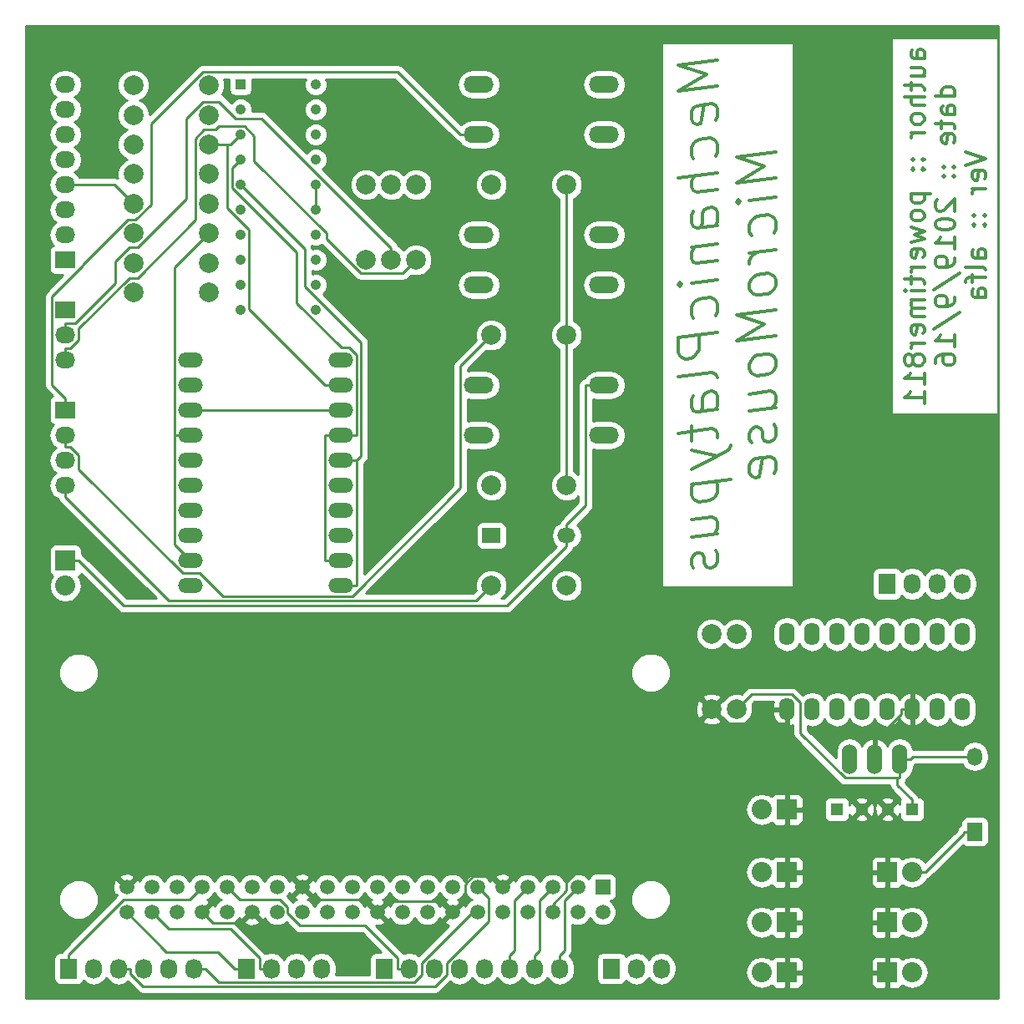
<source format=gbl>
G04 #@! TF.FileFunction,Copper,L2,Bot,Signal*
%FSLAX46Y46*%
G04 Gerber Fmt 4.6, Leading zero omitted, Abs format (unit mm)*
G04 Created by KiCad (PCBNEW 4.0.2+dfsg1-stable) date 2019年09月16日 23時03分05秒*
%MOMM*%
G01*
G04 APERTURE LIST*
%ADD10C,0.100000*%
%ADD11C,0.300000*%
%ADD12R,1.508000X1.508000*%
%ADD13C,1.508000*%
%ADD14R,1.300000X1.300000*%
%ADD15C,1.300000*%
%ADD16R,2.032000X2.032000*%
%ADD17O,2.032000X2.032000*%
%ADD18R,1.727200X2.032000*%
%ADD19O,1.727200X2.032000*%
%ADD20R,2.032000X1.727200*%
%ADD21O,2.032000X1.727200*%
%ADD22C,1.998980*%
%ADD23O,2.524000X1.524000*%
%ADD24R,1.824000X1.524000*%
%ADD25O,1.824000X1.524000*%
%ADD26O,3.048000X1.727200*%
%ADD27O,1.600000X2.300000*%
%ADD28R,1.050000X1.050000*%
%ADD29C,1.050000*%
%ADD30O,1.524000X3.048000*%
%ADD31R,1.524000X1.824000*%
%ADD32O,1.524000X1.824000*%
%ADD33C,0.250000*%
%ADD34C,0.254000*%
G04 APERTURE END LIST*
D10*
D11*
X116804762Y-73999999D02*
X115757143Y-73999999D01*
X115566667Y-73904761D01*
X115471429Y-73714285D01*
X115471429Y-73333333D01*
X115566667Y-73142856D01*
X116709524Y-73999999D02*
X116804762Y-73809523D01*
X116804762Y-73333333D01*
X116709524Y-73142856D01*
X116519048Y-73047618D01*
X116328571Y-73047618D01*
X116138095Y-73142856D01*
X116042857Y-73333333D01*
X116042857Y-73809523D01*
X115947619Y-73999999D01*
X115471429Y-75809523D02*
X116804762Y-75809523D01*
X115471429Y-74952380D02*
X116519048Y-74952380D01*
X116709524Y-75047619D01*
X116804762Y-75238095D01*
X116804762Y-75523809D01*
X116709524Y-75714285D01*
X116614286Y-75809523D01*
X115471429Y-76476190D02*
X115471429Y-77238095D01*
X114804762Y-76761904D02*
X116519048Y-76761904D01*
X116709524Y-76857143D01*
X116804762Y-77047619D01*
X116804762Y-77238095D01*
X116804762Y-77904761D02*
X114804762Y-77904761D01*
X116804762Y-78761904D02*
X115757143Y-78761904D01*
X115566667Y-78666666D01*
X115471429Y-78476190D01*
X115471429Y-78190476D01*
X115566667Y-78000000D01*
X115661905Y-77904761D01*
X116804762Y-80000000D02*
X116709524Y-79809524D01*
X116614286Y-79714285D01*
X116423810Y-79619047D01*
X115852381Y-79619047D01*
X115661905Y-79714285D01*
X115566667Y-79809524D01*
X115471429Y-80000000D01*
X115471429Y-80285714D01*
X115566667Y-80476190D01*
X115661905Y-80571428D01*
X115852381Y-80666666D01*
X116423810Y-80666666D01*
X116614286Y-80571428D01*
X116709524Y-80476190D01*
X116804762Y-80285714D01*
X116804762Y-80000000D01*
X116804762Y-81523809D02*
X115471429Y-81523809D01*
X115852381Y-81523809D02*
X115661905Y-81619048D01*
X115566667Y-81714286D01*
X115471429Y-81904762D01*
X115471429Y-82095238D01*
X116614286Y-84285714D02*
X116709524Y-84380953D01*
X116804762Y-84285714D01*
X116709524Y-84190476D01*
X116614286Y-84285714D01*
X116804762Y-84285714D01*
X115566667Y-84285714D02*
X115661905Y-84380953D01*
X115757143Y-84285714D01*
X115661905Y-84190476D01*
X115566667Y-84285714D01*
X115757143Y-84285714D01*
X116614286Y-85238095D02*
X116709524Y-85333334D01*
X116804762Y-85238095D01*
X116709524Y-85142857D01*
X116614286Y-85238095D01*
X116804762Y-85238095D01*
X115566667Y-85238095D02*
X115661905Y-85333334D01*
X115757143Y-85238095D01*
X115661905Y-85142857D01*
X115566667Y-85238095D01*
X115757143Y-85238095D01*
X115471429Y-87714286D02*
X117471429Y-87714286D01*
X115566667Y-87714286D02*
X115471429Y-87904763D01*
X115471429Y-88285715D01*
X115566667Y-88476191D01*
X115661905Y-88571429D01*
X115852381Y-88666667D01*
X116423810Y-88666667D01*
X116614286Y-88571429D01*
X116709524Y-88476191D01*
X116804762Y-88285715D01*
X116804762Y-87904763D01*
X116709524Y-87714286D01*
X116804762Y-89809525D02*
X116709524Y-89619049D01*
X116614286Y-89523810D01*
X116423810Y-89428572D01*
X115852381Y-89428572D01*
X115661905Y-89523810D01*
X115566667Y-89619049D01*
X115471429Y-89809525D01*
X115471429Y-90095239D01*
X115566667Y-90285715D01*
X115661905Y-90380953D01*
X115852381Y-90476191D01*
X116423810Y-90476191D01*
X116614286Y-90380953D01*
X116709524Y-90285715D01*
X116804762Y-90095239D01*
X116804762Y-89809525D01*
X115471429Y-91142858D02*
X116804762Y-91523811D01*
X115852381Y-91904763D01*
X116804762Y-92285715D01*
X115471429Y-92666668D01*
X116709524Y-94190477D02*
X116804762Y-94000001D01*
X116804762Y-93619049D01*
X116709524Y-93428572D01*
X116519048Y-93333334D01*
X115757143Y-93333334D01*
X115566667Y-93428572D01*
X115471429Y-93619049D01*
X115471429Y-94000001D01*
X115566667Y-94190477D01*
X115757143Y-94285715D01*
X115947619Y-94285715D01*
X116138095Y-93333334D01*
X116804762Y-95142858D02*
X115471429Y-95142858D01*
X115852381Y-95142858D02*
X115661905Y-95238097D01*
X115566667Y-95333335D01*
X115471429Y-95523811D01*
X115471429Y-95714287D01*
X115471429Y-96095239D02*
X115471429Y-96857144D01*
X114804762Y-96380953D02*
X116519048Y-96380953D01*
X116709524Y-96476192D01*
X116804762Y-96666668D01*
X116804762Y-96857144D01*
X116804762Y-97523810D02*
X115471429Y-97523810D01*
X114804762Y-97523810D02*
X114900000Y-97428572D01*
X114995238Y-97523810D01*
X114900000Y-97619049D01*
X114804762Y-97523810D01*
X114995238Y-97523810D01*
X116804762Y-98476191D02*
X115471429Y-98476191D01*
X115661905Y-98476191D02*
X115566667Y-98571430D01*
X115471429Y-98761906D01*
X115471429Y-99047620D01*
X115566667Y-99238096D01*
X115757143Y-99333334D01*
X116804762Y-99333334D01*
X115757143Y-99333334D02*
X115566667Y-99428572D01*
X115471429Y-99619049D01*
X115471429Y-99904763D01*
X115566667Y-100095239D01*
X115757143Y-100190477D01*
X116804762Y-100190477D01*
X116709524Y-101904763D02*
X116804762Y-101714287D01*
X116804762Y-101333335D01*
X116709524Y-101142858D01*
X116519048Y-101047620D01*
X115757143Y-101047620D01*
X115566667Y-101142858D01*
X115471429Y-101333335D01*
X115471429Y-101714287D01*
X115566667Y-101904763D01*
X115757143Y-102000001D01*
X115947619Y-102000001D01*
X116138095Y-101047620D01*
X116804762Y-102857144D02*
X115471429Y-102857144D01*
X115852381Y-102857144D02*
X115661905Y-102952383D01*
X115566667Y-103047621D01*
X115471429Y-103238097D01*
X115471429Y-103428573D01*
X115661905Y-104380954D02*
X115566667Y-104190478D01*
X115471429Y-104095239D01*
X115280952Y-104000001D01*
X115185714Y-104000001D01*
X114995238Y-104095239D01*
X114900000Y-104190478D01*
X114804762Y-104380954D01*
X114804762Y-104761906D01*
X114900000Y-104952382D01*
X114995238Y-105047620D01*
X115185714Y-105142859D01*
X115280952Y-105142859D01*
X115471429Y-105047620D01*
X115566667Y-104952382D01*
X115661905Y-104761906D01*
X115661905Y-104380954D01*
X115757143Y-104190478D01*
X115852381Y-104095239D01*
X116042857Y-104000001D01*
X116423810Y-104000001D01*
X116614286Y-104095239D01*
X116709524Y-104190478D01*
X116804762Y-104380954D01*
X116804762Y-104761906D01*
X116709524Y-104952382D01*
X116614286Y-105047620D01*
X116423810Y-105142859D01*
X116042857Y-105142859D01*
X115852381Y-105047620D01*
X115757143Y-104952382D01*
X115661905Y-104761906D01*
X116804762Y-107047621D02*
X116804762Y-105904763D01*
X116804762Y-106476192D02*
X114804762Y-106476192D01*
X115090476Y-106285716D01*
X115280952Y-106095240D01*
X115376190Y-105904763D01*
X116804762Y-108952383D02*
X116804762Y-107809525D01*
X116804762Y-108380954D02*
X114804762Y-108380954D01*
X115090476Y-108190478D01*
X115280952Y-108000002D01*
X115376190Y-107809525D01*
X119904762Y-77857142D02*
X117904762Y-77857142D01*
X119809524Y-77857142D02*
X119904762Y-77666666D01*
X119904762Y-77285714D01*
X119809524Y-77095238D01*
X119714286Y-76999999D01*
X119523810Y-76904761D01*
X118952381Y-76904761D01*
X118761905Y-76999999D01*
X118666667Y-77095238D01*
X118571429Y-77285714D01*
X118571429Y-77666666D01*
X118666667Y-77857142D01*
X119904762Y-79666666D02*
X118857143Y-79666666D01*
X118666667Y-79571428D01*
X118571429Y-79380952D01*
X118571429Y-79000000D01*
X118666667Y-78809523D01*
X119809524Y-79666666D02*
X119904762Y-79476190D01*
X119904762Y-79000000D01*
X119809524Y-78809523D01*
X119619048Y-78714285D01*
X119428571Y-78714285D01*
X119238095Y-78809523D01*
X119142857Y-79000000D01*
X119142857Y-79476190D01*
X119047619Y-79666666D01*
X118571429Y-80333333D02*
X118571429Y-81095238D01*
X117904762Y-80619047D02*
X119619048Y-80619047D01*
X119809524Y-80714286D01*
X119904762Y-80904762D01*
X119904762Y-81095238D01*
X119809524Y-82523809D02*
X119904762Y-82333333D01*
X119904762Y-81952381D01*
X119809524Y-81761904D01*
X119619048Y-81666666D01*
X118857143Y-81666666D01*
X118666667Y-81761904D01*
X118571429Y-81952381D01*
X118571429Y-82333333D01*
X118666667Y-82523809D01*
X118857143Y-82619047D01*
X119047619Y-82619047D01*
X119238095Y-81666666D01*
X119714286Y-85000000D02*
X119809524Y-85095239D01*
X119904762Y-85000000D01*
X119809524Y-84904762D01*
X119714286Y-85000000D01*
X119904762Y-85000000D01*
X118666667Y-85000000D02*
X118761905Y-85095239D01*
X118857143Y-85000000D01*
X118761905Y-84904762D01*
X118666667Y-85000000D01*
X118857143Y-85000000D01*
X119714286Y-85952381D02*
X119809524Y-86047620D01*
X119904762Y-85952381D01*
X119809524Y-85857143D01*
X119714286Y-85952381D01*
X119904762Y-85952381D01*
X118666667Y-85952381D02*
X118761905Y-86047620D01*
X118857143Y-85952381D01*
X118761905Y-85857143D01*
X118666667Y-85952381D01*
X118857143Y-85952381D01*
X118095238Y-88333334D02*
X118000000Y-88428572D01*
X117904762Y-88619049D01*
X117904762Y-89095239D01*
X118000000Y-89285715D01*
X118095238Y-89380953D01*
X118285714Y-89476192D01*
X118476190Y-89476192D01*
X118761905Y-89380953D01*
X119904762Y-88238096D01*
X119904762Y-89476192D01*
X117904762Y-90714287D02*
X117904762Y-90904763D01*
X118000000Y-91095239D01*
X118095238Y-91190477D01*
X118285714Y-91285715D01*
X118666667Y-91380954D01*
X119142857Y-91380954D01*
X119523810Y-91285715D01*
X119714286Y-91190477D01*
X119809524Y-91095239D01*
X119904762Y-90904763D01*
X119904762Y-90714287D01*
X119809524Y-90523811D01*
X119714286Y-90428573D01*
X119523810Y-90333334D01*
X119142857Y-90238096D01*
X118666667Y-90238096D01*
X118285714Y-90333334D01*
X118095238Y-90428573D01*
X118000000Y-90523811D01*
X117904762Y-90714287D01*
X119904762Y-93285716D02*
X119904762Y-92142858D01*
X119904762Y-92714287D02*
X117904762Y-92714287D01*
X118190476Y-92523811D01*
X118380952Y-92333335D01*
X118476190Y-92142858D01*
X119904762Y-94238097D02*
X119904762Y-94619049D01*
X119809524Y-94809525D01*
X119714286Y-94904763D01*
X119428571Y-95095239D01*
X119047619Y-95190478D01*
X118285714Y-95190478D01*
X118095238Y-95095239D01*
X118000000Y-95000001D01*
X117904762Y-94809525D01*
X117904762Y-94428573D01*
X118000000Y-94238097D01*
X118095238Y-94142858D01*
X118285714Y-94047620D01*
X118761905Y-94047620D01*
X118952381Y-94142858D01*
X119047619Y-94238097D01*
X119142857Y-94428573D01*
X119142857Y-94809525D01*
X119047619Y-95000001D01*
X118952381Y-95095239D01*
X118761905Y-95190478D01*
X117809524Y-97476192D02*
X120380952Y-95761906D01*
X119904762Y-98238097D02*
X119904762Y-98619049D01*
X119809524Y-98809525D01*
X119714286Y-98904763D01*
X119428571Y-99095239D01*
X119047619Y-99190478D01*
X118285714Y-99190478D01*
X118095238Y-99095239D01*
X118000000Y-99000001D01*
X117904762Y-98809525D01*
X117904762Y-98428573D01*
X118000000Y-98238097D01*
X118095238Y-98142858D01*
X118285714Y-98047620D01*
X118761905Y-98047620D01*
X118952381Y-98142858D01*
X119047619Y-98238097D01*
X119142857Y-98428573D01*
X119142857Y-98809525D01*
X119047619Y-99000001D01*
X118952381Y-99095239D01*
X118761905Y-99190478D01*
X117809524Y-101476192D02*
X120380952Y-99761906D01*
X119904762Y-103190478D02*
X119904762Y-102047620D01*
X119904762Y-102619049D02*
X117904762Y-102619049D01*
X118190476Y-102428573D01*
X118380952Y-102238097D01*
X118476190Y-102047620D01*
X117904762Y-104904763D02*
X117904762Y-104523811D01*
X118000000Y-104333335D01*
X118095238Y-104238097D01*
X118380952Y-104047620D01*
X118761905Y-103952382D01*
X119523810Y-103952382D01*
X119714286Y-104047620D01*
X119809524Y-104142859D01*
X119904762Y-104333335D01*
X119904762Y-104714287D01*
X119809524Y-104904763D01*
X119714286Y-105000001D01*
X119523810Y-105095240D01*
X119047619Y-105095240D01*
X118857143Y-105000001D01*
X118761905Y-104904763D01*
X118666667Y-104714287D01*
X118666667Y-104333335D01*
X118761905Y-104142859D01*
X118857143Y-104047620D01*
X119047619Y-103952382D01*
X121004762Y-83476190D02*
X123004762Y-84142857D01*
X121004762Y-84809524D01*
X122909524Y-86238095D02*
X123004762Y-86047619D01*
X123004762Y-85666667D01*
X122909524Y-85476190D01*
X122719048Y-85380952D01*
X121957143Y-85380952D01*
X121766667Y-85476190D01*
X121671429Y-85666667D01*
X121671429Y-86047619D01*
X121766667Y-86238095D01*
X121957143Y-86333333D01*
X122147619Y-86333333D01*
X122338095Y-85380952D01*
X123004762Y-87190476D02*
X121671429Y-87190476D01*
X122052381Y-87190476D02*
X121861905Y-87285715D01*
X121766667Y-87380953D01*
X121671429Y-87571429D01*
X121671429Y-87761905D01*
X122814286Y-89952381D02*
X122909524Y-90047620D01*
X123004762Y-89952381D01*
X122909524Y-89857143D01*
X122814286Y-89952381D01*
X123004762Y-89952381D01*
X121766667Y-89952381D02*
X121861905Y-90047620D01*
X121957143Y-89952381D01*
X121861905Y-89857143D01*
X121766667Y-89952381D01*
X121957143Y-89952381D01*
X122814286Y-90904762D02*
X122909524Y-91000001D01*
X123004762Y-90904762D01*
X122909524Y-90809524D01*
X122814286Y-90904762D01*
X123004762Y-90904762D01*
X121766667Y-90904762D02*
X121861905Y-91000001D01*
X121957143Y-90904762D01*
X121861905Y-90809524D01*
X121766667Y-90904762D01*
X121957143Y-90904762D01*
X123004762Y-94238096D02*
X121957143Y-94238096D01*
X121766667Y-94142858D01*
X121671429Y-93952382D01*
X121671429Y-93571430D01*
X121766667Y-93380953D01*
X122909524Y-94238096D02*
X123004762Y-94047620D01*
X123004762Y-93571430D01*
X122909524Y-93380953D01*
X122719048Y-93285715D01*
X122528571Y-93285715D01*
X122338095Y-93380953D01*
X122242857Y-93571430D01*
X122242857Y-94047620D01*
X122147619Y-94238096D01*
X123004762Y-95476192D02*
X122909524Y-95285716D01*
X122719048Y-95190477D01*
X121004762Y-95190477D01*
X121671429Y-95952382D02*
X121671429Y-96714287D01*
X123004762Y-96238096D02*
X121290476Y-96238096D01*
X121100000Y-96333335D01*
X121004762Y-96523811D01*
X121004762Y-96714287D01*
X123004762Y-98238096D02*
X121957143Y-98238096D01*
X121766667Y-98142858D01*
X121671429Y-97952382D01*
X121671429Y-97571430D01*
X121766667Y-97380953D01*
X122909524Y-98238096D02*
X123004762Y-98047620D01*
X123004762Y-97571430D01*
X122909524Y-97380953D01*
X122719048Y-97285715D01*
X122528571Y-97285715D01*
X122338095Y-97380953D01*
X122242857Y-97571430D01*
X122242857Y-98047620D01*
X122147619Y-98238096D01*
X95859524Y-74154762D02*
X91859524Y-74654762D01*
X94716667Y-75630952D01*
X91859524Y-77321429D01*
X95859524Y-76821429D01*
X95669048Y-80273809D02*
X95859524Y-79869048D01*
X95859524Y-79107143D01*
X95669048Y-78750000D01*
X95288095Y-78607143D01*
X93764286Y-78797619D01*
X93383333Y-79035714D01*
X93192857Y-79440476D01*
X93192857Y-80202381D01*
X93383333Y-80559523D01*
X93764286Y-80702381D01*
X94145238Y-80654762D01*
X94526190Y-78702381D01*
X95669048Y-83892857D02*
X95859524Y-83488095D01*
X95859524Y-82726191D01*
X95669048Y-82369047D01*
X95478571Y-82202381D01*
X95097619Y-82059524D01*
X93954762Y-82202381D01*
X93573810Y-82440476D01*
X93383333Y-82654761D01*
X93192857Y-83059524D01*
X93192857Y-83821428D01*
X93383333Y-84178571D01*
X95859524Y-85583333D02*
X91859524Y-86083333D01*
X95859524Y-87297619D02*
X93764286Y-87559523D01*
X93383333Y-87416665D01*
X93192857Y-87059523D01*
X93192857Y-86488095D01*
X93383333Y-86083332D01*
X93573810Y-85869047D01*
X95859524Y-90916667D02*
X93764286Y-91178571D01*
X93383333Y-91035713D01*
X93192857Y-90678571D01*
X93192857Y-89916666D01*
X93383333Y-89511904D01*
X95669048Y-90940476D02*
X95859524Y-90535714D01*
X95859524Y-89583333D01*
X95669048Y-89226190D01*
X95288095Y-89083333D01*
X94907143Y-89130952D01*
X94526190Y-89369047D01*
X94335714Y-89773809D01*
X94335714Y-90726190D01*
X94145238Y-91130952D01*
X93192857Y-93154762D02*
X95859524Y-92821429D01*
X93573810Y-93107143D02*
X93383333Y-93321428D01*
X93192857Y-93726191D01*
X93192857Y-94297619D01*
X93383333Y-94654761D01*
X93764286Y-94797619D01*
X95859524Y-94535715D01*
X95859524Y-96440477D02*
X93192857Y-96773810D01*
X91859524Y-96940477D02*
X92050000Y-96726191D01*
X92240476Y-96892858D01*
X92050000Y-97107143D01*
X91859524Y-96940477D01*
X92240476Y-96892858D01*
X95669048Y-100083334D02*
X95859524Y-99678572D01*
X95859524Y-98916668D01*
X95669048Y-98559524D01*
X95478571Y-98392858D01*
X95097619Y-98250001D01*
X93954762Y-98392858D01*
X93573810Y-98630953D01*
X93383333Y-98845238D01*
X93192857Y-99250001D01*
X93192857Y-100011905D01*
X93383333Y-100369048D01*
X95859524Y-101773810D02*
X91859524Y-102273810D01*
X91859524Y-103797619D01*
X92050000Y-104154762D01*
X92240476Y-104321429D01*
X92621429Y-104464285D01*
X93192857Y-104392857D01*
X93573810Y-104154762D01*
X93764286Y-103940476D01*
X93954762Y-103535714D01*
X93954762Y-102011905D01*
X95859524Y-106345239D02*
X95669048Y-105988095D01*
X95288095Y-105845238D01*
X91859524Y-106273810D01*
X95859524Y-109583334D02*
X93764286Y-109845238D01*
X93383333Y-109702380D01*
X93192857Y-109345238D01*
X93192857Y-108583333D01*
X93383333Y-108178571D01*
X95669048Y-109607143D02*
X95859524Y-109202381D01*
X95859524Y-108250000D01*
X95669048Y-107892857D01*
X95288095Y-107750000D01*
X94907143Y-107797619D01*
X94526190Y-108035714D01*
X94335714Y-108440476D01*
X94335714Y-109392857D01*
X94145238Y-109797619D01*
X93192857Y-111250000D02*
X93192857Y-112773810D01*
X91859524Y-111988096D02*
X95288095Y-111559524D01*
X95669048Y-111702381D01*
X95859524Y-112059525D01*
X95859524Y-112440477D01*
X93192857Y-113726191D02*
X95859524Y-114345239D01*
X93192857Y-115630952D02*
X95859524Y-114345239D01*
X96811905Y-113845238D01*
X97002381Y-113630952D01*
X97192857Y-113226191D01*
X93192857Y-117154762D02*
X97192857Y-116654762D01*
X93383333Y-117130952D02*
X93192857Y-117535714D01*
X93192857Y-118297619D01*
X93383333Y-118654761D01*
X93573810Y-118821429D01*
X93954762Y-118964286D01*
X95097619Y-118821429D01*
X95478571Y-118583334D01*
X95669048Y-118369047D01*
X95859524Y-117964286D01*
X95859524Y-117202381D01*
X95669048Y-116845238D01*
X93192857Y-122488096D02*
X95859524Y-122154763D01*
X93192857Y-120773810D02*
X95288095Y-120511905D01*
X95669048Y-120654762D01*
X95859524Y-121011906D01*
X95859524Y-121583334D01*
X95669048Y-121988095D01*
X95478571Y-122202382D01*
X95669048Y-123892858D02*
X95859524Y-124250001D01*
X95859524Y-125011906D01*
X95669048Y-125416667D01*
X95288095Y-125654762D01*
X95097619Y-125678572D01*
X94716667Y-125535715D01*
X94526190Y-125178572D01*
X94526190Y-124607143D01*
X94335714Y-124250001D01*
X93954762Y-124107144D01*
X93764286Y-124130953D01*
X93383333Y-124369048D01*
X93192857Y-124773810D01*
X93192857Y-125345239D01*
X93383333Y-125702381D01*
X101759524Y-83488096D02*
X97759524Y-83988096D01*
X100616667Y-84964286D01*
X97759524Y-86654763D01*
X101759524Y-86154763D01*
X101759524Y-88059525D02*
X99092857Y-88392858D01*
X97759524Y-88559525D02*
X97950000Y-88345239D01*
X98140476Y-88511906D01*
X97950000Y-88726191D01*
X97759524Y-88559525D01*
X98140476Y-88511906D01*
X101569048Y-91702382D02*
X101759524Y-91297620D01*
X101759524Y-90535716D01*
X101569048Y-90178572D01*
X101378571Y-90011906D01*
X100997619Y-89869049D01*
X99854762Y-90011906D01*
X99473810Y-90250001D01*
X99283333Y-90464286D01*
X99092857Y-90869049D01*
X99092857Y-91630953D01*
X99283333Y-91988096D01*
X101759524Y-93392858D02*
X99092857Y-93726191D01*
X99854762Y-93630953D02*
X99473810Y-93869048D01*
X99283333Y-94083333D01*
X99092857Y-94488096D01*
X99092857Y-94869048D01*
X101759524Y-96440477D02*
X101569048Y-96083333D01*
X101378571Y-95916667D01*
X100997619Y-95773810D01*
X99854762Y-95916667D01*
X99473810Y-96154762D01*
X99283333Y-96369047D01*
X99092857Y-96773810D01*
X99092857Y-97345238D01*
X99283333Y-97702380D01*
X99473810Y-97869048D01*
X99854762Y-98011905D01*
X100997619Y-97869048D01*
X101378571Y-97630953D01*
X101569048Y-97416666D01*
X101759524Y-97011905D01*
X101759524Y-96440477D01*
X101759524Y-99488096D02*
X97759524Y-99988096D01*
X100616667Y-100964286D01*
X97759524Y-102654763D01*
X101759524Y-102154763D01*
X101759524Y-104630954D02*
X101569048Y-104273810D01*
X101378571Y-104107144D01*
X100997619Y-103964287D01*
X99854762Y-104107144D01*
X99473810Y-104345239D01*
X99283333Y-104559524D01*
X99092857Y-104964287D01*
X99092857Y-105535715D01*
X99283333Y-105892857D01*
X99473810Y-106059525D01*
X99854762Y-106202382D01*
X100997619Y-106059525D01*
X101378571Y-105821430D01*
X101569048Y-105607143D01*
X101759524Y-105202382D01*
X101759524Y-104630954D01*
X99092857Y-109726192D02*
X101759524Y-109392859D01*
X99092857Y-108011906D02*
X101188095Y-107750001D01*
X101569048Y-107892858D01*
X101759524Y-108250002D01*
X101759524Y-108821430D01*
X101569048Y-109226191D01*
X101378571Y-109440478D01*
X101569048Y-111130954D02*
X101759524Y-111488097D01*
X101759524Y-112250002D01*
X101569048Y-112654763D01*
X101188095Y-112892858D01*
X100997619Y-112916668D01*
X100616667Y-112773811D01*
X100426190Y-112416668D01*
X100426190Y-111845239D01*
X100235714Y-111488097D01*
X99854762Y-111345240D01*
X99664286Y-111369049D01*
X99283333Y-111607144D01*
X99092857Y-112011906D01*
X99092857Y-112583335D01*
X99283333Y-112940477D01*
X101569048Y-116083334D02*
X101759524Y-115678573D01*
X101759524Y-114916668D01*
X101569048Y-114559525D01*
X101188095Y-114416668D01*
X99664286Y-114607144D01*
X99283333Y-114845239D01*
X99092857Y-115250001D01*
X99092857Y-116011906D01*
X99283333Y-116369048D01*
X99664286Y-116511906D01*
X100045238Y-116464287D01*
X100426190Y-114511906D01*
D12*
X84205200Y-157999000D03*
D13*
X84205200Y-160539000D03*
X81665200Y-157999000D03*
X81665200Y-160539000D03*
X79125200Y-157999000D03*
X79125200Y-160539000D03*
X76585200Y-157999000D03*
X76585200Y-160539000D03*
X74045200Y-157999000D03*
X74045200Y-160539000D03*
X71505200Y-157999000D03*
X71505200Y-160539000D03*
X68965200Y-157999000D03*
X68965200Y-160539000D03*
X66425200Y-157999000D03*
X66425200Y-160539000D03*
X63885200Y-157999000D03*
X63885200Y-160539000D03*
X61345200Y-157999000D03*
X61345200Y-160539000D03*
X58805200Y-157999000D03*
X58805200Y-160539000D03*
X56265200Y-157999000D03*
X56265200Y-160539000D03*
X53725200Y-157999000D03*
X53725200Y-160539000D03*
X51185200Y-157999000D03*
X51185200Y-160539000D03*
X48645200Y-157999000D03*
X48645200Y-160539000D03*
X46105200Y-157999000D03*
X46105200Y-160539000D03*
X43565200Y-157999000D03*
X43565200Y-160539000D03*
X41025200Y-157999000D03*
X41025200Y-160539000D03*
X38485200Y-157999000D03*
X38485200Y-160539000D03*
X35945200Y-157999000D03*
X35945200Y-160539000D03*
D14*
X115570000Y-150130000D03*
D15*
X113070000Y-150130000D03*
D14*
X107950000Y-150130000D03*
D15*
X110450000Y-150130000D03*
D16*
X113030000Y-161560000D03*
D17*
X115570000Y-161560000D03*
D16*
X113030000Y-166640000D03*
D17*
X115570000Y-166640000D03*
D16*
X113030000Y-156480000D03*
D17*
X115570000Y-156480000D03*
D16*
X102870000Y-150130000D03*
D17*
X100330000Y-150130000D03*
D16*
X102870000Y-156480000D03*
D17*
X100330000Y-156480000D03*
D16*
X102870000Y-161560000D03*
D17*
X100330000Y-161560000D03*
D16*
X102870000Y-166640000D03*
D17*
X100330000Y-166640000D03*
D18*
X113030000Y-127270000D03*
D19*
X115570000Y-127270000D03*
X118110000Y-127270000D03*
X120650000Y-127270000D03*
D18*
X30075200Y-166269000D03*
D19*
X32615200Y-166269000D03*
X35155200Y-166269000D03*
X37695200Y-166269000D03*
X40235200Y-166269000D03*
X42775200Y-166269000D03*
D18*
X62075200Y-166269000D03*
D19*
X64615200Y-166269000D03*
X67155200Y-166269000D03*
X69695200Y-166269000D03*
X72235200Y-166269000D03*
X74775200Y-166269000D03*
X77315200Y-166269000D03*
X79855200Y-166269000D03*
D18*
X48075200Y-166269000D03*
D19*
X50615200Y-166269000D03*
X53155200Y-166269000D03*
X55695200Y-166269000D03*
D18*
X85075200Y-166269000D03*
D19*
X87615200Y-166269000D03*
X90155200Y-166269000D03*
D16*
X29730000Y-124910000D03*
D17*
X29730000Y-127450000D03*
D20*
X29730000Y-99510000D03*
D21*
X29730000Y-102050000D03*
X29730000Y-104590000D03*
D20*
X29730000Y-94430000D03*
D21*
X29730000Y-91890000D03*
X29730000Y-89350000D03*
X29730000Y-86810000D03*
X29730000Y-84270000D03*
X29730000Y-81730000D03*
X29730000Y-79190000D03*
X29730000Y-76650000D03*
D20*
X29730000Y-109670000D03*
D21*
X29730000Y-112210000D03*
X29730000Y-114750000D03*
X29730000Y-117290000D03*
D22*
X97790000Y-139970000D03*
X97790000Y-132350000D03*
X95250000Y-132350000D03*
X95250000Y-139970000D03*
X44250000Y-76740000D03*
X36630000Y-76740000D03*
X44250000Y-79740000D03*
X36630000Y-79740000D03*
X44250000Y-82740000D03*
X36630000Y-82740000D03*
X44250000Y-85740000D03*
X36630000Y-85740000D03*
X44250000Y-88740000D03*
X36630000Y-88740000D03*
X60210000Y-94430000D03*
X60210000Y-86810000D03*
X44250000Y-91740000D03*
X36630000Y-91740000D03*
X44250000Y-94740000D03*
X36630000Y-94740000D03*
X44250000Y-97740000D03*
X36630000Y-97740000D03*
X62750000Y-94430000D03*
X62750000Y-86810000D03*
X80530000Y-127450000D03*
X72910000Y-127450000D03*
X80530000Y-117290000D03*
X72910000Y-117290000D03*
X80530000Y-102050000D03*
X72910000Y-102050000D03*
X80530000Y-86810000D03*
X72910000Y-86810000D03*
X65290000Y-94430000D03*
X65290000Y-86810000D03*
D23*
X57670000Y-127450000D03*
X57670000Y-124910000D03*
X57670000Y-122370000D03*
X57670000Y-119830000D03*
X57670000Y-117290000D03*
X42430000Y-117290000D03*
X42430000Y-119830000D03*
X42430000Y-122370000D03*
X42430000Y-124910000D03*
X42430000Y-127450000D03*
X57670000Y-114750000D03*
X57670000Y-112210000D03*
X57670000Y-109670000D03*
X57670000Y-107130000D03*
X57670000Y-104590000D03*
X42430000Y-104590000D03*
X42430000Y-107130000D03*
X42430000Y-109670000D03*
X42430000Y-112210000D03*
X42430000Y-114750000D03*
D24*
X72910000Y-122370000D03*
D25*
X80530000Y-122370000D03*
D26*
X71640000Y-112210000D03*
X71640000Y-107130000D03*
X84340000Y-112210000D03*
X84340000Y-107130000D03*
X71640000Y-96970000D03*
X71640000Y-91890000D03*
X84340000Y-96970000D03*
X84340000Y-91890000D03*
X71640000Y-81730000D03*
X71640000Y-76650000D03*
X84340000Y-81730000D03*
X84340000Y-76650000D03*
D27*
X120650000Y-132350000D03*
X118110000Y-132350000D03*
X115570000Y-132350000D03*
X113030000Y-132350000D03*
X110490000Y-132350000D03*
X107950000Y-132350000D03*
X105410000Y-132350000D03*
X102870000Y-132350000D03*
X102870000Y-139970000D03*
X105410000Y-139970000D03*
X107950000Y-139970000D03*
X110490000Y-139970000D03*
X113030000Y-139970000D03*
X115570000Y-139970000D03*
X118110000Y-139970000D03*
X120650000Y-139970000D03*
D28*
X47510000Y-76650000D03*
D29*
X47510000Y-79190000D03*
X47510000Y-81730000D03*
X47510000Y-84270000D03*
X47510000Y-86810000D03*
X47510000Y-89350000D03*
X47510000Y-91890000D03*
X47510000Y-94430000D03*
X47510000Y-96970000D03*
X47510000Y-99510000D03*
X55110000Y-99510000D03*
X55110000Y-96970000D03*
X55110000Y-94430000D03*
X55110000Y-91890000D03*
X55110000Y-89350000D03*
X55110000Y-86810000D03*
X55110000Y-84270000D03*
X55110000Y-81730000D03*
X55110000Y-79190000D03*
X55110000Y-76650000D03*
D30*
X114300000Y-145050000D03*
X111760000Y-145050000D03*
X109220000Y-145050000D03*
D31*
X121920000Y-152400000D03*
D32*
X121920000Y-144780000D03*
D33*
X80347900Y-159316300D02*
X81665200Y-157999000D01*
X80347900Y-164435000D02*
X80347900Y-159316300D01*
X79855200Y-164927700D02*
X80347900Y-164435000D01*
X79855200Y-166269000D02*
X79855200Y-164927700D01*
X77807900Y-159316300D02*
X79125200Y-157999000D01*
X77807900Y-164435000D02*
X77807900Y-159316300D01*
X77315200Y-164927700D02*
X77807900Y-164435000D01*
X77315200Y-166269000D02*
X77315200Y-164927700D01*
X44672300Y-161646100D02*
X43565200Y-160539000D01*
X47538100Y-161646100D02*
X44672300Y-161646100D01*
X48645200Y-160539000D02*
X47538100Y-161646100D01*
X114444700Y-140516000D02*
X114444700Y-139970000D01*
X111760000Y-143200700D02*
X114444700Y-140516000D01*
X111760000Y-145050000D02*
X111760000Y-143200700D01*
X115570000Y-139970000D02*
X114444700Y-139970000D01*
X80554600Y-157471800D02*
X96653200Y-141373200D01*
X80554600Y-158371000D02*
X80554600Y-157471800D01*
X79125200Y-159800400D02*
X80554600Y-158371000D01*
X79125200Y-160539000D02*
X79125200Y-159800400D01*
X96653200Y-141373200D02*
X95250000Y-139970000D01*
X102870000Y-141373200D02*
X96653200Y-141373200D01*
X102870000Y-150130000D02*
X102870000Y-141373200D01*
X102870000Y-141373200D02*
X102870000Y-139970000D01*
X62459300Y-159424900D02*
X61345200Y-160539000D01*
X67851100Y-159424900D02*
X62459300Y-159424900D01*
X68965200Y-160539000D02*
X67851100Y-159424900D01*
X54995200Y-159269000D02*
X53725200Y-157999000D01*
X60075200Y-159269000D02*
X54995200Y-159269000D01*
X61345200Y-160539000D02*
X60075200Y-159269000D01*
X70235200Y-159269000D02*
X68965200Y-160539000D01*
X70235200Y-157724300D02*
X70235200Y-159269000D01*
X71051600Y-156907900D02*
X70235200Y-157724300D01*
X72954100Y-156907900D02*
X71051600Y-156907900D01*
X74045200Y-157999000D02*
X72954100Y-156907900D01*
X75267900Y-159316300D02*
X76585200Y-157999000D01*
X75267900Y-164435000D02*
X75267900Y-159316300D01*
X74775200Y-164927700D02*
X75267900Y-164435000D01*
X74775200Y-166269000D02*
X74775200Y-164927700D01*
X72616400Y-159110200D02*
X71505200Y-157999000D01*
X72616400Y-161491600D02*
X72616400Y-159110200D01*
X68425200Y-165682800D02*
X72616400Y-161491600D01*
X68425200Y-166864200D02*
X68425200Y-165682800D01*
X67221300Y-168068100D02*
X68425200Y-166864200D01*
X37623100Y-168068100D02*
X67221300Y-168068100D01*
X36344100Y-166789100D02*
X37623100Y-168068100D01*
X36344100Y-166269000D02*
X36344100Y-166789100D01*
X35155200Y-166269000D02*
X36344100Y-166269000D01*
X71025400Y-160539000D02*
X71505200Y-160539000D01*
X65885200Y-165679200D02*
X71025400Y-160539000D01*
X65885200Y-166861300D02*
X65885200Y-165679200D01*
X65131000Y-167615500D02*
X65885200Y-166861300D01*
X45310600Y-167615500D02*
X65131000Y-167615500D01*
X43964100Y-166269000D02*
X45310600Y-167615500D01*
X42775200Y-166269000D02*
X43964100Y-166269000D01*
X47375200Y-159269000D02*
X46105200Y-157999000D01*
X51485100Y-159269000D02*
X47375200Y-159269000D01*
X52264600Y-160048500D02*
X51485100Y-159269000D01*
X52264600Y-160655000D02*
X52264600Y-160048500D01*
X53543900Y-161934300D02*
X52264600Y-160655000D01*
X60131900Y-161934300D02*
X53543900Y-161934300D01*
X63426300Y-165228700D02*
X60131900Y-161934300D01*
X63426300Y-166269000D02*
X63426300Y-165228700D01*
X64615200Y-166269000D02*
X63426300Y-166269000D01*
X42295200Y-159269000D02*
X43565200Y-157999000D01*
X35668300Y-159269000D02*
X42295200Y-159269000D01*
X30075200Y-164862100D02*
X35668300Y-159269000D01*
X30075200Y-166269000D02*
X30075200Y-164862100D01*
X40200900Y-162254700D02*
X38485200Y-160539000D01*
X46452300Y-162254700D02*
X40200900Y-162254700D01*
X49426300Y-165228700D02*
X46452300Y-162254700D01*
X49426300Y-166269000D02*
X49426300Y-165228700D01*
X50615200Y-166269000D02*
X49426300Y-166269000D01*
X48075200Y-166269000D02*
X46886300Y-166269000D01*
X45202000Y-164584700D02*
X46886300Y-166269000D01*
X39990900Y-164584700D02*
X45202000Y-164584700D01*
X35945200Y-160539000D02*
X39990900Y-164584700D01*
X115570000Y-150130000D02*
X115570000Y-149154700D01*
X108775400Y-146948300D02*
X114060100Y-146948300D01*
X104211400Y-142384300D02*
X108775400Y-146948300D01*
X104211400Y-139314100D02*
X104211400Y-142384300D01*
X103384300Y-138487000D02*
X104211400Y-139314100D01*
X99273000Y-138487000D02*
X103384300Y-138487000D01*
X97790000Y-139970000D02*
X99273000Y-138487000D01*
X114109100Y-146899300D02*
X114060100Y-146948300D01*
X114300000Y-146899300D02*
X114109100Y-146899300D01*
X114060100Y-147644800D02*
X115570000Y-149154700D01*
X114060100Y-146948300D02*
X114060100Y-147644800D01*
X114300000Y-145050000D02*
X114300000Y-146899300D01*
X115657300Y-144780000D02*
X115387300Y-145050000D01*
X121920000Y-144780000D02*
X115657300Y-144780000D01*
X114300000Y-145050000D02*
X115387300Y-145050000D01*
X55110000Y-86810000D02*
X55110000Y-89350000D01*
X57670000Y-107130000D02*
X56082700Y-107130000D01*
X48360400Y-99407700D02*
X56082700Y-107130000D01*
X48360400Y-91402800D02*
X48360400Y-99407700D01*
X48360300Y-91402800D02*
X48360400Y-91402800D01*
X46153100Y-89195600D02*
X48360300Y-91402800D01*
X46153100Y-82740000D02*
X46153100Y-89195600D01*
X46500000Y-82740000D02*
X46153100Y-82740000D01*
X47510000Y-81730000D02*
X46500000Y-82740000D01*
X46153100Y-82740000D02*
X44250000Y-82740000D01*
X56082700Y-112210000D02*
X56082700Y-124910000D01*
X57670000Y-112210000D02*
X56082700Y-112210000D01*
X57670000Y-124910000D02*
X56082700Y-124910000D01*
X59257300Y-104110700D02*
X59257300Y-112210000D01*
X58493600Y-103347000D02*
X59257300Y-104110700D01*
X57729600Y-103347000D02*
X58493600Y-103347000D01*
X53173500Y-98790900D02*
X57729600Y-103347000D01*
X53173500Y-93680800D02*
X53173500Y-98790900D01*
X46655900Y-87163200D02*
X53173500Y-93680800D01*
X46655900Y-85124100D02*
X46655900Y-87163200D01*
X47510000Y-84270000D02*
X46655900Y-85124100D01*
X57670000Y-112210000D02*
X59257300Y-112210000D01*
X59723300Y-114284000D02*
X59257300Y-114750000D01*
X59723300Y-102834000D02*
X59723300Y-114284000D01*
X53993200Y-97103900D02*
X59723300Y-102834000D01*
X53993200Y-93293200D02*
X53993200Y-97103900D01*
X47510000Y-86810000D02*
X53993200Y-93293200D01*
X57670000Y-114750000D02*
X59144700Y-114750000D01*
X59144700Y-114750000D02*
X59257300Y-114750000D01*
X59257300Y-114750000D02*
X59257300Y-127450000D01*
X57670000Y-127450000D02*
X59257300Y-127450000D01*
X42430000Y-112210000D02*
X40842700Y-112210000D01*
X40842700Y-123322700D02*
X42430000Y-124910000D01*
X40842700Y-112210000D02*
X40842700Y-123322700D01*
X40842700Y-95147300D02*
X40842700Y-112210000D01*
X44250000Y-91740000D02*
X40842700Y-95147300D01*
X80530000Y-122370000D02*
X80530000Y-123457300D01*
X29730000Y-124910000D02*
X31071300Y-124910000D01*
X82490700Y-119322000D02*
X80530000Y-121282700D01*
X82490700Y-107130000D02*
X82490700Y-119322000D01*
X84340000Y-107130000D02*
X82490700Y-107130000D01*
X80530000Y-122370000D02*
X80530000Y-121282700D01*
X74487800Y-129499500D02*
X80530000Y-123457300D01*
X35660800Y-129499500D02*
X74487800Y-129499500D01*
X31071300Y-124910000D02*
X35660800Y-129499500D01*
X80530000Y-86810000D02*
X80530000Y-102050000D01*
X80530000Y-102050000D02*
X80530000Y-117290000D01*
X29730000Y-102050000D02*
X29730000Y-100861100D01*
X30753700Y-100861100D02*
X29730000Y-100861100D01*
X34816900Y-96797900D02*
X30753700Y-100861100D01*
X34816900Y-94595300D02*
X34816900Y-96797900D01*
X36259700Y-93152500D02*
X34816900Y-94595300D01*
X37099900Y-93152500D02*
X36259700Y-93152500D01*
X41994500Y-88257900D02*
X37099900Y-93152500D01*
X41994500Y-80111800D02*
X41994500Y-88257900D01*
X43711100Y-78395200D02*
X41994500Y-80111800D01*
X45316300Y-78395200D02*
X43711100Y-78395200D01*
X46995400Y-80074300D02*
X45316300Y-78395200D01*
X49625100Y-80074300D02*
X46995400Y-80074300D01*
X62750000Y-93199200D02*
X49625100Y-80074300D01*
X62750000Y-94430000D02*
X62750000Y-93199200D01*
X30250100Y-103401100D02*
X29730000Y-103401100D01*
X31081000Y-102570200D02*
X30250100Y-103401100D01*
X31081000Y-101387400D02*
X31081000Y-102570200D01*
X36228400Y-96240000D02*
X31081000Y-101387400D01*
X37075600Y-96240000D02*
X36228400Y-96240000D01*
X42925100Y-90390500D02*
X37075600Y-96240000D01*
X42925100Y-82125500D02*
X42925100Y-90390500D01*
X43810600Y-81240000D02*
X42925100Y-82125500D01*
X44949200Y-81240000D02*
X43810600Y-81240000D01*
X45311500Y-80877700D02*
X44949200Y-81240000D01*
X47880900Y-80877700D02*
X45311500Y-80877700D01*
X48875800Y-81872600D02*
X47880900Y-80877700D01*
X48875800Y-84402000D02*
X48875800Y-81872600D01*
X56219400Y-91745600D02*
X48875800Y-84402000D01*
X56219400Y-92330100D02*
X56219400Y-91745600D01*
X59656300Y-95767000D02*
X56219400Y-92330100D01*
X63953000Y-95767000D02*
X59656300Y-95767000D01*
X65290000Y-94430000D02*
X63953000Y-95767000D01*
X29730000Y-104590000D02*
X29730000Y-103401100D01*
X34700000Y-86810000D02*
X29730000Y-86810000D01*
X36630000Y-88740000D02*
X34700000Y-86810000D01*
X28379600Y-107130700D02*
X29730000Y-108481100D01*
X28379600Y-98139700D02*
X28379600Y-107130700D01*
X31518800Y-95000500D02*
X28379600Y-98139700D01*
X31518800Y-94912300D02*
X31518800Y-95000500D01*
X36039500Y-90391600D02*
X31518800Y-94912300D01*
X36863200Y-90391600D02*
X36039500Y-90391600D01*
X38425700Y-88829100D02*
X36863200Y-90391600D01*
X38425700Y-80641300D02*
X38425700Y-88829100D01*
X43711600Y-75355400D02*
X38425700Y-80641300D01*
X63416100Y-75355400D02*
X43711600Y-75355400D01*
X69790700Y-81730000D02*
X63416100Y-75355400D01*
X71640000Y-81730000D02*
X69790700Y-81730000D01*
X29730000Y-109670000D02*
X29730000Y-108481100D01*
X30250100Y-113398900D02*
X29730000Y-113398900D01*
X31081000Y-114229800D02*
X30250100Y-113398900D01*
X31081000Y-115631100D02*
X31081000Y-114229800D01*
X41629900Y-126180000D02*
X31081000Y-115631100D01*
X43384200Y-126180000D02*
X41629900Y-126180000D01*
X45741600Y-128537400D02*
X43384200Y-126180000D01*
X58806800Y-128537400D02*
X45741600Y-128537400D01*
X69790600Y-117553600D02*
X58806800Y-128537400D01*
X69790600Y-105169400D02*
X69790600Y-117553600D01*
X72910000Y-102050000D02*
X69790600Y-105169400D01*
X29730000Y-112210000D02*
X29730000Y-113398900D01*
X29730000Y-117290000D02*
X29730000Y-118478900D01*
X71372200Y-128987800D02*
X72910000Y-127450000D01*
X40238900Y-128987800D02*
X71372200Y-128987800D01*
X29730000Y-118478900D02*
X40238900Y-128987800D01*
X42430000Y-109670000D02*
X57670000Y-109670000D01*
X120832700Y-152558600D02*
X116911300Y-156480000D01*
X120832700Y-152400000D02*
X120832700Y-152558600D01*
X115570000Y-156480000D02*
X116911300Y-156480000D01*
X121920000Y-152400000D02*
X120832700Y-152400000D01*
D34*
G36*
X124290000Y-169290000D02*
X25710000Y-169290000D01*
X25710000Y-165253000D01*
X28564160Y-165253000D01*
X28564160Y-167285000D01*
X28608438Y-167520317D01*
X28747510Y-167736441D01*
X28959710Y-167881431D01*
X29211600Y-167932440D01*
X30938800Y-167932440D01*
X31174117Y-167888162D01*
X31390241Y-167749090D01*
X31535231Y-167536890D01*
X31543600Y-167495561D01*
X31555530Y-167513415D01*
X32041711Y-167838271D01*
X32615200Y-167952345D01*
X33188689Y-167838271D01*
X33674870Y-167513415D01*
X33885200Y-167198634D01*
X34095530Y-167513415D01*
X34581711Y-167838271D01*
X35155200Y-167952345D01*
X35728689Y-167838271D01*
X36082236Y-167602038D01*
X37085699Y-168605501D01*
X37332261Y-168770248D01*
X37623100Y-168828100D01*
X67221300Y-168828100D01*
X67512139Y-168770248D01*
X67758701Y-168605501D01*
X68764567Y-167599635D01*
X69121711Y-167838271D01*
X69695200Y-167952345D01*
X70268689Y-167838271D01*
X70754870Y-167513415D01*
X70965200Y-167198634D01*
X71175530Y-167513415D01*
X71661711Y-167838271D01*
X72235200Y-167952345D01*
X72808689Y-167838271D01*
X73294870Y-167513415D01*
X73505200Y-167198634D01*
X73715530Y-167513415D01*
X74201711Y-167838271D01*
X74775200Y-167952345D01*
X75348689Y-167838271D01*
X75834870Y-167513415D01*
X76045200Y-167198634D01*
X76255530Y-167513415D01*
X76741711Y-167838271D01*
X77315200Y-167952345D01*
X77888689Y-167838271D01*
X78374870Y-167513415D01*
X78585200Y-167198634D01*
X78795530Y-167513415D01*
X79281711Y-167838271D01*
X79855200Y-167952345D01*
X80428689Y-167838271D01*
X80914870Y-167513415D01*
X81239726Y-167027234D01*
X81353800Y-166453745D01*
X81353800Y-166084255D01*
X81239726Y-165510766D01*
X81067493Y-165253000D01*
X83564160Y-165253000D01*
X83564160Y-167285000D01*
X83608438Y-167520317D01*
X83747510Y-167736441D01*
X83959710Y-167881431D01*
X84211600Y-167932440D01*
X85938800Y-167932440D01*
X86174117Y-167888162D01*
X86390241Y-167749090D01*
X86535231Y-167536890D01*
X86543600Y-167495561D01*
X86555530Y-167513415D01*
X87041711Y-167838271D01*
X87615200Y-167952345D01*
X88188689Y-167838271D01*
X88674870Y-167513415D01*
X88885200Y-167198634D01*
X89095530Y-167513415D01*
X89581711Y-167838271D01*
X90155200Y-167952345D01*
X90728689Y-167838271D01*
X91214870Y-167513415D01*
X91539726Y-167027234D01*
X91616751Y-166640000D01*
X98646655Y-166640000D01*
X98772330Y-167271810D01*
X99130222Y-167807433D01*
X99665845Y-168165325D01*
X100297655Y-168291000D01*
X100362345Y-168291000D01*
X100994155Y-168165325D01*
X101294519Y-167964628D01*
X101315673Y-168015699D01*
X101494302Y-168194327D01*
X101727691Y-168291000D01*
X102584250Y-168291000D01*
X102743000Y-168132250D01*
X102743000Y-166767000D01*
X102997000Y-166767000D01*
X102997000Y-168132250D01*
X103155750Y-168291000D01*
X104012309Y-168291000D01*
X104245698Y-168194327D01*
X104424327Y-168015699D01*
X104521000Y-167782310D01*
X104521000Y-166925750D01*
X111379000Y-166925750D01*
X111379000Y-167782310D01*
X111475673Y-168015699D01*
X111654302Y-168194327D01*
X111887691Y-168291000D01*
X112744250Y-168291000D01*
X112903000Y-168132250D01*
X112903000Y-166767000D01*
X111537750Y-166767000D01*
X111379000Y-166925750D01*
X104521000Y-166925750D01*
X104362250Y-166767000D01*
X102997000Y-166767000D01*
X102743000Y-166767000D01*
X102723000Y-166767000D01*
X102723000Y-166513000D01*
X102743000Y-166513000D01*
X102743000Y-165147750D01*
X102997000Y-165147750D01*
X102997000Y-166513000D01*
X104362250Y-166513000D01*
X104521000Y-166354250D01*
X104521000Y-165497690D01*
X111379000Y-165497690D01*
X111379000Y-166354250D01*
X111537750Y-166513000D01*
X112903000Y-166513000D01*
X112903000Y-165147750D01*
X113157000Y-165147750D01*
X113157000Y-166513000D01*
X113177000Y-166513000D01*
X113177000Y-166767000D01*
X113157000Y-166767000D01*
X113157000Y-168132250D01*
X113315750Y-168291000D01*
X114172309Y-168291000D01*
X114405698Y-168194327D01*
X114584327Y-168015699D01*
X114605481Y-167964628D01*
X114905845Y-168165325D01*
X115537655Y-168291000D01*
X115602345Y-168291000D01*
X116234155Y-168165325D01*
X116769778Y-167807433D01*
X117127670Y-167271810D01*
X117253345Y-166640000D01*
X117127670Y-166008190D01*
X116769778Y-165472567D01*
X116234155Y-165114675D01*
X115602345Y-164989000D01*
X115537655Y-164989000D01*
X114905845Y-165114675D01*
X114605481Y-165315372D01*
X114584327Y-165264301D01*
X114405698Y-165085673D01*
X114172309Y-164989000D01*
X113315750Y-164989000D01*
X113157000Y-165147750D01*
X112903000Y-165147750D01*
X112744250Y-164989000D01*
X111887691Y-164989000D01*
X111654302Y-165085673D01*
X111475673Y-165264301D01*
X111379000Y-165497690D01*
X104521000Y-165497690D01*
X104424327Y-165264301D01*
X104245698Y-165085673D01*
X104012309Y-164989000D01*
X103155750Y-164989000D01*
X102997000Y-165147750D01*
X102743000Y-165147750D01*
X102584250Y-164989000D01*
X101727691Y-164989000D01*
X101494302Y-165085673D01*
X101315673Y-165264301D01*
X101294519Y-165315372D01*
X100994155Y-165114675D01*
X100362345Y-164989000D01*
X100297655Y-164989000D01*
X99665845Y-165114675D01*
X99130222Y-165472567D01*
X98772330Y-166008190D01*
X98646655Y-166640000D01*
X91616751Y-166640000D01*
X91653800Y-166453745D01*
X91653800Y-166084255D01*
X91539726Y-165510766D01*
X91214870Y-165024585D01*
X90728689Y-164699729D01*
X90155200Y-164585655D01*
X89581711Y-164699729D01*
X89095530Y-165024585D01*
X88885200Y-165339366D01*
X88674870Y-165024585D01*
X88188689Y-164699729D01*
X87615200Y-164585655D01*
X87041711Y-164699729D01*
X86555530Y-165024585D01*
X86545957Y-165038913D01*
X86541962Y-165017683D01*
X86402890Y-164801559D01*
X86190690Y-164656569D01*
X85938800Y-164605560D01*
X84211600Y-164605560D01*
X83976283Y-164649838D01*
X83760159Y-164788910D01*
X83615169Y-165001110D01*
X83564160Y-165253000D01*
X81067493Y-165253000D01*
X80914870Y-165024585D01*
X80865863Y-164991839D01*
X80885301Y-164972401D01*
X81050048Y-164725839D01*
X81107900Y-164435000D01*
X81107900Y-161811576D01*
X81387699Y-161927758D01*
X81940277Y-161928240D01*
X82450977Y-161717223D01*
X82842050Y-161326833D01*
X82935167Y-161102581D01*
X83026977Y-161324777D01*
X83417367Y-161715850D01*
X83927699Y-161927758D01*
X84480277Y-161928240D01*
X84990977Y-161717223D01*
X85148475Y-161560000D01*
X98646655Y-161560000D01*
X98772330Y-162191810D01*
X99130222Y-162727433D01*
X99665845Y-163085325D01*
X100297655Y-163211000D01*
X100362345Y-163211000D01*
X100994155Y-163085325D01*
X101294519Y-162884628D01*
X101315673Y-162935699D01*
X101494302Y-163114327D01*
X101727691Y-163211000D01*
X102584250Y-163211000D01*
X102743000Y-163052250D01*
X102743000Y-161687000D01*
X102997000Y-161687000D01*
X102997000Y-163052250D01*
X103155750Y-163211000D01*
X104012309Y-163211000D01*
X104245698Y-163114327D01*
X104424327Y-162935699D01*
X104521000Y-162702310D01*
X104521000Y-161845750D01*
X111379000Y-161845750D01*
X111379000Y-162702310D01*
X111475673Y-162935699D01*
X111654302Y-163114327D01*
X111887691Y-163211000D01*
X112744250Y-163211000D01*
X112903000Y-163052250D01*
X112903000Y-161687000D01*
X111537750Y-161687000D01*
X111379000Y-161845750D01*
X104521000Y-161845750D01*
X104362250Y-161687000D01*
X102997000Y-161687000D01*
X102743000Y-161687000D01*
X102723000Y-161687000D01*
X102723000Y-161433000D01*
X102743000Y-161433000D01*
X102743000Y-160067750D01*
X102997000Y-160067750D01*
X102997000Y-161433000D01*
X104362250Y-161433000D01*
X104521000Y-161274250D01*
X104521000Y-160417690D01*
X111379000Y-160417690D01*
X111379000Y-161274250D01*
X111537750Y-161433000D01*
X112903000Y-161433000D01*
X112903000Y-160067750D01*
X113157000Y-160067750D01*
X113157000Y-161433000D01*
X113177000Y-161433000D01*
X113177000Y-161687000D01*
X113157000Y-161687000D01*
X113157000Y-163052250D01*
X113315750Y-163211000D01*
X114172309Y-163211000D01*
X114405698Y-163114327D01*
X114584327Y-162935699D01*
X114605481Y-162884628D01*
X114905845Y-163085325D01*
X115537655Y-163211000D01*
X115602345Y-163211000D01*
X116234155Y-163085325D01*
X116769778Y-162727433D01*
X117127670Y-162191810D01*
X117253345Y-161560000D01*
X117127670Y-160928190D01*
X116769778Y-160392567D01*
X116234155Y-160034675D01*
X115602345Y-159909000D01*
X115537655Y-159909000D01*
X114905845Y-160034675D01*
X114605481Y-160235372D01*
X114584327Y-160184301D01*
X114405698Y-160005673D01*
X114172309Y-159909000D01*
X113315750Y-159909000D01*
X113157000Y-160067750D01*
X112903000Y-160067750D01*
X112744250Y-159909000D01*
X111887691Y-159909000D01*
X111654302Y-160005673D01*
X111475673Y-160184301D01*
X111379000Y-160417690D01*
X104521000Y-160417690D01*
X104424327Y-160184301D01*
X104245698Y-160005673D01*
X104012309Y-159909000D01*
X103155750Y-159909000D01*
X102997000Y-160067750D01*
X102743000Y-160067750D01*
X102584250Y-159909000D01*
X101727691Y-159909000D01*
X101494302Y-160005673D01*
X101315673Y-160184301D01*
X101294519Y-160235372D01*
X100994155Y-160034675D01*
X100362345Y-159909000D01*
X100297655Y-159909000D01*
X99665845Y-160034675D01*
X99130222Y-160392567D01*
X98772330Y-160928190D01*
X98646655Y-161560000D01*
X85148475Y-161560000D01*
X85382050Y-161326833D01*
X85593958Y-160816501D01*
X85594440Y-160263923D01*
X85383423Y-159753223D01*
X85297411Y-159667060D01*
X87064852Y-159667060D01*
X87370212Y-160406086D01*
X87935140Y-160972001D01*
X88673632Y-161278650D01*
X89473260Y-161279348D01*
X90212286Y-160973988D01*
X90778201Y-160409060D01*
X91084850Y-159670568D01*
X91085548Y-158870940D01*
X90780188Y-158131914D01*
X90215260Y-157565999D01*
X89476768Y-157259350D01*
X88677140Y-157258652D01*
X87938114Y-157564012D01*
X87372199Y-158128940D01*
X87065550Y-158867432D01*
X87064852Y-159667060D01*
X85297411Y-159667060D01*
X85019862Y-159389026D01*
X85194517Y-159356162D01*
X85410641Y-159217090D01*
X85555631Y-159004890D01*
X85606640Y-158753000D01*
X85606640Y-157245000D01*
X85562362Y-157009683D01*
X85423290Y-156793559D01*
X85211090Y-156648569D01*
X84959200Y-156597560D01*
X83451200Y-156597560D01*
X83215883Y-156641838D01*
X82999759Y-156780910D01*
X82854769Y-156993110D01*
X82815799Y-157185550D01*
X82453033Y-156822150D01*
X81942701Y-156610242D01*
X81390123Y-156609760D01*
X80879423Y-156820777D01*
X80488350Y-157211167D01*
X80395233Y-157435419D01*
X80303423Y-157213223D01*
X79913033Y-156822150D01*
X79402701Y-156610242D01*
X78850123Y-156609760D01*
X78339423Y-156820777D01*
X77948350Y-157211167D01*
X77855233Y-157435419D01*
X77763423Y-157213223D01*
X77373033Y-156822150D01*
X76862701Y-156610242D01*
X76310123Y-156609760D01*
X75799423Y-156820777D01*
X75408350Y-157211167D01*
X75321817Y-157419563D01*
X75260972Y-157272671D01*
X75019616Y-157204189D01*
X74224805Y-157999000D01*
X74238948Y-158013143D01*
X74059343Y-158192748D01*
X74045200Y-158178605D01*
X74031058Y-158192748D01*
X73851453Y-158013143D01*
X73865595Y-157999000D01*
X73070784Y-157204189D01*
X72829428Y-157272671D01*
X72773206Y-157430515D01*
X72683423Y-157213223D01*
X72495114Y-157024584D01*
X73250389Y-157024584D01*
X74045200Y-157819395D01*
X74840011Y-157024584D01*
X74771529Y-156783228D01*
X74250986Y-156597819D01*
X73699112Y-156625727D01*
X73318871Y-156783228D01*
X73250389Y-157024584D01*
X72495114Y-157024584D01*
X72293033Y-156822150D01*
X71782701Y-156610242D01*
X71230123Y-156609760D01*
X70719423Y-156820777D01*
X70328350Y-157211167D01*
X70235233Y-157435419D01*
X70143423Y-157213223D01*
X69753033Y-156822150D01*
X69242701Y-156610242D01*
X68690123Y-156609760D01*
X68179423Y-156820777D01*
X67788350Y-157211167D01*
X67695233Y-157435419D01*
X67603423Y-157213223D01*
X67213033Y-156822150D01*
X66702701Y-156610242D01*
X66150123Y-156609760D01*
X65639423Y-156820777D01*
X65248350Y-157211167D01*
X65155233Y-157435419D01*
X65063423Y-157213223D01*
X64673033Y-156822150D01*
X64162701Y-156610242D01*
X63610123Y-156609760D01*
X63099423Y-156820777D01*
X62708350Y-157211167D01*
X62615233Y-157435419D01*
X62523423Y-157213223D01*
X62133033Y-156822150D01*
X61622701Y-156610242D01*
X61070123Y-156609760D01*
X60559423Y-156820777D01*
X60168350Y-157211167D01*
X60075233Y-157435419D01*
X59983423Y-157213223D01*
X59593033Y-156822150D01*
X59082701Y-156610242D01*
X58530123Y-156609760D01*
X58019423Y-156820777D01*
X57628350Y-157211167D01*
X57535233Y-157435419D01*
X57443423Y-157213223D01*
X57053033Y-156822150D01*
X56542701Y-156610242D01*
X55990123Y-156609760D01*
X55479423Y-156820777D01*
X55088350Y-157211167D01*
X55001817Y-157419563D01*
X54940972Y-157272671D01*
X54699616Y-157204189D01*
X53904805Y-157999000D01*
X54699616Y-158793811D01*
X54940972Y-158725329D01*
X54997194Y-158567485D01*
X55086977Y-158784777D01*
X55477367Y-159175850D01*
X55701619Y-159268967D01*
X55479423Y-159360777D01*
X55088350Y-159751167D01*
X54995233Y-159975419D01*
X54903423Y-159753223D01*
X54513033Y-159362150D01*
X54304637Y-159275617D01*
X54451529Y-159214772D01*
X54520011Y-158973416D01*
X53725200Y-158178605D01*
X52930389Y-158973416D01*
X52998871Y-159214772D01*
X53156715Y-159270994D01*
X52939423Y-159360777D01*
X52795425Y-159504523D01*
X52219768Y-158928866D01*
X52362050Y-158786833D01*
X52448583Y-158578437D01*
X52509428Y-158725329D01*
X52750784Y-158793811D01*
X53545595Y-157999000D01*
X52750784Y-157204189D01*
X52509428Y-157272671D01*
X52453206Y-157430515D01*
X52363423Y-157213223D01*
X52175114Y-157024584D01*
X52930389Y-157024584D01*
X53725200Y-157819395D01*
X54520011Y-157024584D01*
X54451529Y-156783228D01*
X53930986Y-156597819D01*
X53379112Y-156625727D01*
X52998871Y-156783228D01*
X52930389Y-157024584D01*
X52175114Y-157024584D01*
X51973033Y-156822150D01*
X51462701Y-156610242D01*
X50910123Y-156609760D01*
X50399423Y-156820777D01*
X50008350Y-157211167D01*
X49915233Y-157435419D01*
X49823423Y-157213223D01*
X49433033Y-156822150D01*
X48922701Y-156610242D01*
X48370123Y-156609760D01*
X47859423Y-156820777D01*
X47468350Y-157211167D01*
X47375233Y-157435419D01*
X47283423Y-157213223D01*
X46893033Y-156822150D01*
X46382701Y-156610242D01*
X45830123Y-156609760D01*
X45319423Y-156820777D01*
X44928350Y-157211167D01*
X44835233Y-157435419D01*
X44743423Y-157213223D01*
X44353033Y-156822150D01*
X43842701Y-156610242D01*
X43290123Y-156609760D01*
X42779423Y-156820777D01*
X42388350Y-157211167D01*
X42295233Y-157435419D01*
X42203423Y-157213223D01*
X41813033Y-156822150D01*
X41302701Y-156610242D01*
X40750123Y-156609760D01*
X40239423Y-156820777D01*
X39848350Y-157211167D01*
X39755233Y-157435419D01*
X39663423Y-157213223D01*
X39273033Y-156822150D01*
X38762701Y-156610242D01*
X38210123Y-156609760D01*
X37699423Y-156820777D01*
X37308350Y-157211167D01*
X37221817Y-157419563D01*
X37160972Y-157272671D01*
X36919616Y-157204189D01*
X36124805Y-157999000D01*
X36138948Y-158013143D01*
X35959343Y-158192748D01*
X35945200Y-158178605D01*
X35931058Y-158192748D01*
X35751453Y-158013143D01*
X35765595Y-157999000D01*
X34970784Y-157204189D01*
X34729428Y-157272671D01*
X34544019Y-157793214D01*
X34571927Y-158345088D01*
X34729428Y-158725329D01*
X34970782Y-158793810D01*
X34855742Y-158908850D01*
X34904695Y-158957803D01*
X29537799Y-164324699D01*
X29373052Y-164571261D01*
X29366229Y-164605560D01*
X29211600Y-164605560D01*
X28976283Y-164649838D01*
X28760159Y-164788910D01*
X28615169Y-165001110D01*
X28564160Y-165253000D01*
X25710000Y-165253000D01*
X25710000Y-159667060D01*
X29064852Y-159667060D01*
X29370212Y-160406086D01*
X29935140Y-160972001D01*
X30673632Y-161278650D01*
X31473260Y-161279348D01*
X32212286Y-160973988D01*
X32778201Y-160409060D01*
X33084850Y-159670568D01*
X33085548Y-158870940D01*
X32780188Y-158131914D01*
X32215260Y-157565999D01*
X31476768Y-157259350D01*
X30677140Y-157258652D01*
X29938114Y-157564012D01*
X29372199Y-158128940D01*
X29065550Y-158867432D01*
X29064852Y-159667060D01*
X25710000Y-159667060D01*
X25710000Y-157024584D01*
X35150389Y-157024584D01*
X35945200Y-157819395D01*
X36740011Y-157024584D01*
X36671529Y-156783228D01*
X36150986Y-156597819D01*
X35599112Y-156625727D01*
X35218871Y-156783228D01*
X35150389Y-157024584D01*
X25710000Y-157024584D01*
X25710000Y-156480000D01*
X98646655Y-156480000D01*
X98772330Y-157111810D01*
X99130222Y-157647433D01*
X99665845Y-158005325D01*
X100297655Y-158131000D01*
X100362345Y-158131000D01*
X100994155Y-158005325D01*
X101294519Y-157804628D01*
X101315673Y-157855699D01*
X101494302Y-158034327D01*
X101727691Y-158131000D01*
X102584250Y-158131000D01*
X102743000Y-157972250D01*
X102743000Y-156607000D01*
X102997000Y-156607000D01*
X102997000Y-157972250D01*
X103155750Y-158131000D01*
X104012309Y-158131000D01*
X104245698Y-158034327D01*
X104424327Y-157855699D01*
X104521000Y-157622310D01*
X104521000Y-156765750D01*
X111379000Y-156765750D01*
X111379000Y-157622310D01*
X111475673Y-157855699D01*
X111654302Y-158034327D01*
X111887691Y-158131000D01*
X112744250Y-158131000D01*
X112903000Y-157972250D01*
X112903000Y-156607000D01*
X111537750Y-156607000D01*
X111379000Y-156765750D01*
X104521000Y-156765750D01*
X104362250Y-156607000D01*
X102997000Y-156607000D01*
X102743000Y-156607000D01*
X102723000Y-156607000D01*
X102723000Y-156353000D01*
X102743000Y-156353000D01*
X102743000Y-154987750D01*
X102997000Y-154987750D01*
X102997000Y-156353000D01*
X104362250Y-156353000D01*
X104521000Y-156194250D01*
X104521000Y-155337690D01*
X111379000Y-155337690D01*
X111379000Y-156194250D01*
X111537750Y-156353000D01*
X112903000Y-156353000D01*
X112903000Y-154987750D01*
X113157000Y-154987750D01*
X113157000Y-156353000D01*
X113177000Y-156353000D01*
X113177000Y-156607000D01*
X113157000Y-156607000D01*
X113157000Y-157972250D01*
X113315750Y-158131000D01*
X114172309Y-158131000D01*
X114405698Y-158034327D01*
X114584327Y-157855699D01*
X114605481Y-157804628D01*
X114905845Y-158005325D01*
X115537655Y-158131000D01*
X115602345Y-158131000D01*
X116234155Y-158005325D01*
X116769778Y-157647433D01*
X117062053Y-157210013D01*
X117202139Y-157182148D01*
X117448701Y-157017401D01*
X120699109Y-153766993D01*
X120906110Y-153908431D01*
X121158000Y-153959440D01*
X122682000Y-153959440D01*
X122917317Y-153915162D01*
X123133441Y-153776090D01*
X123278431Y-153563890D01*
X123329440Y-153312000D01*
X123329440Y-151488000D01*
X123285162Y-151252683D01*
X123146090Y-151036559D01*
X122933890Y-150891569D01*
X122682000Y-150840560D01*
X121158000Y-150840560D01*
X120922683Y-150884838D01*
X120706559Y-151023910D01*
X120561569Y-151236110D01*
X120510560Y-151488000D01*
X120510560Y-151718767D01*
X120295299Y-151862599D01*
X120130552Y-152109161D01*
X120111486Y-152205012D01*
X116863567Y-155452931D01*
X116769778Y-155312567D01*
X116234155Y-154954675D01*
X115602345Y-154829000D01*
X115537655Y-154829000D01*
X114905845Y-154954675D01*
X114605481Y-155155372D01*
X114584327Y-155104301D01*
X114405698Y-154925673D01*
X114172309Y-154829000D01*
X113315750Y-154829000D01*
X113157000Y-154987750D01*
X112903000Y-154987750D01*
X112744250Y-154829000D01*
X111887691Y-154829000D01*
X111654302Y-154925673D01*
X111475673Y-155104301D01*
X111379000Y-155337690D01*
X104521000Y-155337690D01*
X104424327Y-155104301D01*
X104245698Y-154925673D01*
X104012309Y-154829000D01*
X103155750Y-154829000D01*
X102997000Y-154987750D01*
X102743000Y-154987750D01*
X102584250Y-154829000D01*
X101727691Y-154829000D01*
X101494302Y-154925673D01*
X101315673Y-155104301D01*
X101294519Y-155155372D01*
X100994155Y-154954675D01*
X100362345Y-154829000D01*
X100297655Y-154829000D01*
X99665845Y-154954675D01*
X99130222Y-155312567D01*
X98772330Y-155848190D01*
X98646655Y-156480000D01*
X25710000Y-156480000D01*
X25710000Y-150130000D01*
X98646655Y-150130000D01*
X98772330Y-150761810D01*
X99130222Y-151297433D01*
X99665845Y-151655325D01*
X100297655Y-151781000D01*
X100362345Y-151781000D01*
X100994155Y-151655325D01*
X101294519Y-151454628D01*
X101315673Y-151505699D01*
X101494302Y-151684327D01*
X101727691Y-151781000D01*
X102584250Y-151781000D01*
X102743000Y-151622250D01*
X102743000Y-150257000D01*
X102997000Y-150257000D01*
X102997000Y-151622250D01*
X103155750Y-151781000D01*
X104012309Y-151781000D01*
X104245698Y-151684327D01*
X104424327Y-151505699D01*
X104521000Y-151272310D01*
X104521000Y-150415750D01*
X104362250Y-150257000D01*
X102997000Y-150257000D01*
X102743000Y-150257000D01*
X102723000Y-150257000D01*
X102723000Y-150003000D01*
X102743000Y-150003000D01*
X102743000Y-148637750D01*
X102997000Y-148637750D01*
X102997000Y-150003000D01*
X104362250Y-150003000D01*
X104521000Y-149844250D01*
X104521000Y-149480000D01*
X106652560Y-149480000D01*
X106652560Y-150780000D01*
X106696838Y-151015317D01*
X106835910Y-151231441D01*
X107048110Y-151376431D01*
X107300000Y-151427440D01*
X108600000Y-151427440D01*
X108835317Y-151383162D01*
X109051441Y-151244090D01*
X109196431Y-151031890D01*
X109197012Y-151029016D01*
X109730590Y-151029016D01*
X109786271Y-151259611D01*
X110269078Y-151427622D01*
X110779428Y-151398083D01*
X111113729Y-151259611D01*
X111169410Y-151029016D01*
X112350590Y-151029016D01*
X112406271Y-151259611D01*
X112889078Y-151427622D01*
X113399428Y-151398083D01*
X113733729Y-151259611D01*
X113789410Y-151029016D01*
X113070000Y-150309605D01*
X112350590Y-151029016D01*
X111169410Y-151029016D01*
X110450000Y-150309605D01*
X109730590Y-151029016D01*
X109197012Y-151029016D01*
X109247440Y-150780000D01*
X109247440Y-150617615D01*
X109320389Y-150793729D01*
X109550984Y-150849410D01*
X110270395Y-150130000D01*
X110629605Y-150130000D01*
X111349016Y-150849410D01*
X111579611Y-150793729D01*
X111747622Y-150310922D01*
X111726679Y-149949078D01*
X111772378Y-149949078D01*
X111801917Y-150459428D01*
X111940389Y-150793729D01*
X112170984Y-150849410D01*
X112890395Y-150130000D01*
X112170984Y-149410590D01*
X111940389Y-149466271D01*
X111772378Y-149949078D01*
X111726679Y-149949078D01*
X111718083Y-149800572D01*
X111579611Y-149466271D01*
X111349016Y-149410590D01*
X110629605Y-150130000D01*
X110270395Y-150130000D01*
X109550984Y-149410590D01*
X109320389Y-149466271D01*
X109247440Y-149675902D01*
X109247440Y-149480000D01*
X109203162Y-149244683D01*
X109194347Y-149230984D01*
X109730590Y-149230984D01*
X110450000Y-149950395D01*
X111169410Y-149230984D01*
X112350590Y-149230984D01*
X113070000Y-149950395D01*
X113789410Y-149230984D01*
X113733729Y-149000389D01*
X113250922Y-148832378D01*
X112740572Y-148861917D01*
X112406271Y-149000389D01*
X112350590Y-149230984D01*
X111169410Y-149230984D01*
X111113729Y-149000389D01*
X110630922Y-148832378D01*
X110120572Y-148861917D01*
X109786271Y-149000389D01*
X109730590Y-149230984D01*
X109194347Y-149230984D01*
X109064090Y-149028559D01*
X108851890Y-148883569D01*
X108600000Y-148832560D01*
X107300000Y-148832560D01*
X107064683Y-148876838D01*
X106848559Y-149015910D01*
X106703569Y-149228110D01*
X106652560Y-149480000D01*
X104521000Y-149480000D01*
X104521000Y-148987690D01*
X104424327Y-148754301D01*
X104245698Y-148575673D01*
X104012309Y-148479000D01*
X103155750Y-148479000D01*
X102997000Y-148637750D01*
X102743000Y-148637750D01*
X102584250Y-148479000D01*
X101727691Y-148479000D01*
X101494302Y-148575673D01*
X101315673Y-148754301D01*
X101294519Y-148805372D01*
X100994155Y-148604675D01*
X100362345Y-148479000D01*
X100297655Y-148479000D01*
X99665845Y-148604675D01*
X99130222Y-148962567D01*
X98772330Y-149498190D01*
X98646655Y-150130000D01*
X25710000Y-150130000D01*
X25710000Y-141122163D01*
X94277443Y-141122163D01*
X94376042Y-141388965D01*
X94985582Y-141615401D01*
X95635377Y-141591341D01*
X96123958Y-141388965D01*
X96222557Y-141122163D01*
X95250000Y-140149605D01*
X94277443Y-141122163D01*
X25710000Y-141122163D01*
X25710000Y-139705582D01*
X93604599Y-139705582D01*
X93628659Y-140355377D01*
X93831035Y-140843958D01*
X94097837Y-140942557D01*
X95070395Y-139970000D01*
X95429605Y-139970000D01*
X96402163Y-140942557D01*
X96438099Y-140929276D01*
X96862927Y-141354846D01*
X97463453Y-141604206D01*
X98113694Y-141604774D01*
X98714655Y-141356462D01*
X99174846Y-140897073D01*
X99424206Y-140296547D01*
X99424380Y-140097000D01*
X101435000Y-140097000D01*
X101435000Y-140447000D01*
X101592834Y-140986483D01*
X101945104Y-141424500D01*
X102438181Y-141694367D01*
X102520961Y-141711904D01*
X102743000Y-141589915D01*
X102743000Y-140097000D01*
X101435000Y-140097000D01*
X99424380Y-140097000D01*
X99424774Y-139646306D01*
X99355691Y-139479111D01*
X99587802Y-139247000D01*
X101506971Y-139247000D01*
X101435000Y-139493000D01*
X101435000Y-139843000D01*
X102743000Y-139843000D01*
X102743000Y-139823000D01*
X102997000Y-139823000D01*
X102997000Y-139843000D01*
X103017000Y-139843000D01*
X103017000Y-140097000D01*
X102997000Y-140097000D01*
X102997000Y-141589915D01*
X103219039Y-141711904D01*
X103301819Y-141694367D01*
X103451400Y-141612500D01*
X103451400Y-142384300D01*
X103509252Y-142675139D01*
X103673999Y-142921701D01*
X108237999Y-147485701D01*
X108484561Y-147650448D01*
X108775400Y-147708300D01*
X113312731Y-147708300D01*
X113357952Y-147935639D01*
X113522699Y-148182201D01*
X114423035Y-149082537D01*
X114323569Y-149228110D01*
X114272560Y-149480000D01*
X114272560Y-149642385D01*
X114199611Y-149466271D01*
X113969016Y-149410590D01*
X113249605Y-150130000D01*
X113969016Y-150849410D01*
X114199611Y-150793729D01*
X114272560Y-150584098D01*
X114272560Y-150780000D01*
X114316838Y-151015317D01*
X114455910Y-151231441D01*
X114668110Y-151376431D01*
X114920000Y-151427440D01*
X116220000Y-151427440D01*
X116455317Y-151383162D01*
X116671441Y-151244090D01*
X116816431Y-151031890D01*
X116867440Y-150780000D01*
X116867440Y-149480000D01*
X116823162Y-149244683D01*
X116684090Y-149028559D01*
X116471890Y-148883569D01*
X116256121Y-148839875D01*
X116107401Y-148617299D01*
X114873210Y-147383108D01*
X115002148Y-147190139D01*
X115038194Y-147008926D01*
X115287828Y-146842125D01*
X115590660Y-146388906D01*
X115697000Y-145854297D01*
X115697000Y-145739546D01*
X115924701Y-145587401D01*
X115972102Y-145540000D01*
X120659464Y-145540000D01*
X120932172Y-145948136D01*
X121385391Y-146250968D01*
X121920000Y-146357308D01*
X122454609Y-146250968D01*
X122907828Y-145948136D01*
X123210660Y-145494917D01*
X123317000Y-144960308D01*
X123317000Y-144599692D01*
X123210660Y-144065083D01*
X122907828Y-143611864D01*
X122454609Y-143309032D01*
X121920000Y-143202692D01*
X121385391Y-143309032D01*
X120932172Y-143611864D01*
X120659464Y-144020000D01*
X115657300Y-144020000D01*
X115652303Y-144020994D01*
X115590660Y-143711094D01*
X115287828Y-143257875D01*
X114834609Y-142955043D01*
X114300000Y-142848703D01*
X113765391Y-142955043D01*
X113312172Y-143257875D01*
X113019651Y-143695662D01*
X113002059Y-143636059D01*
X112658026Y-143210370D01*
X112177277Y-142948740D01*
X112103070Y-142933780D01*
X111887000Y-143056280D01*
X111887000Y-144923000D01*
X111907000Y-144923000D01*
X111907000Y-145177000D01*
X111887000Y-145177000D01*
X111887000Y-145197000D01*
X111633000Y-145197000D01*
X111633000Y-145177000D01*
X111613000Y-145177000D01*
X111613000Y-144923000D01*
X111633000Y-144923000D01*
X111633000Y-143056280D01*
X111416930Y-142933780D01*
X111342723Y-142948740D01*
X110861974Y-143210370D01*
X110517941Y-143636059D01*
X110500349Y-143695662D01*
X110207828Y-143257875D01*
X109754609Y-142955043D01*
X109220000Y-142848703D01*
X108685391Y-142955043D01*
X108232172Y-143257875D01*
X107929340Y-143711094D01*
X107823000Y-144245703D01*
X107823000Y-144921098D01*
X104971400Y-142069498D01*
X104971400Y-141702727D01*
X105410000Y-141789970D01*
X105959151Y-141680737D01*
X106424698Y-141369668D01*
X106680000Y-140987582D01*
X106935302Y-141369668D01*
X107400849Y-141680737D01*
X107950000Y-141789970D01*
X108499151Y-141680737D01*
X108964698Y-141369668D01*
X109220000Y-140987582D01*
X109475302Y-141369668D01*
X109940849Y-141680737D01*
X110490000Y-141789970D01*
X111039151Y-141680737D01*
X111504698Y-141369668D01*
X111760000Y-140987582D01*
X112015302Y-141369668D01*
X112480849Y-141680737D01*
X113030000Y-141789970D01*
X113579151Y-141680737D01*
X114044698Y-141369668D01*
X114297149Y-140991849D01*
X114645104Y-141424500D01*
X115138181Y-141694367D01*
X115220961Y-141711904D01*
X115443000Y-141589915D01*
X115443000Y-140097000D01*
X115423000Y-140097000D01*
X115423000Y-139843000D01*
X115443000Y-139843000D01*
X115443000Y-138350085D01*
X115697000Y-138350085D01*
X115697000Y-139843000D01*
X115717000Y-139843000D01*
X115717000Y-140097000D01*
X115697000Y-140097000D01*
X115697000Y-141589915D01*
X115919039Y-141711904D01*
X116001819Y-141694367D01*
X116494896Y-141424500D01*
X116842851Y-140991849D01*
X117095302Y-141369668D01*
X117560849Y-141680737D01*
X118110000Y-141789970D01*
X118659151Y-141680737D01*
X119124698Y-141369668D01*
X119380000Y-140987582D01*
X119635302Y-141369668D01*
X120100849Y-141680737D01*
X120650000Y-141789970D01*
X121199151Y-141680737D01*
X121664698Y-141369668D01*
X121975767Y-140904121D01*
X122085000Y-140354970D01*
X122085000Y-139585030D01*
X121975767Y-139035879D01*
X121664698Y-138570332D01*
X121199151Y-138259263D01*
X120650000Y-138150030D01*
X120100849Y-138259263D01*
X119635302Y-138570332D01*
X119380000Y-138952418D01*
X119124698Y-138570332D01*
X118659151Y-138259263D01*
X118110000Y-138150030D01*
X117560849Y-138259263D01*
X117095302Y-138570332D01*
X116842851Y-138948151D01*
X116494896Y-138515500D01*
X116001819Y-138245633D01*
X115919039Y-138228096D01*
X115697000Y-138350085D01*
X115443000Y-138350085D01*
X115220961Y-138228096D01*
X115138181Y-138245633D01*
X114645104Y-138515500D01*
X114297149Y-138948151D01*
X114044698Y-138570332D01*
X113579151Y-138259263D01*
X113030000Y-138150030D01*
X112480849Y-138259263D01*
X112015302Y-138570332D01*
X111760000Y-138952418D01*
X111504698Y-138570332D01*
X111039151Y-138259263D01*
X110490000Y-138150030D01*
X109940849Y-138259263D01*
X109475302Y-138570332D01*
X109220000Y-138952418D01*
X108964698Y-138570332D01*
X108499151Y-138259263D01*
X107950000Y-138150030D01*
X107400849Y-138259263D01*
X106935302Y-138570332D01*
X106680000Y-138952418D01*
X106424698Y-138570332D01*
X105959151Y-138259263D01*
X105410000Y-138150030D01*
X104860849Y-138259263D01*
X104483501Y-138511399D01*
X103921701Y-137949599D01*
X103675139Y-137784852D01*
X103384300Y-137727000D01*
X99273000Y-137727000D01*
X98982161Y-137784852D01*
X98735599Y-137949599D01*
X98281083Y-138404115D01*
X98116547Y-138335794D01*
X97466306Y-138335226D01*
X96865345Y-138583538D01*
X96437599Y-139010539D01*
X96402163Y-138997443D01*
X95429605Y-139970000D01*
X95070395Y-139970000D01*
X94097837Y-138997443D01*
X93831035Y-139096042D01*
X93604599Y-139705582D01*
X25710000Y-139705582D01*
X25710000Y-138817837D01*
X94277443Y-138817837D01*
X95250000Y-139790395D01*
X96222557Y-138817837D01*
X96123958Y-138551035D01*
X95514418Y-138324599D01*
X94864623Y-138348659D01*
X94376042Y-138551035D01*
X94277443Y-138817837D01*
X25710000Y-138817837D01*
X25710000Y-136667060D01*
X29064852Y-136667060D01*
X29370212Y-137406086D01*
X29935140Y-137972001D01*
X30673632Y-138278650D01*
X31473260Y-138279348D01*
X32212286Y-137973988D01*
X32778201Y-137409060D01*
X33084850Y-136670568D01*
X33084853Y-136667060D01*
X87064852Y-136667060D01*
X87370212Y-137406086D01*
X87935140Y-137972001D01*
X88673632Y-138278650D01*
X89473260Y-138279348D01*
X90212286Y-137973988D01*
X90778201Y-137409060D01*
X91084850Y-136670568D01*
X91085548Y-135870940D01*
X90780188Y-135131914D01*
X90215260Y-134565999D01*
X89476768Y-134259350D01*
X88677140Y-134258652D01*
X87938114Y-134564012D01*
X87372199Y-135128940D01*
X87065550Y-135867432D01*
X87064852Y-136667060D01*
X33084853Y-136667060D01*
X33085548Y-135870940D01*
X32780188Y-135131914D01*
X32215260Y-134565999D01*
X31476768Y-134259350D01*
X30677140Y-134258652D01*
X29938114Y-134564012D01*
X29372199Y-135128940D01*
X29065550Y-135867432D01*
X29064852Y-136667060D01*
X25710000Y-136667060D01*
X25710000Y-132673694D01*
X93615226Y-132673694D01*
X93863538Y-133274655D01*
X94322927Y-133734846D01*
X94923453Y-133984206D01*
X95573694Y-133984774D01*
X96174655Y-133736462D01*
X96520199Y-133391520D01*
X96862927Y-133734846D01*
X97463453Y-133984206D01*
X98113694Y-133984774D01*
X98714655Y-133736462D01*
X99174846Y-133277073D01*
X99424206Y-132676547D01*
X99424774Y-132026306D01*
X99399456Y-131965030D01*
X101435000Y-131965030D01*
X101435000Y-132734970D01*
X101544233Y-133284121D01*
X101855302Y-133749668D01*
X102320849Y-134060737D01*
X102870000Y-134169970D01*
X103419151Y-134060737D01*
X103884698Y-133749668D01*
X104140000Y-133367582D01*
X104395302Y-133749668D01*
X104860849Y-134060737D01*
X105410000Y-134169970D01*
X105959151Y-134060737D01*
X106424698Y-133749668D01*
X106680000Y-133367582D01*
X106935302Y-133749668D01*
X107400849Y-134060737D01*
X107950000Y-134169970D01*
X108499151Y-134060737D01*
X108964698Y-133749668D01*
X109220000Y-133367582D01*
X109475302Y-133749668D01*
X109940849Y-134060737D01*
X110490000Y-134169970D01*
X111039151Y-134060737D01*
X111504698Y-133749668D01*
X111760000Y-133367582D01*
X112015302Y-133749668D01*
X112480849Y-134060737D01*
X113030000Y-134169970D01*
X113579151Y-134060737D01*
X114044698Y-133749668D01*
X114300000Y-133367582D01*
X114555302Y-133749668D01*
X115020849Y-134060737D01*
X115570000Y-134169970D01*
X116119151Y-134060737D01*
X116584698Y-133749668D01*
X116840000Y-133367582D01*
X117095302Y-133749668D01*
X117560849Y-134060737D01*
X118110000Y-134169970D01*
X118659151Y-134060737D01*
X119124698Y-133749668D01*
X119380000Y-133367582D01*
X119635302Y-133749668D01*
X120100849Y-134060737D01*
X120650000Y-134169970D01*
X121199151Y-134060737D01*
X121664698Y-133749668D01*
X121975767Y-133284121D01*
X122085000Y-132734970D01*
X122085000Y-131965030D01*
X121975767Y-131415879D01*
X121664698Y-130950332D01*
X121199151Y-130639263D01*
X120650000Y-130530030D01*
X120100849Y-130639263D01*
X119635302Y-130950332D01*
X119380000Y-131332418D01*
X119124698Y-130950332D01*
X118659151Y-130639263D01*
X118110000Y-130530030D01*
X117560849Y-130639263D01*
X117095302Y-130950332D01*
X116840000Y-131332418D01*
X116584698Y-130950332D01*
X116119151Y-130639263D01*
X115570000Y-130530030D01*
X115020849Y-130639263D01*
X114555302Y-130950332D01*
X114300000Y-131332418D01*
X114044698Y-130950332D01*
X113579151Y-130639263D01*
X113030000Y-130530030D01*
X112480849Y-130639263D01*
X112015302Y-130950332D01*
X111760000Y-131332418D01*
X111504698Y-130950332D01*
X111039151Y-130639263D01*
X110490000Y-130530030D01*
X109940849Y-130639263D01*
X109475302Y-130950332D01*
X109220000Y-131332418D01*
X108964698Y-130950332D01*
X108499151Y-130639263D01*
X107950000Y-130530030D01*
X107400849Y-130639263D01*
X106935302Y-130950332D01*
X106680000Y-131332418D01*
X106424698Y-130950332D01*
X105959151Y-130639263D01*
X105410000Y-130530030D01*
X104860849Y-130639263D01*
X104395302Y-130950332D01*
X104140000Y-131332418D01*
X103884698Y-130950332D01*
X103419151Y-130639263D01*
X102870000Y-130530030D01*
X102320849Y-130639263D01*
X101855302Y-130950332D01*
X101544233Y-131415879D01*
X101435000Y-131965030D01*
X99399456Y-131965030D01*
X99176462Y-131425345D01*
X98717073Y-130965154D01*
X98116547Y-130715794D01*
X97466306Y-130715226D01*
X96865345Y-130963538D01*
X96519801Y-131308480D01*
X96177073Y-130965154D01*
X95576547Y-130715794D01*
X94926306Y-130715226D01*
X94325345Y-130963538D01*
X93865154Y-131422927D01*
X93615794Y-132023453D01*
X93615226Y-132673694D01*
X25710000Y-132673694D01*
X25710000Y-98139700D01*
X27619600Y-98139700D01*
X27619600Y-107130700D01*
X27677452Y-107421539D01*
X27842199Y-107668101D01*
X28417017Y-108242919D01*
X28262559Y-108342310D01*
X28117569Y-108554510D01*
X28066560Y-108806400D01*
X28066560Y-110533600D01*
X28110838Y-110768917D01*
X28249910Y-110985041D01*
X28462110Y-111130031D01*
X28503439Y-111138400D01*
X28485585Y-111150330D01*
X28160729Y-111636511D01*
X28046655Y-112210000D01*
X28160729Y-112783489D01*
X28485585Y-113269670D01*
X28800366Y-113480000D01*
X28485585Y-113690330D01*
X28160729Y-114176511D01*
X28046655Y-114750000D01*
X28160729Y-115323489D01*
X28485585Y-115809670D01*
X28800366Y-116020000D01*
X28485585Y-116230330D01*
X28160729Y-116716511D01*
X28046655Y-117290000D01*
X28160729Y-117863489D01*
X28485585Y-118349670D01*
X28971766Y-118674526D01*
X29010443Y-118682219D01*
X29027852Y-118769739D01*
X29192599Y-119016301D01*
X38915798Y-128739500D01*
X35975602Y-128739500D01*
X31608701Y-124372599D01*
X31393440Y-124228767D01*
X31393440Y-123894000D01*
X31349162Y-123658683D01*
X31210090Y-123442559D01*
X30997890Y-123297569D01*
X30746000Y-123246560D01*
X28714000Y-123246560D01*
X28478683Y-123290838D01*
X28262559Y-123429910D01*
X28117569Y-123642110D01*
X28066560Y-123894000D01*
X28066560Y-125926000D01*
X28110838Y-126161317D01*
X28249910Y-126377441D01*
X28406206Y-126484233D01*
X28204675Y-126785845D01*
X28079000Y-127417655D01*
X28079000Y-127482345D01*
X28204675Y-128114155D01*
X28562567Y-128649778D01*
X29098190Y-129007670D01*
X29730000Y-129133345D01*
X30361810Y-129007670D01*
X30897433Y-128649778D01*
X31255325Y-128114155D01*
X31381000Y-127482345D01*
X31381000Y-127417655D01*
X31255325Y-126785845D01*
X31052996Y-126483038D01*
X31197441Y-126390090D01*
X31310752Y-126224254D01*
X35123399Y-130036901D01*
X35369961Y-130201648D01*
X35660800Y-130259500D01*
X74487800Y-130259500D01*
X74778639Y-130201648D01*
X75025201Y-130036901D01*
X77288408Y-127773694D01*
X78895226Y-127773694D01*
X79143538Y-128374655D01*
X79602927Y-128834846D01*
X80203453Y-129084206D01*
X80853694Y-129084774D01*
X81454655Y-128836462D01*
X81914846Y-128377073D01*
X82164206Y-127776547D01*
X82164774Y-127126306D01*
X81916462Y-126525345D01*
X81457073Y-126065154D01*
X80856547Y-125815794D01*
X80206306Y-125815226D01*
X79605345Y-126063538D01*
X79145154Y-126522927D01*
X78895794Y-127123453D01*
X78895226Y-127773694D01*
X77288408Y-127773694D01*
X81067401Y-123994701D01*
X81232148Y-123748140D01*
X81250259Y-123657091D01*
X81698136Y-123357828D01*
X82000968Y-122904609D01*
X82107308Y-122370000D01*
X82000968Y-121835391D01*
X81698136Y-121382172D01*
X81582557Y-121304945D01*
X83028101Y-119859401D01*
X83192848Y-119612839D01*
X83250700Y-119322000D01*
X83250700Y-113631700D01*
X83637303Y-113708600D01*
X85042697Y-113708600D01*
X85616186Y-113594526D01*
X86102367Y-113269670D01*
X86427223Y-112783489D01*
X86541297Y-112210000D01*
X86427223Y-111636511D01*
X86102367Y-111150330D01*
X85616186Y-110825474D01*
X85042697Y-110711400D01*
X83637303Y-110711400D01*
X83250700Y-110788300D01*
X83250700Y-108551700D01*
X83637303Y-108628600D01*
X85042697Y-108628600D01*
X85616186Y-108514526D01*
X86102367Y-108189670D01*
X86427223Y-107703489D01*
X86541297Y-107130000D01*
X86427223Y-106556511D01*
X86102367Y-106070330D01*
X85616186Y-105745474D01*
X85042697Y-105631400D01*
X83637303Y-105631400D01*
X83063814Y-105745474D01*
X82577633Y-106070330D01*
X82360033Y-106395992D01*
X82199861Y-106427852D01*
X81953299Y-106592599D01*
X81788552Y-106839161D01*
X81730700Y-107130000D01*
X81730700Y-116179259D01*
X81457073Y-115905154D01*
X81290000Y-115835779D01*
X81290000Y-103504496D01*
X81454655Y-103436462D01*
X81914846Y-102977073D01*
X82164206Y-102376547D01*
X82164774Y-101726306D01*
X81916462Y-101125345D01*
X81457073Y-100665154D01*
X81290000Y-100595779D01*
X81290000Y-96970000D01*
X82138703Y-96970000D01*
X82252777Y-97543489D01*
X82577633Y-98029670D01*
X83063814Y-98354526D01*
X83637303Y-98468600D01*
X85042697Y-98468600D01*
X85616186Y-98354526D01*
X86102367Y-98029670D01*
X86427223Y-97543489D01*
X86541297Y-96970000D01*
X86427223Y-96396511D01*
X86102367Y-95910330D01*
X85616186Y-95585474D01*
X85042697Y-95471400D01*
X83637303Y-95471400D01*
X83063814Y-95585474D01*
X82577633Y-95910330D01*
X82252777Y-96396511D01*
X82138703Y-96970000D01*
X81290000Y-96970000D01*
X81290000Y-91890000D01*
X82138703Y-91890000D01*
X82252777Y-92463489D01*
X82577633Y-92949670D01*
X83063814Y-93274526D01*
X83637303Y-93388600D01*
X85042697Y-93388600D01*
X85616186Y-93274526D01*
X86102367Y-92949670D01*
X86427223Y-92463489D01*
X86541297Y-91890000D01*
X86427223Y-91316511D01*
X86102367Y-90830330D01*
X85616186Y-90505474D01*
X85042697Y-90391400D01*
X83637303Y-90391400D01*
X83063814Y-90505474D01*
X82577633Y-90830330D01*
X82252777Y-91316511D01*
X82138703Y-91890000D01*
X81290000Y-91890000D01*
X81290000Y-88264496D01*
X81454655Y-88196462D01*
X81914846Y-87737073D01*
X82164206Y-87136547D01*
X82164774Y-86486306D01*
X81916462Y-85885345D01*
X81457073Y-85425154D01*
X80856547Y-85175794D01*
X80206306Y-85175226D01*
X79605345Y-85423538D01*
X79145154Y-85882927D01*
X78895794Y-86483453D01*
X78895226Y-87133694D01*
X79143538Y-87734655D01*
X79602927Y-88194846D01*
X79770000Y-88264221D01*
X79770000Y-100595504D01*
X79605345Y-100663538D01*
X79145154Y-101122927D01*
X78895794Y-101723453D01*
X78895226Y-102373694D01*
X79143538Y-102974655D01*
X79602927Y-103434846D01*
X79770000Y-103504221D01*
X79770000Y-115835504D01*
X79605345Y-115903538D01*
X79145154Y-116362927D01*
X78895794Y-116963453D01*
X78895226Y-117613694D01*
X79143538Y-118214655D01*
X79602927Y-118674846D01*
X80203453Y-118924206D01*
X80853694Y-118924774D01*
X81454655Y-118676462D01*
X81730700Y-118400898D01*
X81730700Y-119007198D01*
X79992599Y-120745299D01*
X79827852Y-120991861D01*
X79809741Y-121082909D01*
X79361864Y-121382172D01*
X79059032Y-121835391D01*
X78952692Y-122370000D01*
X79059032Y-122904609D01*
X79361864Y-123357828D01*
X79477443Y-123435055D01*
X74172998Y-128739500D01*
X73931786Y-128739500D01*
X74294846Y-128377073D01*
X74544206Y-127776547D01*
X74544774Y-127126306D01*
X74296462Y-126525345D01*
X73837073Y-126065154D01*
X73236547Y-125815794D01*
X72586306Y-125815226D01*
X71985345Y-126063538D01*
X71525154Y-126522927D01*
X71275794Y-127123453D01*
X71275226Y-127773694D01*
X71344309Y-127940889D01*
X71057398Y-128227800D01*
X60191202Y-128227800D01*
X66811002Y-121608000D01*
X71350560Y-121608000D01*
X71350560Y-123132000D01*
X71394838Y-123367317D01*
X71533910Y-123583441D01*
X71746110Y-123728431D01*
X71998000Y-123779440D01*
X73822000Y-123779440D01*
X74057317Y-123735162D01*
X74273441Y-123596090D01*
X74418431Y-123383890D01*
X74469440Y-123132000D01*
X74469440Y-121608000D01*
X74425162Y-121372683D01*
X74286090Y-121156559D01*
X74073890Y-121011569D01*
X73822000Y-120960560D01*
X71998000Y-120960560D01*
X71762683Y-121004838D01*
X71546559Y-121143910D01*
X71401569Y-121356110D01*
X71350560Y-121608000D01*
X66811002Y-121608000D01*
X70328001Y-118091001D01*
X70492748Y-117844439D01*
X70538646Y-117613694D01*
X71275226Y-117613694D01*
X71523538Y-118214655D01*
X71982927Y-118674846D01*
X72583453Y-118924206D01*
X73233694Y-118924774D01*
X73834655Y-118676462D01*
X74294846Y-118217073D01*
X74544206Y-117616547D01*
X74544774Y-116966306D01*
X74296462Y-116365345D01*
X73837073Y-115905154D01*
X73236547Y-115655794D01*
X72586306Y-115655226D01*
X71985345Y-115903538D01*
X71525154Y-116362927D01*
X71275794Y-116963453D01*
X71275226Y-117613694D01*
X70538646Y-117613694D01*
X70550600Y-117553600D01*
X70550600Y-113631680D01*
X70937303Y-113708600D01*
X72342697Y-113708600D01*
X72916186Y-113594526D01*
X73402367Y-113269670D01*
X73727223Y-112783489D01*
X73841297Y-112210000D01*
X73727223Y-111636511D01*
X73402367Y-111150330D01*
X72916186Y-110825474D01*
X72342697Y-110711400D01*
X70937303Y-110711400D01*
X70550600Y-110788320D01*
X70550600Y-108551680D01*
X70937303Y-108628600D01*
X72342697Y-108628600D01*
X72916186Y-108514526D01*
X73402367Y-108189670D01*
X73727223Y-107703489D01*
X73841297Y-107130000D01*
X73727223Y-106556511D01*
X73402367Y-106070330D01*
X72916186Y-105745474D01*
X72342697Y-105631400D01*
X70937303Y-105631400D01*
X70550600Y-105708320D01*
X70550600Y-105484202D01*
X72418917Y-103615885D01*
X72583453Y-103684206D01*
X73233694Y-103684774D01*
X73834655Y-103436462D01*
X74294846Y-102977073D01*
X74544206Y-102376547D01*
X74544774Y-101726306D01*
X74296462Y-101125345D01*
X73837073Y-100665154D01*
X73236547Y-100415794D01*
X72586306Y-100415226D01*
X71985345Y-100663538D01*
X71525154Y-101122927D01*
X71275794Y-101723453D01*
X71275226Y-102373694D01*
X71344309Y-102540889D01*
X69253199Y-104631999D01*
X69088452Y-104878561D01*
X69030600Y-105169400D01*
X69030600Y-117238798D01*
X60017300Y-126252098D01*
X60017300Y-115064802D01*
X60260701Y-114821401D01*
X60425448Y-114574839D01*
X60483300Y-114284000D01*
X60483300Y-102834000D01*
X60425448Y-102543161D01*
X60260701Y-102296599D01*
X55842219Y-97878117D01*
X56092827Y-97627945D01*
X56269798Y-97201751D01*
X56270000Y-96970000D01*
X69438703Y-96970000D01*
X69552777Y-97543489D01*
X69877633Y-98029670D01*
X70363814Y-98354526D01*
X70937303Y-98468600D01*
X72342697Y-98468600D01*
X72916186Y-98354526D01*
X73402367Y-98029670D01*
X73727223Y-97543489D01*
X73841297Y-96970000D01*
X73727223Y-96396511D01*
X73402367Y-95910330D01*
X72916186Y-95585474D01*
X72342697Y-95471400D01*
X70937303Y-95471400D01*
X70363814Y-95585474D01*
X69877633Y-95910330D01*
X69552777Y-96396511D01*
X69438703Y-96970000D01*
X56270000Y-96970000D01*
X56270201Y-96740274D01*
X56093974Y-96313771D01*
X55767945Y-95987173D01*
X55341751Y-95810202D01*
X54880274Y-95809799D01*
X54753200Y-95862305D01*
X54753200Y-95537873D01*
X54878249Y-95589798D01*
X55339726Y-95590201D01*
X55766229Y-95413974D01*
X56092827Y-95087945D01*
X56269798Y-94661751D01*
X56270201Y-94200274D01*
X56093974Y-93773771D01*
X55767945Y-93447173D01*
X55341751Y-93270202D01*
X54880274Y-93269799D01*
X54753200Y-93322305D01*
X54753200Y-93293200D01*
X54725213Y-93152500D01*
X54695348Y-93002360D01*
X54668984Y-92962904D01*
X54878249Y-93049798D01*
X55339726Y-93050201D01*
X55711207Y-92896709D01*
X59118899Y-96304401D01*
X59365461Y-96469148D01*
X59656300Y-96527000D01*
X63953000Y-96527000D01*
X64243839Y-96469148D01*
X64490401Y-96304401D01*
X64798917Y-95995885D01*
X64963453Y-96064206D01*
X65613694Y-96064774D01*
X66214655Y-95816462D01*
X66674846Y-95357073D01*
X66924206Y-94756547D01*
X66924774Y-94106306D01*
X66676462Y-93505345D01*
X66217073Y-93045154D01*
X65616547Y-92795794D01*
X64966306Y-92795226D01*
X64365345Y-93043538D01*
X64019801Y-93388480D01*
X63677073Y-93045154D01*
X63461557Y-92955664D01*
X63452148Y-92908361D01*
X63287401Y-92661799D01*
X62515602Y-91890000D01*
X69438703Y-91890000D01*
X69552777Y-92463489D01*
X69877633Y-92949670D01*
X70363814Y-93274526D01*
X70937303Y-93388600D01*
X72342697Y-93388600D01*
X72916186Y-93274526D01*
X73402367Y-92949670D01*
X73727223Y-92463489D01*
X73841297Y-91890000D01*
X73727223Y-91316511D01*
X73402367Y-90830330D01*
X72916186Y-90505474D01*
X72342697Y-90391400D01*
X70937303Y-90391400D01*
X70363814Y-90505474D01*
X69877633Y-90830330D01*
X69552777Y-91316511D01*
X69438703Y-91890000D01*
X62515602Y-91890000D01*
X57759296Y-87133694D01*
X58575226Y-87133694D01*
X58823538Y-87734655D01*
X59282927Y-88194846D01*
X59883453Y-88444206D01*
X60533694Y-88444774D01*
X61134655Y-88196462D01*
X61480199Y-87851520D01*
X61822927Y-88194846D01*
X62423453Y-88444206D01*
X63073694Y-88444774D01*
X63674655Y-88196462D01*
X64020199Y-87851520D01*
X64362927Y-88194846D01*
X64963453Y-88444206D01*
X65613694Y-88444774D01*
X66214655Y-88196462D01*
X66674846Y-87737073D01*
X66924206Y-87136547D01*
X66924208Y-87133694D01*
X71275226Y-87133694D01*
X71523538Y-87734655D01*
X71982927Y-88194846D01*
X72583453Y-88444206D01*
X73233694Y-88444774D01*
X73834655Y-88196462D01*
X74294846Y-87737073D01*
X74544206Y-87136547D01*
X74544774Y-86486306D01*
X74296462Y-85885345D01*
X73837073Y-85425154D01*
X73236547Y-85175794D01*
X72586306Y-85175226D01*
X71985345Y-85423538D01*
X71525154Y-85882927D01*
X71275794Y-86483453D01*
X71275226Y-87133694D01*
X66924208Y-87133694D01*
X66924774Y-86486306D01*
X66676462Y-85885345D01*
X66217073Y-85425154D01*
X65616547Y-85175794D01*
X64966306Y-85175226D01*
X64365345Y-85423538D01*
X64019801Y-85768480D01*
X63677073Y-85425154D01*
X63076547Y-85175794D01*
X62426306Y-85175226D01*
X61825345Y-85423538D01*
X61479801Y-85768480D01*
X61137073Y-85425154D01*
X60536547Y-85175794D01*
X59886306Y-85175226D01*
X59285345Y-85423538D01*
X58825154Y-85882927D01*
X58575794Y-86483453D01*
X58575226Y-87133694D01*
X57759296Y-87133694D01*
X55822952Y-85197350D01*
X56092827Y-84927945D01*
X56269798Y-84501751D01*
X56270201Y-84040274D01*
X56093974Y-83613771D01*
X55767945Y-83287173D01*
X55341751Y-83110202D01*
X54880274Y-83109799D01*
X54453771Y-83286026D01*
X54182463Y-83556861D01*
X52585328Y-81959726D01*
X53949799Y-81959726D01*
X54126026Y-82386229D01*
X54452055Y-82712827D01*
X54878249Y-82889798D01*
X55339726Y-82890201D01*
X55766229Y-82713974D01*
X56092827Y-82387945D01*
X56269798Y-81961751D01*
X56270201Y-81500274D01*
X56093974Y-81073771D01*
X55767945Y-80747173D01*
X55341751Y-80570202D01*
X54880274Y-80569799D01*
X54453771Y-80746026D01*
X54127173Y-81072055D01*
X53950202Y-81498249D01*
X53949799Y-81959726D01*
X52585328Y-81959726D01*
X50162501Y-79536899D01*
X49987139Y-79419726D01*
X53949799Y-79419726D01*
X54126026Y-79846229D01*
X54452055Y-80172827D01*
X54878249Y-80349798D01*
X55339726Y-80350201D01*
X55766229Y-80173974D01*
X56092827Y-79847945D01*
X56269798Y-79421751D01*
X56270201Y-78960274D01*
X56093974Y-78533771D01*
X55767945Y-78207173D01*
X55341751Y-78030202D01*
X54880274Y-78029799D01*
X54453771Y-78206026D01*
X54127173Y-78532055D01*
X53950202Y-78958249D01*
X53949799Y-79419726D01*
X49987139Y-79419726D01*
X49915939Y-79372152D01*
X49625100Y-79314300D01*
X48669892Y-79314300D01*
X48670201Y-78960274D01*
X48493974Y-78533771D01*
X48167945Y-78207173D01*
X47741751Y-78030202D01*
X47280274Y-78029799D01*
X46853771Y-78206026D01*
X46527565Y-78531663D01*
X45853701Y-77857799D01*
X45608147Y-77693726D01*
X45634846Y-77667073D01*
X45884206Y-77066547D01*
X45884774Y-76416306D01*
X45760442Y-76115400D01*
X46339504Y-76115400D01*
X46337560Y-76125000D01*
X46337560Y-77175000D01*
X46381838Y-77410317D01*
X46520910Y-77626441D01*
X46733110Y-77771431D01*
X46985000Y-77822440D01*
X48035000Y-77822440D01*
X48270317Y-77778162D01*
X48486441Y-77639090D01*
X48631431Y-77426890D01*
X48682440Y-77175000D01*
X48682440Y-76125000D01*
X48680634Y-76115400D01*
X54075956Y-76115400D01*
X53950202Y-76418249D01*
X53949799Y-76879726D01*
X54126026Y-77306229D01*
X54452055Y-77632827D01*
X54878249Y-77809798D01*
X55339726Y-77810201D01*
X55766229Y-77633974D01*
X56092827Y-77307945D01*
X56269798Y-76881751D01*
X56270201Y-76420274D01*
X56144230Y-76115400D01*
X63101298Y-76115400D01*
X69253299Y-82267401D01*
X69499861Y-82432148D01*
X69660033Y-82464008D01*
X69877633Y-82789670D01*
X70363814Y-83114526D01*
X70937303Y-83228600D01*
X72342697Y-83228600D01*
X72916186Y-83114526D01*
X73402367Y-82789670D01*
X73727223Y-82303489D01*
X73841297Y-81730000D01*
X82138703Y-81730000D01*
X82252777Y-82303489D01*
X82577633Y-82789670D01*
X83063814Y-83114526D01*
X83637303Y-83228600D01*
X85042697Y-83228600D01*
X85616186Y-83114526D01*
X86102367Y-82789670D01*
X86427223Y-82303489D01*
X86541297Y-81730000D01*
X86427223Y-81156511D01*
X86102367Y-80670330D01*
X85616186Y-80345474D01*
X85042697Y-80231400D01*
X83637303Y-80231400D01*
X83063814Y-80345474D01*
X82577633Y-80670330D01*
X82252777Y-81156511D01*
X82138703Y-81730000D01*
X73841297Y-81730000D01*
X73727223Y-81156511D01*
X73402367Y-80670330D01*
X72916186Y-80345474D01*
X72342697Y-80231400D01*
X70937303Y-80231400D01*
X70363814Y-80345474D01*
X69877633Y-80670330D01*
X69848874Y-80713372D01*
X65785502Y-76650000D01*
X69438703Y-76650000D01*
X69552777Y-77223489D01*
X69877633Y-77709670D01*
X70363814Y-78034526D01*
X70937303Y-78148600D01*
X72342697Y-78148600D01*
X72916186Y-78034526D01*
X73402367Y-77709670D01*
X73727223Y-77223489D01*
X73841297Y-76650000D01*
X82138703Y-76650000D01*
X82252777Y-77223489D01*
X82577633Y-77709670D01*
X83063814Y-78034526D01*
X83637303Y-78148600D01*
X85042697Y-78148600D01*
X85616186Y-78034526D01*
X86102367Y-77709670D01*
X86427223Y-77223489D01*
X86541297Y-76650000D01*
X86427223Y-76076511D01*
X86102367Y-75590330D01*
X85616186Y-75265474D01*
X85042697Y-75151400D01*
X83637303Y-75151400D01*
X83063814Y-75265474D01*
X82577633Y-75590330D01*
X82252777Y-76076511D01*
X82138703Y-76650000D01*
X73841297Y-76650000D01*
X73727223Y-76076511D01*
X73402367Y-75590330D01*
X72916186Y-75265474D01*
X72342697Y-75151400D01*
X70937303Y-75151400D01*
X70363814Y-75265474D01*
X69877633Y-75590330D01*
X69552777Y-76076511D01*
X69438703Y-76650000D01*
X65785502Y-76650000D01*
X63953501Y-74817999D01*
X63706939Y-74653252D01*
X63416100Y-74595400D01*
X43711600Y-74595400D01*
X43469014Y-74643654D01*
X43420760Y-74653252D01*
X43174199Y-74817999D01*
X38264502Y-79727696D01*
X38264774Y-79416306D01*
X38016462Y-78815345D01*
X37557073Y-78355154D01*
X37279811Y-78240025D01*
X37554655Y-78126462D01*
X38014846Y-77667073D01*
X38264206Y-77066547D01*
X38264774Y-76416306D01*
X38016462Y-75815345D01*
X37557073Y-75355154D01*
X36956547Y-75105794D01*
X36306306Y-75105226D01*
X35705345Y-75353538D01*
X35245154Y-75812927D01*
X34995794Y-76413453D01*
X34995226Y-77063694D01*
X35243538Y-77664655D01*
X35702927Y-78124846D01*
X35980189Y-78239975D01*
X35705345Y-78353538D01*
X35245154Y-78812927D01*
X34995794Y-79413453D01*
X34995226Y-80063694D01*
X35243538Y-80664655D01*
X35702927Y-81124846D01*
X35980189Y-81239975D01*
X35705345Y-81353538D01*
X35245154Y-81812927D01*
X34995794Y-82413453D01*
X34995226Y-83063694D01*
X35243538Y-83664655D01*
X35702927Y-84124846D01*
X35980189Y-84239975D01*
X35705345Y-84353538D01*
X35245154Y-84812927D01*
X34995794Y-85413453D01*
X34995226Y-86063694D01*
X35022103Y-86128742D01*
X34990839Y-86107852D01*
X34700000Y-86050000D01*
X31174648Y-86050000D01*
X30974415Y-85750330D01*
X30659634Y-85540000D01*
X30974415Y-85329670D01*
X31299271Y-84843489D01*
X31413345Y-84270000D01*
X31299271Y-83696511D01*
X30974415Y-83210330D01*
X30659634Y-83000000D01*
X30974415Y-82789670D01*
X31299271Y-82303489D01*
X31413345Y-81730000D01*
X31299271Y-81156511D01*
X30974415Y-80670330D01*
X30659634Y-80460000D01*
X30974415Y-80249670D01*
X31299271Y-79763489D01*
X31413345Y-79190000D01*
X31299271Y-78616511D01*
X30974415Y-78130330D01*
X30659634Y-77920000D01*
X30974415Y-77709670D01*
X31299271Y-77223489D01*
X31413345Y-76650000D01*
X31299271Y-76076511D01*
X30974415Y-75590330D01*
X30488234Y-75265474D01*
X29914745Y-75151400D01*
X29545255Y-75151400D01*
X28971766Y-75265474D01*
X28485585Y-75590330D01*
X28160729Y-76076511D01*
X28046655Y-76650000D01*
X28160729Y-77223489D01*
X28485585Y-77709670D01*
X28800366Y-77920000D01*
X28485585Y-78130330D01*
X28160729Y-78616511D01*
X28046655Y-79190000D01*
X28160729Y-79763489D01*
X28485585Y-80249670D01*
X28800366Y-80460000D01*
X28485585Y-80670330D01*
X28160729Y-81156511D01*
X28046655Y-81730000D01*
X28160729Y-82303489D01*
X28485585Y-82789670D01*
X28800366Y-83000000D01*
X28485585Y-83210330D01*
X28160729Y-83696511D01*
X28046655Y-84270000D01*
X28160729Y-84843489D01*
X28485585Y-85329670D01*
X28800366Y-85540000D01*
X28485585Y-85750330D01*
X28160729Y-86236511D01*
X28046655Y-86810000D01*
X28160729Y-87383489D01*
X28485585Y-87869670D01*
X28800366Y-88080000D01*
X28485585Y-88290330D01*
X28160729Y-88776511D01*
X28046655Y-89350000D01*
X28160729Y-89923489D01*
X28485585Y-90409670D01*
X28800366Y-90620000D01*
X28485585Y-90830330D01*
X28160729Y-91316511D01*
X28046655Y-91890000D01*
X28160729Y-92463489D01*
X28485585Y-92949670D01*
X28499913Y-92959243D01*
X28478683Y-92963238D01*
X28262559Y-93102310D01*
X28117569Y-93314510D01*
X28066560Y-93566400D01*
X28066560Y-95293600D01*
X28110838Y-95528917D01*
X28249910Y-95745041D01*
X28462110Y-95890031D01*
X28714000Y-95941040D01*
X29503458Y-95941040D01*
X27842199Y-97602299D01*
X27677452Y-97848861D01*
X27619600Y-98139700D01*
X25710000Y-98139700D01*
X25710000Y-72393571D01*
X90165000Y-72393571D01*
X90165000Y-127606429D01*
X103535000Y-127606429D01*
X103535000Y-126254000D01*
X111518960Y-126254000D01*
X111518960Y-128286000D01*
X111563238Y-128521317D01*
X111702310Y-128737441D01*
X111914510Y-128882431D01*
X112166400Y-128933440D01*
X113893600Y-128933440D01*
X114128917Y-128889162D01*
X114345041Y-128750090D01*
X114490031Y-128537890D01*
X114498400Y-128496561D01*
X114510330Y-128514415D01*
X114996511Y-128839271D01*
X115570000Y-128953345D01*
X116143489Y-128839271D01*
X116629670Y-128514415D01*
X116840000Y-128199634D01*
X117050330Y-128514415D01*
X117536511Y-128839271D01*
X118110000Y-128953345D01*
X118683489Y-128839271D01*
X119169670Y-128514415D01*
X119380000Y-128199634D01*
X119590330Y-128514415D01*
X120076511Y-128839271D01*
X120650000Y-128953345D01*
X121223489Y-128839271D01*
X121709670Y-128514415D01*
X122034526Y-128028234D01*
X122148600Y-127454745D01*
X122148600Y-127085255D01*
X122034526Y-126511766D01*
X121709670Y-126025585D01*
X121223489Y-125700729D01*
X120650000Y-125586655D01*
X120076511Y-125700729D01*
X119590330Y-126025585D01*
X119380000Y-126340366D01*
X119169670Y-126025585D01*
X118683489Y-125700729D01*
X118110000Y-125586655D01*
X117536511Y-125700729D01*
X117050330Y-126025585D01*
X116840000Y-126340366D01*
X116629670Y-126025585D01*
X116143489Y-125700729D01*
X115570000Y-125586655D01*
X114996511Y-125700729D01*
X114510330Y-126025585D01*
X114500757Y-126039913D01*
X114496762Y-126018683D01*
X114357690Y-125802559D01*
X114145490Y-125657569D01*
X113893600Y-125606560D01*
X112166400Y-125606560D01*
X111931083Y-125650838D01*
X111714959Y-125789910D01*
X111569969Y-126002110D01*
X111518960Y-126254000D01*
X103535000Y-126254000D01*
X103535000Y-72393571D01*
X90165000Y-72393571D01*
X25710000Y-72393571D01*
X25710000Y-71881665D01*
X113415000Y-71881665D01*
X113415000Y-110118334D01*
X124285000Y-110118334D01*
X124285000Y-71881665D01*
X113415000Y-71881665D01*
X25710000Y-71881665D01*
X25710000Y-70710000D01*
X124290000Y-70710000D01*
X124290000Y-169290000D01*
X124290000Y-169290000D01*
G37*
X124290000Y-169290000D02*
X25710000Y-169290000D01*
X25710000Y-165253000D01*
X28564160Y-165253000D01*
X28564160Y-167285000D01*
X28608438Y-167520317D01*
X28747510Y-167736441D01*
X28959710Y-167881431D01*
X29211600Y-167932440D01*
X30938800Y-167932440D01*
X31174117Y-167888162D01*
X31390241Y-167749090D01*
X31535231Y-167536890D01*
X31543600Y-167495561D01*
X31555530Y-167513415D01*
X32041711Y-167838271D01*
X32615200Y-167952345D01*
X33188689Y-167838271D01*
X33674870Y-167513415D01*
X33885200Y-167198634D01*
X34095530Y-167513415D01*
X34581711Y-167838271D01*
X35155200Y-167952345D01*
X35728689Y-167838271D01*
X36082236Y-167602038D01*
X37085699Y-168605501D01*
X37332261Y-168770248D01*
X37623100Y-168828100D01*
X67221300Y-168828100D01*
X67512139Y-168770248D01*
X67758701Y-168605501D01*
X68764567Y-167599635D01*
X69121711Y-167838271D01*
X69695200Y-167952345D01*
X70268689Y-167838271D01*
X70754870Y-167513415D01*
X70965200Y-167198634D01*
X71175530Y-167513415D01*
X71661711Y-167838271D01*
X72235200Y-167952345D01*
X72808689Y-167838271D01*
X73294870Y-167513415D01*
X73505200Y-167198634D01*
X73715530Y-167513415D01*
X74201711Y-167838271D01*
X74775200Y-167952345D01*
X75348689Y-167838271D01*
X75834870Y-167513415D01*
X76045200Y-167198634D01*
X76255530Y-167513415D01*
X76741711Y-167838271D01*
X77315200Y-167952345D01*
X77888689Y-167838271D01*
X78374870Y-167513415D01*
X78585200Y-167198634D01*
X78795530Y-167513415D01*
X79281711Y-167838271D01*
X79855200Y-167952345D01*
X80428689Y-167838271D01*
X80914870Y-167513415D01*
X81239726Y-167027234D01*
X81353800Y-166453745D01*
X81353800Y-166084255D01*
X81239726Y-165510766D01*
X81067493Y-165253000D01*
X83564160Y-165253000D01*
X83564160Y-167285000D01*
X83608438Y-167520317D01*
X83747510Y-167736441D01*
X83959710Y-167881431D01*
X84211600Y-167932440D01*
X85938800Y-167932440D01*
X86174117Y-167888162D01*
X86390241Y-167749090D01*
X86535231Y-167536890D01*
X86543600Y-167495561D01*
X86555530Y-167513415D01*
X87041711Y-167838271D01*
X87615200Y-167952345D01*
X88188689Y-167838271D01*
X88674870Y-167513415D01*
X88885200Y-167198634D01*
X89095530Y-167513415D01*
X89581711Y-167838271D01*
X90155200Y-167952345D01*
X90728689Y-167838271D01*
X91214870Y-167513415D01*
X91539726Y-167027234D01*
X91616751Y-166640000D01*
X98646655Y-166640000D01*
X98772330Y-167271810D01*
X99130222Y-167807433D01*
X99665845Y-168165325D01*
X100297655Y-168291000D01*
X100362345Y-168291000D01*
X100994155Y-168165325D01*
X101294519Y-167964628D01*
X101315673Y-168015699D01*
X101494302Y-168194327D01*
X101727691Y-168291000D01*
X102584250Y-168291000D01*
X102743000Y-168132250D01*
X102743000Y-166767000D01*
X102997000Y-166767000D01*
X102997000Y-168132250D01*
X103155750Y-168291000D01*
X104012309Y-168291000D01*
X104245698Y-168194327D01*
X104424327Y-168015699D01*
X104521000Y-167782310D01*
X104521000Y-166925750D01*
X111379000Y-166925750D01*
X111379000Y-167782310D01*
X111475673Y-168015699D01*
X111654302Y-168194327D01*
X111887691Y-168291000D01*
X112744250Y-168291000D01*
X112903000Y-168132250D01*
X112903000Y-166767000D01*
X111537750Y-166767000D01*
X111379000Y-166925750D01*
X104521000Y-166925750D01*
X104362250Y-166767000D01*
X102997000Y-166767000D01*
X102743000Y-166767000D01*
X102723000Y-166767000D01*
X102723000Y-166513000D01*
X102743000Y-166513000D01*
X102743000Y-165147750D01*
X102997000Y-165147750D01*
X102997000Y-166513000D01*
X104362250Y-166513000D01*
X104521000Y-166354250D01*
X104521000Y-165497690D01*
X111379000Y-165497690D01*
X111379000Y-166354250D01*
X111537750Y-166513000D01*
X112903000Y-166513000D01*
X112903000Y-165147750D01*
X113157000Y-165147750D01*
X113157000Y-166513000D01*
X113177000Y-166513000D01*
X113177000Y-166767000D01*
X113157000Y-166767000D01*
X113157000Y-168132250D01*
X113315750Y-168291000D01*
X114172309Y-168291000D01*
X114405698Y-168194327D01*
X114584327Y-168015699D01*
X114605481Y-167964628D01*
X114905845Y-168165325D01*
X115537655Y-168291000D01*
X115602345Y-168291000D01*
X116234155Y-168165325D01*
X116769778Y-167807433D01*
X117127670Y-167271810D01*
X117253345Y-166640000D01*
X117127670Y-166008190D01*
X116769778Y-165472567D01*
X116234155Y-165114675D01*
X115602345Y-164989000D01*
X115537655Y-164989000D01*
X114905845Y-165114675D01*
X114605481Y-165315372D01*
X114584327Y-165264301D01*
X114405698Y-165085673D01*
X114172309Y-164989000D01*
X113315750Y-164989000D01*
X113157000Y-165147750D01*
X112903000Y-165147750D01*
X112744250Y-164989000D01*
X111887691Y-164989000D01*
X111654302Y-165085673D01*
X111475673Y-165264301D01*
X111379000Y-165497690D01*
X104521000Y-165497690D01*
X104424327Y-165264301D01*
X104245698Y-165085673D01*
X104012309Y-164989000D01*
X103155750Y-164989000D01*
X102997000Y-165147750D01*
X102743000Y-165147750D01*
X102584250Y-164989000D01*
X101727691Y-164989000D01*
X101494302Y-165085673D01*
X101315673Y-165264301D01*
X101294519Y-165315372D01*
X100994155Y-165114675D01*
X100362345Y-164989000D01*
X100297655Y-164989000D01*
X99665845Y-165114675D01*
X99130222Y-165472567D01*
X98772330Y-166008190D01*
X98646655Y-166640000D01*
X91616751Y-166640000D01*
X91653800Y-166453745D01*
X91653800Y-166084255D01*
X91539726Y-165510766D01*
X91214870Y-165024585D01*
X90728689Y-164699729D01*
X90155200Y-164585655D01*
X89581711Y-164699729D01*
X89095530Y-165024585D01*
X88885200Y-165339366D01*
X88674870Y-165024585D01*
X88188689Y-164699729D01*
X87615200Y-164585655D01*
X87041711Y-164699729D01*
X86555530Y-165024585D01*
X86545957Y-165038913D01*
X86541962Y-165017683D01*
X86402890Y-164801559D01*
X86190690Y-164656569D01*
X85938800Y-164605560D01*
X84211600Y-164605560D01*
X83976283Y-164649838D01*
X83760159Y-164788910D01*
X83615169Y-165001110D01*
X83564160Y-165253000D01*
X81067493Y-165253000D01*
X80914870Y-165024585D01*
X80865863Y-164991839D01*
X80885301Y-164972401D01*
X81050048Y-164725839D01*
X81107900Y-164435000D01*
X81107900Y-161811576D01*
X81387699Y-161927758D01*
X81940277Y-161928240D01*
X82450977Y-161717223D01*
X82842050Y-161326833D01*
X82935167Y-161102581D01*
X83026977Y-161324777D01*
X83417367Y-161715850D01*
X83927699Y-161927758D01*
X84480277Y-161928240D01*
X84990977Y-161717223D01*
X85148475Y-161560000D01*
X98646655Y-161560000D01*
X98772330Y-162191810D01*
X99130222Y-162727433D01*
X99665845Y-163085325D01*
X100297655Y-163211000D01*
X100362345Y-163211000D01*
X100994155Y-163085325D01*
X101294519Y-162884628D01*
X101315673Y-162935699D01*
X101494302Y-163114327D01*
X101727691Y-163211000D01*
X102584250Y-163211000D01*
X102743000Y-163052250D01*
X102743000Y-161687000D01*
X102997000Y-161687000D01*
X102997000Y-163052250D01*
X103155750Y-163211000D01*
X104012309Y-163211000D01*
X104245698Y-163114327D01*
X104424327Y-162935699D01*
X104521000Y-162702310D01*
X104521000Y-161845750D01*
X111379000Y-161845750D01*
X111379000Y-162702310D01*
X111475673Y-162935699D01*
X111654302Y-163114327D01*
X111887691Y-163211000D01*
X112744250Y-163211000D01*
X112903000Y-163052250D01*
X112903000Y-161687000D01*
X111537750Y-161687000D01*
X111379000Y-161845750D01*
X104521000Y-161845750D01*
X104362250Y-161687000D01*
X102997000Y-161687000D01*
X102743000Y-161687000D01*
X102723000Y-161687000D01*
X102723000Y-161433000D01*
X102743000Y-161433000D01*
X102743000Y-160067750D01*
X102997000Y-160067750D01*
X102997000Y-161433000D01*
X104362250Y-161433000D01*
X104521000Y-161274250D01*
X104521000Y-160417690D01*
X111379000Y-160417690D01*
X111379000Y-161274250D01*
X111537750Y-161433000D01*
X112903000Y-161433000D01*
X112903000Y-160067750D01*
X113157000Y-160067750D01*
X113157000Y-161433000D01*
X113177000Y-161433000D01*
X113177000Y-161687000D01*
X113157000Y-161687000D01*
X113157000Y-163052250D01*
X113315750Y-163211000D01*
X114172309Y-163211000D01*
X114405698Y-163114327D01*
X114584327Y-162935699D01*
X114605481Y-162884628D01*
X114905845Y-163085325D01*
X115537655Y-163211000D01*
X115602345Y-163211000D01*
X116234155Y-163085325D01*
X116769778Y-162727433D01*
X117127670Y-162191810D01*
X117253345Y-161560000D01*
X117127670Y-160928190D01*
X116769778Y-160392567D01*
X116234155Y-160034675D01*
X115602345Y-159909000D01*
X115537655Y-159909000D01*
X114905845Y-160034675D01*
X114605481Y-160235372D01*
X114584327Y-160184301D01*
X114405698Y-160005673D01*
X114172309Y-159909000D01*
X113315750Y-159909000D01*
X113157000Y-160067750D01*
X112903000Y-160067750D01*
X112744250Y-159909000D01*
X111887691Y-159909000D01*
X111654302Y-160005673D01*
X111475673Y-160184301D01*
X111379000Y-160417690D01*
X104521000Y-160417690D01*
X104424327Y-160184301D01*
X104245698Y-160005673D01*
X104012309Y-159909000D01*
X103155750Y-159909000D01*
X102997000Y-160067750D01*
X102743000Y-160067750D01*
X102584250Y-159909000D01*
X101727691Y-159909000D01*
X101494302Y-160005673D01*
X101315673Y-160184301D01*
X101294519Y-160235372D01*
X100994155Y-160034675D01*
X100362345Y-159909000D01*
X100297655Y-159909000D01*
X99665845Y-160034675D01*
X99130222Y-160392567D01*
X98772330Y-160928190D01*
X98646655Y-161560000D01*
X85148475Y-161560000D01*
X85382050Y-161326833D01*
X85593958Y-160816501D01*
X85594440Y-160263923D01*
X85383423Y-159753223D01*
X85297411Y-159667060D01*
X87064852Y-159667060D01*
X87370212Y-160406086D01*
X87935140Y-160972001D01*
X88673632Y-161278650D01*
X89473260Y-161279348D01*
X90212286Y-160973988D01*
X90778201Y-160409060D01*
X91084850Y-159670568D01*
X91085548Y-158870940D01*
X90780188Y-158131914D01*
X90215260Y-157565999D01*
X89476768Y-157259350D01*
X88677140Y-157258652D01*
X87938114Y-157564012D01*
X87372199Y-158128940D01*
X87065550Y-158867432D01*
X87064852Y-159667060D01*
X85297411Y-159667060D01*
X85019862Y-159389026D01*
X85194517Y-159356162D01*
X85410641Y-159217090D01*
X85555631Y-159004890D01*
X85606640Y-158753000D01*
X85606640Y-157245000D01*
X85562362Y-157009683D01*
X85423290Y-156793559D01*
X85211090Y-156648569D01*
X84959200Y-156597560D01*
X83451200Y-156597560D01*
X83215883Y-156641838D01*
X82999759Y-156780910D01*
X82854769Y-156993110D01*
X82815799Y-157185550D01*
X82453033Y-156822150D01*
X81942701Y-156610242D01*
X81390123Y-156609760D01*
X80879423Y-156820777D01*
X80488350Y-157211167D01*
X80395233Y-157435419D01*
X80303423Y-157213223D01*
X79913033Y-156822150D01*
X79402701Y-156610242D01*
X78850123Y-156609760D01*
X78339423Y-156820777D01*
X77948350Y-157211167D01*
X77855233Y-157435419D01*
X77763423Y-157213223D01*
X77373033Y-156822150D01*
X76862701Y-156610242D01*
X76310123Y-156609760D01*
X75799423Y-156820777D01*
X75408350Y-157211167D01*
X75321817Y-157419563D01*
X75260972Y-157272671D01*
X75019616Y-157204189D01*
X74224805Y-157999000D01*
X74238948Y-158013143D01*
X74059343Y-158192748D01*
X74045200Y-158178605D01*
X74031058Y-158192748D01*
X73851453Y-158013143D01*
X73865595Y-157999000D01*
X73070784Y-157204189D01*
X72829428Y-157272671D01*
X72773206Y-157430515D01*
X72683423Y-157213223D01*
X72495114Y-157024584D01*
X73250389Y-157024584D01*
X74045200Y-157819395D01*
X74840011Y-157024584D01*
X74771529Y-156783228D01*
X74250986Y-156597819D01*
X73699112Y-156625727D01*
X73318871Y-156783228D01*
X73250389Y-157024584D01*
X72495114Y-157024584D01*
X72293033Y-156822150D01*
X71782701Y-156610242D01*
X71230123Y-156609760D01*
X70719423Y-156820777D01*
X70328350Y-157211167D01*
X70235233Y-157435419D01*
X70143423Y-157213223D01*
X69753033Y-156822150D01*
X69242701Y-156610242D01*
X68690123Y-156609760D01*
X68179423Y-156820777D01*
X67788350Y-157211167D01*
X67695233Y-157435419D01*
X67603423Y-157213223D01*
X67213033Y-156822150D01*
X66702701Y-156610242D01*
X66150123Y-156609760D01*
X65639423Y-156820777D01*
X65248350Y-157211167D01*
X65155233Y-157435419D01*
X65063423Y-157213223D01*
X64673033Y-156822150D01*
X64162701Y-156610242D01*
X63610123Y-156609760D01*
X63099423Y-156820777D01*
X62708350Y-157211167D01*
X62615233Y-157435419D01*
X62523423Y-157213223D01*
X62133033Y-156822150D01*
X61622701Y-156610242D01*
X61070123Y-156609760D01*
X60559423Y-156820777D01*
X60168350Y-157211167D01*
X60075233Y-157435419D01*
X59983423Y-157213223D01*
X59593033Y-156822150D01*
X59082701Y-156610242D01*
X58530123Y-156609760D01*
X58019423Y-156820777D01*
X57628350Y-157211167D01*
X57535233Y-157435419D01*
X57443423Y-157213223D01*
X57053033Y-156822150D01*
X56542701Y-156610242D01*
X55990123Y-156609760D01*
X55479423Y-156820777D01*
X55088350Y-157211167D01*
X55001817Y-157419563D01*
X54940972Y-157272671D01*
X54699616Y-157204189D01*
X53904805Y-157999000D01*
X54699616Y-158793811D01*
X54940972Y-158725329D01*
X54997194Y-158567485D01*
X55086977Y-158784777D01*
X55477367Y-159175850D01*
X55701619Y-159268967D01*
X55479423Y-159360777D01*
X55088350Y-159751167D01*
X54995233Y-159975419D01*
X54903423Y-159753223D01*
X54513033Y-159362150D01*
X54304637Y-159275617D01*
X54451529Y-159214772D01*
X54520011Y-158973416D01*
X53725200Y-158178605D01*
X52930389Y-158973416D01*
X52998871Y-159214772D01*
X53156715Y-159270994D01*
X52939423Y-159360777D01*
X52795425Y-159504523D01*
X52219768Y-158928866D01*
X52362050Y-158786833D01*
X52448583Y-158578437D01*
X52509428Y-158725329D01*
X52750784Y-158793811D01*
X53545595Y-157999000D01*
X52750784Y-157204189D01*
X52509428Y-157272671D01*
X52453206Y-157430515D01*
X52363423Y-157213223D01*
X52175114Y-157024584D01*
X52930389Y-157024584D01*
X53725200Y-157819395D01*
X54520011Y-157024584D01*
X54451529Y-156783228D01*
X53930986Y-156597819D01*
X53379112Y-156625727D01*
X52998871Y-156783228D01*
X52930389Y-157024584D01*
X52175114Y-157024584D01*
X51973033Y-156822150D01*
X51462701Y-156610242D01*
X50910123Y-156609760D01*
X50399423Y-156820777D01*
X50008350Y-157211167D01*
X49915233Y-157435419D01*
X49823423Y-157213223D01*
X49433033Y-156822150D01*
X48922701Y-156610242D01*
X48370123Y-156609760D01*
X47859423Y-156820777D01*
X47468350Y-157211167D01*
X47375233Y-157435419D01*
X47283423Y-157213223D01*
X46893033Y-156822150D01*
X46382701Y-156610242D01*
X45830123Y-156609760D01*
X45319423Y-156820777D01*
X44928350Y-157211167D01*
X44835233Y-157435419D01*
X44743423Y-157213223D01*
X44353033Y-156822150D01*
X43842701Y-156610242D01*
X43290123Y-156609760D01*
X42779423Y-156820777D01*
X42388350Y-157211167D01*
X42295233Y-157435419D01*
X42203423Y-157213223D01*
X41813033Y-156822150D01*
X41302701Y-156610242D01*
X40750123Y-156609760D01*
X40239423Y-156820777D01*
X39848350Y-157211167D01*
X39755233Y-157435419D01*
X39663423Y-157213223D01*
X39273033Y-156822150D01*
X38762701Y-156610242D01*
X38210123Y-156609760D01*
X37699423Y-156820777D01*
X37308350Y-157211167D01*
X37221817Y-157419563D01*
X37160972Y-157272671D01*
X36919616Y-157204189D01*
X36124805Y-157999000D01*
X36138948Y-158013143D01*
X35959343Y-158192748D01*
X35945200Y-158178605D01*
X35931058Y-158192748D01*
X35751453Y-158013143D01*
X35765595Y-157999000D01*
X34970784Y-157204189D01*
X34729428Y-157272671D01*
X34544019Y-157793214D01*
X34571927Y-158345088D01*
X34729428Y-158725329D01*
X34970782Y-158793810D01*
X34855742Y-158908850D01*
X34904695Y-158957803D01*
X29537799Y-164324699D01*
X29373052Y-164571261D01*
X29366229Y-164605560D01*
X29211600Y-164605560D01*
X28976283Y-164649838D01*
X28760159Y-164788910D01*
X28615169Y-165001110D01*
X28564160Y-165253000D01*
X25710000Y-165253000D01*
X25710000Y-159667060D01*
X29064852Y-159667060D01*
X29370212Y-160406086D01*
X29935140Y-160972001D01*
X30673632Y-161278650D01*
X31473260Y-161279348D01*
X32212286Y-160973988D01*
X32778201Y-160409060D01*
X33084850Y-159670568D01*
X33085548Y-158870940D01*
X32780188Y-158131914D01*
X32215260Y-157565999D01*
X31476768Y-157259350D01*
X30677140Y-157258652D01*
X29938114Y-157564012D01*
X29372199Y-158128940D01*
X29065550Y-158867432D01*
X29064852Y-159667060D01*
X25710000Y-159667060D01*
X25710000Y-157024584D01*
X35150389Y-157024584D01*
X35945200Y-157819395D01*
X36740011Y-157024584D01*
X36671529Y-156783228D01*
X36150986Y-156597819D01*
X35599112Y-156625727D01*
X35218871Y-156783228D01*
X35150389Y-157024584D01*
X25710000Y-157024584D01*
X25710000Y-156480000D01*
X98646655Y-156480000D01*
X98772330Y-157111810D01*
X99130222Y-157647433D01*
X99665845Y-158005325D01*
X100297655Y-158131000D01*
X100362345Y-158131000D01*
X100994155Y-158005325D01*
X101294519Y-157804628D01*
X101315673Y-157855699D01*
X101494302Y-158034327D01*
X101727691Y-158131000D01*
X102584250Y-158131000D01*
X102743000Y-157972250D01*
X102743000Y-156607000D01*
X102997000Y-156607000D01*
X102997000Y-157972250D01*
X103155750Y-158131000D01*
X104012309Y-158131000D01*
X104245698Y-158034327D01*
X104424327Y-157855699D01*
X104521000Y-157622310D01*
X104521000Y-156765750D01*
X111379000Y-156765750D01*
X111379000Y-157622310D01*
X111475673Y-157855699D01*
X111654302Y-158034327D01*
X111887691Y-158131000D01*
X112744250Y-158131000D01*
X112903000Y-157972250D01*
X112903000Y-156607000D01*
X111537750Y-156607000D01*
X111379000Y-156765750D01*
X104521000Y-156765750D01*
X104362250Y-156607000D01*
X102997000Y-156607000D01*
X102743000Y-156607000D01*
X102723000Y-156607000D01*
X102723000Y-156353000D01*
X102743000Y-156353000D01*
X102743000Y-154987750D01*
X102997000Y-154987750D01*
X102997000Y-156353000D01*
X104362250Y-156353000D01*
X104521000Y-156194250D01*
X104521000Y-155337690D01*
X111379000Y-155337690D01*
X111379000Y-156194250D01*
X111537750Y-156353000D01*
X112903000Y-156353000D01*
X112903000Y-154987750D01*
X113157000Y-154987750D01*
X113157000Y-156353000D01*
X113177000Y-156353000D01*
X113177000Y-156607000D01*
X113157000Y-156607000D01*
X113157000Y-157972250D01*
X113315750Y-158131000D01*
X114172309Y-158131000D01*
X114405698Y-158034327D01*
X114584327Y-157855699D01*
X114605481Y-157804628D01*
X114905845Y-158005325D01*
X115537655Y-158131000D01*
X115602345Y-158131000D01*
X116234155Y-158005325D01*
X116769778Y-157647433D01*
X117062053Y-157210013D01*
X117202139Y-157182148D01*
X117448701Y-157017401D01*
X120699109Y-153766993D01*
X120906110Y-153908431D01*
X121158000Y-153959440D01*
X122682000Y-153959440D01*
X122917317Y-153915162D01*
X123133441Y-153776090D01*
X123278431Y-153563890D01*
X123329440Y-153312000D01*
X123329440Y-151488000D01*
X123285162Y-151252683D01*
X123146090Y-151036559D01*
X122933890Y-150891569D01*
X122682000Y-150840560D01*
X121158000Y-150840560D01*
X120922683Y-150884838D01*
X120706559Y-151023910D01*
X120561569Y-151236110D01*
X120510560Y-151488000D01*
X120510560Y-151718767D01*
X120295299Y-151862599D01*
X120130552Y-152109161D01*
X120111486Y-152205012D01*
X116863567Y-155452931D01*
X116769778Y-155312567D01*
X116234155Y-154954675D01*
X115602345Y-154829000D01*
X115537655Y-154829000D01*
X114905845Y-154954675D01*
X114605481Y-155155372D01*
X114584327Y-155104301D01*
X114405698Y-154925673D01*
X114172309Y-154829000D01*
X113315750Y-154829000D01*
X113157000Y-154987750D01*
X112903000Y-154987750D01*
X112744250Y-154829000D01*
X111887691Y-154829000D01*
X111654302Y-154925673D01*
X111475673Y-155104301D01*
X111379000Y-155337690D01*
X104521000Y-155337690D01*
X104424327Y-155104301D01*
X104245698Y-154925673D01*
X104012309Y-154829000D01*
X103155750Y-154829000D01*
X102997000Y-154987750D01*
X102743000Y-154987750D01*
X102584250Y-154829000D01*
X101727691Y-154829000D01*
X101494302Y-154925673D01*
X101315673Y-155104301D01*
X101294519Y-155155372D01*
X100994155Y-154954675D01*
X100362345Y-154829000D01*
X100297655Y-154829000D01*
X99665845Y-154954675D01*
X99130222Y-155312567D01*
X98772330Y-155848190D01*
X98646655Y-156480000D01*
X25710000Y-156480000D01*
X25710000Y-150130000D01*
X98646655Y-150130000D01*
X98772330Y-150761810D01*
X99130222Y-151297433D01*
X99665845Y-151655325D01*
X100297655Y-151781000D01*
X100362345Y-151781000D01*
X100994155Y-151655325D01*
X101294519Y-151454628D01*
X101315673Y-151505699D01*
X101494302Y-151684327D01*
X101727691Y-151781000D01*
X102584250Y-151781000D01*
X102743000Y-151622250D01*
X102743000Y-150257000D01*
X102997000Y-150257000D01*
X102997000Y-151622250D01*
X103155750Y-151781000D01*
X104012309Y-151781000D01*
X104245698Y-151684327D01*
X104424327Y-151505699D01*
X104521000Y-151272310D01*
X104521000Y-150415750D01*
X104362250Y-150257000D01*
X102997000Y-150257000D01*
X102743000Y-150257000D01*
X102723000Y-150257000D01*
X102723000Y-150003000D01*
X102743000Y-150003000D01*
X102743000Y-148637750D01*
X102997000Y-148637750D01*
X102997000Y-150003000D01*
X104362250Y-150003000D01*
X104521000Y-149844250D01*
X104521000Y-149480000D01*
X106652560Y-149480000D01*
X106652560Y-150780000D01*
X106696838Y-151015317D01*
X106835910Y-151231441D01*
X107048110Y-151376431D01*
X107300000Y-151427440D01*
X108600000Y-151427440D01*
X108835317Y-151383162D01*
X109051441Y-151244090D01*
X109196431Y-151031890D01*
X109197012Y-151029016D01*
X109730590Y-151029016D01*
X109786271Y-151259611D01*
X110269078Y-151427622D01*
X110779428Y-151398083D01*
X111113729Y-151259611D01*
X111169410Y-151029016D01*
X112350590Y-151029016D01*
X112406271Y-151259611D01*
X112889078Y-151427622D01*
X113399428Y-151398083D01*
X113733729Y-151259611D01*
X113789410Y-151029016D01*
X113070000Y-150309605D01*
X112350590Y-151029016D01*
X111169410Y-151029016D01*
X110450000Y-150309605D01*
X109730590Y-151029016D01*
X109197012Y-151029016D01*
X109247440Y-150780000D01*
X109247440Y-150617615D01*
X109320389Y-150793729D01*
X109550984Y-150849410D01*
X110270395Y-150130000D01*
X110629605Y-150130000D01*
X111349016Y-150849410D01*
X111579611Y-150793729D01*
X111747622Y-150310922D01*
X111726679Y-149949078D01*
X111772378Y-149949078D01*
X111801917Y-150459428D01*
X111940389Y-150793729D01*
X112170984Y-150849410D01*
X112890395Y-150130000D01*
X112170984Y-149410590D01*
X111940389Y-149466271D01*
X111772378Y-149949078D01*
X111726679Y-149949078D01*
X111718083Y-149800572D01*
X111579611Y-149466271D01*
X111349016Y-149410590D01*
X110629605Y-150130000D01*
X110270395Y-150130000D01*
X109550984Y-149410590D01*
X109320389Y-149466271D01*
X109247440Y-149675902D01*
X109247440Y-149480000D01*
X109203162Y-149244683D01*
X109194347Y-149230984D01*
X109730590Y-149230984D01*
X110450000Y-149950395D01*
X111169410Y-149230984D01*
X112350590Y-149230984D01*
X113070000Y-149950395D01*
X113789410Y-149230984D01*
X113733729Y-149000389D01*
X113250922Y-148832378D01*
X112740572Y-148861917D01*
X112406271Y-149000389D01*
X112350590Y-149230984D01*
X111169410Y-149230984D01*
X111113729Y-149000389D01*
X110630922Y-148832378D01*
X110120572Y-148861917D01*
X109786271Y-149000389D01*
X109730590Y-149230984D01*
X109194347Y-149230984D01*
X109064090Y-149028559D01*
X108851890Y-148883569D01*
X108600000Y-148832560D01*
X107300000Y-148832560D01*
X107064683Y-148876838D01*
X106848559Y-149015910D01*
X106703569Y-149228110D01*
X106652560Y-149480000D01*
X104521000Y-149480000D01*
X104521000Y-148987690D01*
X104424327Y-148754301D01*
X104245698Y-148575673D01*
X104012309Y-148479000D01*
X103155750Y-148479000D01*
X102997000Y-148637750D01*
X102743000Y-148637750D01*
X102584250Y-148479000D01*
X101727691Y-148479000D01*
X101494302Y-148575673D01*
X101315673Y-148754301D01*
X101294519Y-148805372D01*
X100994155Y-148604675D01*
X100362345Y-148479000D01*
X100297655Y-148479000D01*
X99665845Y-148604675D01*
X99130222Y-148962567D01*
X98772330Y-149498190D01*
X98646655Y-150130000D01*
X25710000Y-150130000D01*
X25710000Y-141122163D01*
X94277443Y-141122163D01*
X94376042Y-141388965D01*
X94985582Y-141615401D01*
X95635377Y-141591341D01*
X96123958Y-141388965D01*
X96222557Y-141122163D01*
X95250000Y-140149605D01*
X94277443Y-141122163D01*
X25710000Y-141122163D01*
X25710000Y-139705582D01*
X93604599Y-139705582D01*
X93628659Y-140355377D01*
X93831035Y-140843958D01*
X94097837Y-140942557D01*
X95070395Y-139970000D01*
X95429605Y-139970000D01*
X96402163Y-140942557D01*
X96438099Y-140929276D01*
X96862927Y-141354846D01*
X97463453Y-141604206D01*
X98113694Y-141604774D01*
X98714655Y-141356462D01*
X99174846Y-140897073D01*
X99424206Y-140296547D01*
X99424380Y-140097000D01*
X101435000Y-140097000D01*
X101435000Y-140447000D01*
X101592834Y-140986483D01*
X101945104Y-141424500D01*
X102438181Y-141694367D01*
X102520961Y-141711904D01*
X102743000Y-141589915D01*
X102743000Y-140097000D01*
X101435000Y-140097000D01*
X99424380Y-140097000D01*
X99424774Y-139646306D01*
X99355691Y-139479111D01*
X99587802Y-139247000D01*
X101506971Y-139247000D01*
X101435000Y-139493000D01*
X101435000Y-139843000D01*
X102743000Y-139843000D01*
X102743000Y-139823000D01*
X102997000Y-139823000D01*
X102997000Y-139843000D01*
X103017000Y-139843000D01*
X103017000Y-140097000D01*
X102997000Y-140097000D01*
X102997000Y-141589915D01*
X103219039Y-141711904D01*
X103301819Y-141694367D01*
X103451400Y-141612500D01*
X103451400Y-142384300D01*
X103509252Y-142675139D01*
X103673999Y-142921701D01*
X108237999Y-147485701D01*
X108484561Y-147650448D01*
X108775400Y-147708300D01*
X113312731Y-147708300D01*
X113357952Y-147935639D01*
X113522699Y-148182201D01*
X114423035Y-149082537D01*
X114323569Y-149228110D01*
X114272560Y-149480000D01*
X114272560Y-149642385D01*
X114199611Y-149466271D01*
X113969016Y-149410590D01*
X113249605Y-150130000D01*
X113969016Y-150849410D01*
X114199611Y-150793729D01*
X114272560Y-150584098D01*
X114272560Y-150780000D01*
X114316838Y-151015317D01*
X114455910Y-151231441D01*
X114668110Y-151376431D01*
X114920000Y-151427440D01*
X116220000Y-151427440D01*
X116455317Y-151383162D01*
X116671441Y-151244090D01*
X116816431Y-151031890D01*
X116867440Y-150780000D01*
X116867440Y-149480000D01*
X116823162Y-149244683D01*
X116684090Y-149028559D01*
X116471890Y-148883569D01*
X116256121Y-148839875D01*
X116107401Y-148617299D01*
X114873210Y-147383108D01*
X115002148Y-147190139D01*
X115038194Y-147008926D01*
X115287828Y-146842125D01*
X115590660Y-146388906D01*
X115697000Y-145854297D01*
X115697000Y-145739546D01*
X115924701Y-145587401D01*
X115972102Y-145540000D01*
X120659464Y-145540000D01*
X120932172Y-145948136D01*
X121385391Y-146250968D01*
X121920000Y-146357308D01*
X122454609Y-146250968D01*
X122907828Y-145948136D01*
X123210660Y-145494917D01*
X123317000Y-144960308D01*
X123317000Y-144599692D01*
X123210660Y-144065083D01*
X122907828Y-143611864D01*
X122454609Y-143309032D01*
X121920000Y-143202692D01*
X121385391Y-143309032D01*
X120932172Y-143611864D01*
X120659464Y-144020000D01*
X115657300Y-144020000D01*
X115652303Y-144020994D01*
X115590660Y-143711094D01*
X115287828Y-143257875D01*
X114834609Y-142955043D01*
X114300000Y-142848703D01*
X113765391Y-142955043D01*
X113312172Y-143257875D01*
X113019651Y-143695662D01*
X113002059Y-143636059D01*
X112658026Y-143210370D01*
X112177277Y-142948740D01*
X112103070Y-142933780D01*
X111887000Y-143056280D01*
X111887000Y-144923000D01*
X111907000Y-144923000D01*
X111907000Y-145177000D01*
X111887000Y-145177000D01*
X111887000Y-145197000D01*
X111633000Y-145197000D01*
X111633000Y-145177000D01*
X111613000Y-145177000D01*
X111613000Y-144923000D01*
X111633000Y-144923000D01*
X111633000Y-143056280D01*
X111416930Y-142933780D01*
X111342723Y-142948740D01*
X110861974Y-143210370D01*
X110517941Y-143636059D01*
X110500349Y-143695662D01*
X110207828Y-143257875D01*
X109754609Y-142955043D01*
X109220000Y-142848703D01*
X108685391Y-142955043D01*
X108232172Y-143257875D01*
X107929340Y-143711094D01*
X107823000Y-144245703D01*
X107823000Y-144921098D01*
X104971400Y-142069498D01*
X104971400Y-141702727D01*
X105410000Y-141789970D01*
X105959151Y-141680737D01*
X106424698Y-141369668D01*
X106680000Y-140987582D01*
X106935302Y-141369668D01*
X107400849Y-141680737D01*
X107950000Y-141789970D01*
X108499151Y-141680737D01*
X108964698Y-141369668D01*
X109220000Y-140987582D01*
X109475302Y-141369668D01*
X109940849Y-141680737D01*
X110490000Y-141789970D01*
X111039151Y-141680737D01*
X111504698Y-141369668D01*
X111760000Y-140987582D01*
X112015302Y-141369668D01*
X112480849Y-141680737D01*
X113030000Y-141789970D01*
X113579151Y-141680737D01*
X114044698Y-141369668D01*
X114297149Y-140991849D01*
X114645104Y-141424500D01*
X115138181Y-141694367D01*
X115220961Y-141711904D01*
X115443000Y-141589915D01*
X115443000Y-140097000D01*
X115423000Y-140097000D01*
X115423000Y-139843000D01*
X115443000Y-139843000D01*
X115443000Y-138350085D01*
X115697000Y-138350085D01*
X115697000Y-139843000D01*
X115717000Y-139843000D01*
X115717000Y-140097000D01*
X115697000Y-140097000D01*
X115697000Y-141589915D01*
X115919039Y-141711904D01*
X116001819Y-141694367D01*
X116494896Y-141424500D01*
X116842851Y-140991849D01*
X117095302Y-141369668D01*
X117560849Y-141680737D01*
X118110000Y-141789970D01*
X118659151Y-141680737D01*
X119124698Y-141369668D01*
X119380000Y-140987582D01*
X119635302Y-141369668D01*
X120100849Y-141680737D01*
X120650000Y-141789970D01*
X121199151Y-141680737D01*
X121664698Y-141369668D01*
X121975767Y-140904121D01*
X122085000Y-140354970D01*
X122085000Y-139585030D01*
X121975767Y-139035879D01*
X121664698Y-138570332D01*
X121199151Y-138259263D01*
X120650000Y-138150030D01*
X120100849Y-138259263D01*
X119635302Y-138570332D01*
X119380000Y-138952418D01*
X119124698Y-138570332D01*
X118659151Y-138259263D01*
X118110000Y-138150030D01*
X117560849Y-138259263D01*
X117095302Y-138570332D01*
X116842851Y-138948151D01*
X116494896Y-138515500D01*
X116001819Y-138245633D01*
X115919039Y-138228096D01*
X115697000Y-138350085D01*
X115443000Y-138350085D01*
X115220961Y-138228096D01*
X115138181Y-138245633D01*
X114645104Y-138515500D01*
X114297149Y-138948151D01*
X114044698Y-138570332D01*
X113579151Y-138259263D01*
X113030000Y-138150030D01*
X112480849Y-138259263D01*
X112015302Y-138570332D01*
X111760000Y-138952418D01*
X111504698Y-138570332D01*
X111039151Y-138259263D01*
X110490000Y-138150030D01*
X109940849Y-138259263D01*
X109475302Y-138570332D01*
X109220000Y-138952418D01*
X108964698Y-138570332D01*
X108499151Y-138259263D01*
X107950000Y-138150030D01*
X107400849Y-138259263D01*
X106935302Y-138570332D01*
X106680000Y-138952418D01*
X106424698Y-138570332D01*
X105959151Y-138259263D01*
X105410000Y-138150030D01*
X104860849Y-138259263D01*
X104483501Y-138511399D01*
X103921701Y-137949599D01*
X103675139Y-137784852D01*
X103384300Y-137727000D01*
X99273000Y-137727000D01*
X98982161Y-137784852D01*
X98735599Y-137949599D01*
X98281083Y-138404115D01*
X98116547Y-138335794D01*
X97466306Y-138335226D01*
X96865345Y-138583538D01*
X96437599Y-139010539D01*
X96402163Y-138997443D01*
X95429605Y-139970000D01*
X95070395Y-139970000D01*
X94097837Y-138997443D01*
X93831035Y-139096042D01*
X93604599Y-139705582D01*
X25710000Y-139705582D01*
X25710000Y-138817837D01*
X94277443Y-138817837D01*
X95250000Y-139790395D01*
X96222557Y-138817837D01*
X96123958Y-138551035D01*
X95514418Y-138324599D01*
X94864623Y-138348659D01*
X94376042Y-138551035D01*
X94277443Y-138817837D01*
X25710000Y-138817837D01*
X25710000Y-136667060D01*
X29064852Y-136667060D01*
X29370212Y-137406086D01*
X29935140Y-137972001D01*
X30673632Y-138278650D01*
X31473260Y-138279348D01*
X32212286Y-137973988D01*
X32778201Y-137409060D01*
X33084850Y-136670568D01*
X33084853Y-136667060D01*
X87064852Y-136667060D01*
X87370212Y-137406086D01*
X87935140Y-137972001D01*
X88673632Y-138278650D01*
X89473260Y-138279348D01*
X90212286Y-137973988D01*
X90778201Y-137409060D01*
X91084850Y-136670568D01*
X91085548Y-135870940D01*
X90780188Y-135131914D01*
X90215260Y-134565999D01*
X89476768Y-134259350D01*
X88677140Y-134258652D01*
X87938114Y-134564012D01*
X87372199Y-135128940D01*
X87065550Y-135867432D01*
X87064852Y-136667060D01*
X33084853Y-136667060D01*
X33085548Y-135870940D01*
X32780188Y-135131914D01*
X32215260Y-134565999D01*
X31476768Y-134259350D01*
X30677140Y-134258652D01*
X29938114Y-134564012D01*
X29372199Y-135128940D01*
X29065550Y-135867432D01*
X29064852Y-136667060D01*
X25710000Y-136667060D01*
X25710000Y-132673694D01*
X93615226Y-132673694D01*
X93863538Y-133274655D01*
X94322927Y-133734846D01*
X94923453Y-133984206D01*
X95573694Y-133984774D01*
X96174655Y-133736462D01*
X96520199Y-133391520D01*
X96862927Y-133734846D01*
X97463453Y-133984206D01*
X98113694Y-133984774D01*
X98714655Y-133736462D01*
X99174846Y-133277073D01*
X99424206Y-132676547D01*
X99424774Y-132026306D01*
X99399456Y-131965030D01*
X101435000Y-131965030D01*
X101435000Y-132734970D01*
X101544233Y-133284121D01*
X101855302Y-133749668D01*
X102320849Y-134060737D01*
X102870000Y-134169970D01*
X103419151Y-134060737D01*
X103884698Y-133749668D01*
X104140000Y-133367582D01*
X104395302Y-133749668D01*
X104860849Y-134060737D01*
X105410000Y-134169970D01*
X105959151Y-134060737D01*
X106424698Y-133749668D01*
X106680000Y-133367582D01*
X106935302Y-133749668D01*
X107400849Y-134060737D01*
X107950000Y-134169970D01*
X108499151Y-134060737D01*
X108964698Y-133749668D01*
X109220000Y-133367582D01*
X109475302Y-133749668D01*
X109940849Y-134060737D01*
X110490000Y-134169970D01*
X111039151Y-134060737D01*
X111504698Y-133749668D01*
X111760000Y-133367582D01*
X112015302Y-133749668D01*
X112480849Y-134060737D01*
X113030000Y-134169970D01*
X113579151Y-134060737D01*
X114044698Y-133749668D01*
X114300000Y-133367582D01*
X114555302Y-133749668D01*
X115020849Y-134060737D01*
X115570000Y-134169970D01*
X116119151Y-134060737D01*
X116584698Y-133749668D01*
X116840000Y-133367582D01*
X117095302Y-133749668D01*
X117560849Y-134060737D01*
X118110000Y-134169970D01*
X118659151Y-134060737D01*
X119124698Y-133749668D01*
X119380000Y-133367582D01*
X119635302Y-133749668D01*
X120100849Y-134060737D01*
X120650000Y-134169970D01*
X121199151Y-134060737D01*
X121664698Y-133749668D01*
X121975767Y-133284121D01*
X122085000Y-132734970D01*
X122085000Y-131965030D01*
X121975767Y-131415879D01*
X121664698Y-130950332D01*
X121199151Y-130639263D01*
X120650000Y-130530030D01*
X120100849Y-130639263D01*
X119635302Y-130950332D01*
X119380000Y-131332418D01*
X119124698Y-130950332D01*
X118659151Y-130639263D01*
X118110000Y-130530030D01*
X117560849Y-130639263D01*
X117095302Y-130950332D01*
X116840000Y-131332418D01*
X116584698Y-130950332D01*
X116119151Y-130639263D01*
X115570000Y-130530030D01*
X115020849Y-130639263D01*
X114555302Y-130950332D01*
X114300000Y-131332418D01*
X114044698Y-130950332D01*
X113579151Y-130639263D01*
X113030000Y-130530030D01*
X112480849Y-130639263D01*
X112015302Y-130950332D01*
X111760000Y-131332418D01*
X111504698Y-130950332D01*
X111039151Y-130639263D01*
X110490000Y-130530030D01*
X109940849Y-130639263D01*
X109475302Y-130950332D01*
X109220000Y-131332418D01*
X108964698Y-130950332D01*
X108499151Y-130639263D01*
X107950000Y-130530030D01*
X107400849Y-130639263D01*
X106935302Y-130950332D01*
X106680000Y-131332418D01*
X106424698Y-130950332D01*
X105959151Y-130639263D01*
X105410000Y-130530030D01*
X104860849Y-130639263D01*
X104395302Y-130950332D01*
X104140000Y-131332418D01*
X103884698Y-130950332D01*
X103419151Y-130639263D01*
X102870000Y-130530030D01*
X102320849Y-130639263D01*
X101855302Y-130950332D01*
X101544233Y-131415879D01*
X101435000Y-131965030D01*
X99399456Y-131965030D01*
X99176462Y-131425345D01*
X98717073Y-130965154D01*
X98116547Y-130715794D01*
X97466306Y-130715226D01*
X96865345Y-130963538D01*
X96519801Y-131308480D01*
X96177073Y-130965154D01*
X95576547Y-130715794D01*
X94926306Y-130715226D01*
X94325345Y-130963538D01*
X93865154Y-131422927D01*
X93615794Y-132023453D01*
X93615226Y-132673694D01*
X25710000Y-132673694D01*
X25710000Y-98139700D01*
X27619600Y-98139700D01*
X27619600Y-107130700D01*
X27677452Y-107421539D01*
X27842199Y-107668101D01*
X28417017Y-108242919D01*
X28262559Y-108342310D01*
X28117569Y-108554510D01*
X28066560Y-108806400D01*
X28066560Y-110533600D01*
X28110838Y-110768917D01*
X28249910Y-110985041D01*
X28462110Y-111130031D01*
X28503439Y-111138400D01*
X28485585Y-111150330D01*
X28160729Y-111636511D01*
X28046655Y-112210000D01*
X28160729Y-112783489D01*
X28485585Y-113269670D01*
X28800366Y-113480000D01*
X28485585Y-113690330D01*
X28160729Y-114176511D01*
X28046655Y-114750000D01*
X28160729Y-115323489D01*
X28485585Y-115809670D01*
X28800366Y-116020000D01*
X28485585Y-116230330D01*
X28160729Y-116716511D01*
X28046655Y-117290000D01*
X28160729Y-117863489D01*
X28485585Y-118349670D01*
X28971766Y-118674526D01*
X29010443Y-118682219D01*
X29027852Y-118769739D01*
X29192599Y-119016301D01*
X38915798Y-128739500D01*
X35975602Y-128739500D01*
X31608701Y-124372599D01*
X31393440Y-124228767D01*
X31393440Y-123894000D01*
X31349162Y-123658683D01*
X31210090Y-123442559D01*
X30997890Y-123297569D01*
X30746000Y-123246560D01*
X28714000Y-123246560D01*
X28478683Y-123290838D01*
X28262559Y-123429910D01*
X28117569Y-123642110D01*
X28066560Y-123894000D01*
X28066560Y-125926000D01*
X28110838Y-126161317D01*
X28249910Y-126377441D01*
X28406206Y-126484233D01*
X28204675Y-126785845D01*
X28079000Y-127417655D01*
X28079000Y-127482345D01*
X28204675Y-128114155D01*
X28562567Y-128649778D01*
X29098190Y-129007670D01*
X29730000Y-129133345D01*
X30361810Y-129007670D01*
X30897433Y-128649778D01*
X31255325Y-128114155D01*
X31381000Y-127482345D01*
X31381000Y-127417655D01*
X31255325Y-126785845D01*
X31052996Y-126483038D01*
X31197441Y-126390090D01*
X31310752Y-126224254D01*
X35123399Y-130036901D01*
X35369961Y-130201648D01*
X35660800Y-130259500D01*
X74487800Y-130259500D01*
X74778639Y-130201648D01*
X75025201Y-130036901D01*
X77288408Y-127773694D01*
X78895226Y-127773694D01*
X79143538Y-128374655D01*
X79602927Y-128834846D01*
X80203453Y-129084206D01*
X80853694Y-129084774D01*
X81454655Y-128836462D01*
X81914846Y-128377073D01*
X82164206Y-127776547D01*
X82164774Y-127126306D01*
X81916462Y-126525345D01*
X81457073Y-126065154D01*
X80856547Y-125815794D01*
X80206306Y-125815226D01*
X79605345Y-126063538D01*
X79145154Y-126522927D01*
X78895794Y-127123453D01*
X78895226Y-127773694D01*
X77288408Y-127773694D01*
X81067401Y-123994701D01*
X81232148Y-123748140D01*
X81250259Y-123657091D01*
X81698136Y-123357828D01*
X82000968Y-122904609D01*
X82107308Y-122370000D01*
X82000968Y-121835391D01*
X81698136Y-121382172D01*
X81582557Y-121304945D01*
X83028101Y-119859401D01*
X83192848Y-119612839D01*
X83250700Y-119322000D01*
X83250700Y-113631700D01*
X83637303Y-113708600D01*
X85042697Y-113708600D01*
X85616186Y-113594526D01*
X86102367Y-113269670D01*
X86427223Y-112783489D01*
X86541297Y-112210000D01*
X86427223Y-111636511D01*
X86102367Y-111150330D01*
X85616186Y-110825474D01*
X85042697Y-110711400D01*
X83637303Y-110711400D01*
X83250700Y-110788300D01*
X83250700Y-108551700D01*
X83637303Y-108628600D01*
X85042697Y-108628600D01*
X85616186Y-108514526D01*
X86102367Y-108189670D01*
X86427223Y-107703489D01*
X86541297Y-107130000D01*
X86427223Y-106556511D01*
X86102367Y-106070330D01*
X85616186Y-105745474D01*
X85042697Y-105631400D01*
X83637303Y-105631400D01*
X83063814Y-105745474D01*
X82577633Y-106070330D01*
X82360033Y-106395992D01*
X82199861Y-106427852D01*
X81953299Y-106592599D01*
X81788552Y-106839161D01*
X81730700Y-107130000D01*
X81730700Y-116179259D01*
X81457073Y-115905154D01*
X81290000Y-115835779D01*
X81290000Y-103504496D01*
X81454655Y-103436462D01*
X81914846Y-102977073D01*
X82164206Y-102376547D01*
X82164774Y-101726306D01*
X81916462Y-101125345D01*
X81457073Y-100665154D01*
X81290000Y-100595779D01*
X81290000Y-96970000D01*
X82138703Y-96970000D01*
X82252777Y-97543489D01*
X82577633Y-98029670D01*
X83063814Y-98354526D01*
X83637303Y-98468600D01*
X85042697Y-98468600D01*
X85616186Y-98354526D01*
X86102367Y-98029670D01*
X86427223Y-97543489D01*
X86541297Y-96970000D01*
X86427223Y-96396511D01*
X86102367Y-95910330D01*
X85616186Y-95585474D01*
X85042697Y-95471400D01*
X83637303Y-95471400D01*
X83063814Y-95585474D01*
X82577633Y-95910330D01*
X82252777Y-96396511D01*
X82138703Y-96970000D01*
X81290000Y-96970000D01*
X81290000Y-91890000D01*
X82138703Y-91890000D01*
X82252777Y-92463489D01*
X82577633Y-92949670D01*
X83063814Y-93274526D01*
X83637303Y-93388600D01*
X85042697Y-93388600D01*
X85616186Y-93274526D01*
X86102367Y-92949670D01*
X86427223Y-92463489D01*
X86541297Y-91890000D01*
X86427223Y-91316511D01*
X86102367Y-90830330D01*
X85616186Y-90505474D01*
X85042697Y-90391400D01*
X83637303Y-90391400D01*
X83063814Y-90505474D01*
X82577633Y-90830330D01*
X82252777Y-91316511D01*
X82138703Y-91890000D01*
X81290000Y-91890000D01*
X81290000Y-88264496D01*
X81454655Y-88196462D01*
X81914846Y-87737073D01*
X82164206Y-87136547D01*
X82164774Y-86486306D01*
X81916462Y-85885345D01*
X81457073Y-85425154D01*
X80856547Y-85175794D01*
X80206306Y-85175226D01*
X79605345Y-85423538D01*
X79145154Y-85882927D01*
X78895794Y-86483453D01*
X78895226Y-87133694D01*
X79143538Y-87734655D01*
X79602927Y-88194846D01*
X79770000Y-88264221D01*
X79770000Y-100595504D01*
X79605345Y-100663538D01*
X79145154Y-101122927D01*
X78895794Y-101723453D01*
X78895226Y-102373694D01*
X79143538Y-102974655D01*
X79602927Y-103434846D01*
X79770000Y-103504221D01*
X79770000Y-115835504D01*
X79605345Y-115903538D01*
X79145154Y-116362927D01*
X78895794Y-116963453D01*
X78895226Y-117613694D01*
X79143538Y-118214655D01*
X79602927Y-118674846D01*
X80203453Y-118924206D01*
X80853694Y-118924774D01*
X81454655Y-118676462D01*
X81730700Y-118400898D01*
X81730700Y-119007198D01*
X79992599Y-120745299D01*
X79827852Y-120991861D01*
X79809741Y-121082909D01*
X79361864Y-121382172D01*
X79059032Y-121835391D01*
X78952692Y-122370000D01*
X79059032Y-122904609D01*
X79361864Y-123357828D01*
X79477443Y-123435055D01*
X74172998Y-128739500D01*
X73931786Y-128739500D01*
X74294846Y-128377073D01*
X74544206Y-127776547D01*
X74544774Y-127126306D01*
X74296462Y-126525345D01*
X73837073Y-126065154D01*
X73236547Y-125815794D01*
X72586306Y-125815226D01*
X71985345Y-126063538D01*
X71525154Y-126522927D01*
X71275794Y-127123453D01*
X71275226Y-127773694D01*
X71344309Y-127940889D01*
X71057398Y-128227800D01*
X60191202Y-128227800D01*
X66811002Y-121608000D01*
X71350560Y-121608000D01*
X71350560Y-123132000D01*
X71394838Y-123367317D01*
X71533910Y-123583441D01*
X71746110Y-123728431D01*
X71998000Y-123779440D01*
X73822000Y-123779440D01*
X74057317Y-123735162D01*
X74273441Y-123596090D01*
X74418431Y-123383890D01*
X74469440Y-123132000D01*
X74469440Y-121608000D01*
X74425162Y-121372683D01*
X74286090Y-121156559D01*
X74073890Y-121011569D01*
X73822000Y-120960560D01*
X71998000Y-120960560D01*
X71762683Y-121004838D01*
X71546559Y-121143910D01*
X71401569Y-121356110D01*
X71350560Y-121608000D01*
X66811002Y-121608000D01*
X70328001Y-118091001D01*
X70492748Y-117844439D01*
X70538646Y-117613694D01*
X71275226Y-117613694D01*
X71523538Y-118214655D01*
X71982927Y-118674846D01*
X72583453Y-118924206D01*
X73233694Y-118924774D01*
X73834655Y-118676462D01*
X74294846Y-118217073D01*
X74544206Y-117616547D01*
X74544774Y-116966306D01*
X74296462Y-116365345D01*
X73837073Y-115905154D01*
X73236547Y-115655794D01*
X72586306Y-115655226D01*
X71985345Y-115903538D01*
X71525154Y-116362927D01*
X71275794Y-116963453D01*
X71275226Y-117613694D01*
X70538646Y-117613694D01*
X70550600Y-117553600D01*
X70550600Y-113631680D01*
X70937303Y-113708600D01*
X72342697Y-113708600D01*
X72916186Y-113594526D01*
X73402367Y-113269670D01*
X73727223Y-112783489D01*
X73841297Y-112210000D01*
X73727223Y-111636511D01*
X73402367Y-111150330D01*
X72916186Y-110825474D01*
X72342697Y-110711400D01*
X70937303Y-110711400D01*
X70550600Y-110788320D01*
X70550600Y-108551680D01*
X70937303Y-108628600D01*
X72342697Y-108628600D01*
X72916186Y-108514526D01*
X73402367Y-108189670D01*
X73727223Y-107703489D01*
X73841297Y-107130000D01*
X73727223Y-106556511D01*
X73402367Y-106070330D01*
X72916186Y-105745474D01*
X72342697Y-105631400D01*
X70937303Y-105631400D01*
X70550600Y-105708320D01*
X70550600Y-105484202D01*
X72418917Y-103615885D01*
X72583453Y-103684206D01*
X73233694Y-103684774D01*
X73834655Y-103436462D01*
X74294846Y-102977073D01*
X74544206Y-102376547D01*
X74544774Y-101726306D01*
X74296462Y-101125345D01*
X73837073Y-100665154D01*
X73236547Y-100415794D01*
X72586306Y-100415226D01*
X71985345Y-100663538D01*
X71525154Y-101122927D01*
X71275794Y-101723453D01*
X71275226Y-102373694D01*
X71344309Y-102540889D01*
X69253199Y-104631999D01*
X69088452Y-104878561D01*
X69030600Y-105169400D01*
X69030600Y-117238798D01*
X60017300Y-126252098D01*
X60017300Y-115064802D01*
X60260701Y-114821401D01*
X60425448Y-114574839D01*
X60483300Y-114284000D01*
X60483300Y-102834000D01*
X60425448Y-102543161D01*
X60260701Y-102296599D01*
X55842219Y-97878117D01*
X56092827Y-97627945D01*
X56269798Y-97201751D01*
X56270000Y-96970000D01*
X69438703Y-96970000D01*
X69552777Y-97543489D01*
X69877633Y-98029670D01*
X70363814Y-98354526D01*
X70937303Y-98468600D01*
X72342697Y-98468600D01*
X72916186Y-98354526D01*
X73402367Y-98029670D01*
X73727223Y-97543489D01*
X73841297Y-96970000D01*
X73727223Y-96396511D01*
X73402367Y-95910330D01*
X72916186Y-95585474D01*
X72342697Y-95471400D01*
X70937303Y-95471400D01*
X70363814Y-95585474D01*
X69877633Y-95910330D01*
X69552777Y-96396511D01*
X69438703Y-96970000D01*
X56270000Y-96970000D01*
X56270201Y-96740274D01*
X56093974Y-96313771D01*
X55767945Y-95987173D01*
X55341751Y-95810202D01*
X54880274Y-95809799D01*
X54753200Y-95862305D01*
X54753200Y-95537873D01*
X54878249Y-95589798D01*
X55339726Y-95590201D01*
X55766229Y-95413974D01*
X56092827Y-95087945D01*
X56269798Y-94661751D01*
X56270201Y-94200274D01*
X56093974Y-93773771D01*
X55767945Y-93447173D01*
X55341751Y-93270202D01*
X54880274Y-93269799D01*
X54753200Y-93322305D01*
X54753200Y-93293200D01*
X54725213Y-93152500D01*
X54695348Y-93002360D01*
X54668984Y-92962904D01*
X54878249Y-93049798D01*
X55339726Y-93050201D01*
X55711207Y-92896709D01*
X59118899Y-96304401D01*
X59365461Y-96469148D01*
X59656300Y-96527000D01*
X63953000Y-96527000D01*
X64243839Y-96469148D01*
X64490401Y-96304401D01*
X64798917Y-95995885D01*
X64963453Y-96064206D01*
X65613694Y-96064774D01*
X66214655Y-95816462D01*
X66674846Y-95357073D01*
X66924206Y-94756547D01*
X66924774Y-94106306D01*
X66676462Y-93505345D01*
X66217073Y-93045154D01*
X65616547Y-92795794D01*
X64966306Y-92795226D01*
X64365345Y-93043538D01*
X64019801Y-93388480D01*
X63677073Y-93045154D01*
X63461557Y-92955664D01*
X63452148Y-92908361D01*
X63287401Y-92661799D01*
X62515602Y-91890000D01*
X69438703Y-91890000D01*
X69552777Y-92463489D01*
X69877633Y-92949670D01*
X70363814Y-93274526D01*
X70937303Y-93388600D01*
X72342697Y-93388600D01*
X72916186Y-93274526D01*
X73402367Y-92949670D01*
X73727223Y-92463489D01*
X73841297Y-91890000D01*
X73727223Y-91316511D01*
X73402367Y-90830330D01*
X72916186Y-90505474D01*
X72342697Y-90391400D01*
X70937303Y-90391400D01*
X70363814Y-90505474D01*
X69877633Y-90830330D01*
X69552777Y-91316511D01*
X69438703Y-91890000D01*
X62515602Y-91890000D01*
X57759296Y-87133694D01*
X58575226Y-87133694D01*
X58823538Y-87734655D01*
X59282927Y-88194846D01*
X59883453Y-88444206D01*
X60533694Y-88444774D01*
X61134655Y-88196462D01*
X61480199Y-87851520D01*
X61822927Y-88194846D01*
X62423453Y-88444206D01*
X63073694Y-88444774D01*
X63674655Y-88196462D01*
X64020199Y-87851520D01*
X64362927Y-88194846D01*
X64963453Y-88444206D01*
X65613694Y-88444774D01*
X66214655Y-88196462D01*
X66674846Y-87737073D01*
X66924206Y-87136547D01*
X66924208Y-87133694D01*
X71275226Y-87133694D01*
X71523538Y-87734655D01*
X71982927Y-88194846D01*
X72583453Y-88444206D01*
X73233694Y-88444774D01*
X73834655Y-88196462D01*
X74294846Y-87737073D01*
X74544206Y-87136547D01*
X74544774Y-86486306D01*
X74296462Y-85885345D01*
X73837073Y-85425154D01*
X73236547Y-85175794D01*
X72586306Y-85175226D01*
X71985345Y-85423538D01*
X71525154Y-85882927D01*
X71275794Y-86483453D01*
X71275226Y-87133694D01*
X66924208Y-87133694D01*
X66924774Y-86486306D01*
X66676462Y-85885345D01*
X66217073Y-85425154D01*
X65616547Y-85175794D01*
X64966306Y-85175226D01*
X64365345Y-85423538D01*
X64019801Y-85768480D01*
X63677073Y-85425154D01*
X63076547Y-85175794D01*
X62426306Y-85175226D01*
X61825345Y-85423538D01*
X61479801Y-85768480D01*
X61137073Y-85425154D01*
X60536547Y-85175794D01*
X59886306Y-85175226D01*
X59285345Y-85423538D01*
X58825154Y-85882927D01*
X58575794Y-86483453D01*
X58575226Y-87133694D01*
X57759296Y-87133694D01*
X55822952Y-85197350D01*
X56092827Y-84927945D01*
X56269798Y-84501751D01*
X56270201Y-84040274D01*
X56093974Y-83613771D01*
X55767945Y-83287173D01*
X55341751Y-83110202D01*
X54880274Y-83109799D01*
X54453771Y-83286026D01*
X54182463Y-83556861D01*
X52585328Y-81959726D01*
X53949799Y-81959726D01*
X54126026Y-82386229D01*
X54452055Y-82712827D01*
X54878249Y-82889798D01*
X55339726Y-82890201D01*
X55766229Y-82713974D01*
X56092827Y-82387945D01*
X56269798Y-81961751D01*
X56270201Y-81500274D01*
X56093974Y-81073771D01*
X55767945Y-80747173D01*
X55341751Y-80570202D01*
X54880274Y-80569799D01*
X54453771Y-80746026D01*
X54127173Y-81072055D01*
X53950202Y-81498249D01*
X53949799Y-81959726D01*
X52585328Y-81959726D01*
X50162501Y-79536899D01*
X49987139Y-79419726D01*
X53949799Y-79419726D01*
X54126026Y-79846229D01*
X54452055Y-80172827D01*
X54878249Y-80349798D01*
X55339726Y-80350201D01*
X55766229Y-80173974D01*
X56092827Y-79847945D01*
X56269798Y-79421751D01*
X56270201Y-78960274D01*
X56093974Y-78533771D01*
X55767945Y-78207173D01*
X55341751Y-78030202D01*
X54880274Y-78029799D01*
X54453771Y-78206026D01*
X54127173Y-78532055D01*
X53950202Y-78958249D01*
X53949799Y-79419726D01*
X49987139Y-79419726D01*
X49915939Y-79372152D01*
X49625100Y-79314300D01*
X48669892Y-79314300D01*
X48670201Y-78960274D01*
X48493974Y-78533771D01*
X48167945Y-78207173D01*
X47741751Y-78030202D01*
X47280274Y-78029799D01*
X46853771Y-78206026D01*
X46527565Y-78531663D01*
X45853701Y-77857799D01*
X45608147Y-77693726D01*
X45634846Y-77667073D01*
X45884206Y-77066547D01*
X45884774Y-76416306D01*
X45760442Y-76115400D01*
X46339504Y-76115400D01*
X46337560Y-76125000D01*
X46337560Y-77175000D01*
X46381838Y-77410317D01*
X46520910Y-77626441D01*
X46733110Y-77771431D01*
X46985000Y-77822440D01*
X48035000Y-77822440D01*
X48270317Y-77778162D01*
X48486441Y-77639090D01*
X48631431Y-77426890D01*
X48682440Y-77175000D01*
X48682440Y-76125000D01*
X48680634Y-76115400D01*
X54075956Y-76115400D01*
X53950202Y-76418249D01*
X53949799Y-76879726D01*
X54126026Y-77306229D01*
X54452055Y-77632827D01*
X54878249Y-77809798D01*
X55339726Y-77810201D01*
X55766229Y-77633974D01*
X56092827Y-77307945D01*
X56269798Y-76881751D01*
X56270201Y-76420274D01*
X56144230Y-76115400D01*
X63101298Y-76115400D01*
X69253299Y-82267401D01*
X69499861Y-82432148D01*
X69660033Y-82464008D01*
X69877633Y-82789670D01*
X70363814Y-83114526D01*
X70937303Y-83228600D01*
X72342697Y-83228600D01*
X72916186Y-83114526D01*
X73402367Y-82789670D01*
X73727223Y-82303489D01*
X73841297Y-81730000D01*
X82138703Y-81730000D01*
X82252777Y-82303489D01*
X82577633Y-82789670D01*
X83063814Y-83114526D01*
X83637303Y-83228600D01*
X85042697Y-83228600D01*
X85616186Y-83114526D01*
X86102367Y-82789670D01*
X86427223Y-82303489D01*
X86541297Y-81730000D01*
X86427223Y-81156511D01*
X86102367Y-80670330D01*
X85616186Y-80345474D01*
X85042697Y-80231400D01*
X83637303Y-80231400D01*
X83063814Y-80345474D01*
X82577633Y-80670330D01*
X82252777Y-81156511D01*
X82138703Y-81730000D01*
X73841297Y-81730000D01*
X73727223Y-81156511D01*
X73402367Y-80670330D01*
X72916186Y-80345474D01*
X72342697Y-80231400D01*
X70937303Y-80231400D01*
X70363814Y-80345474D01*
X69877633Y-80670330D01*
X69848874Y-80713372D01*
X65785502Y-76650000D01*
X69438703Y-76650000D01*
X69552777Y-77223489D01*
X69877633Y-77709670D01*
X70363814Y-78034526D01*
X70937303Y-78148600D01*
X72342697Y-78148600D01*
X72916186Y-78034526D01*
X73402367Y-77709670D01*
X73727223Y-77223489D01*
X73841297Y-76650000D01*
X82138703Y-76650000D01*
X82252777Y-77223489D01*
X82577633Y-77709670D01*
X83063814Y-78034526D01*
X83637303Y-78148600D01*
X85042697Y-78148600D01*
X85616186Y-78034526D01*
X86102367Y-77709670D01*
X86427223Y-77223489D01*
X86541297Y-76650000D01*
X86427223Y-76076511D01*
X86102367Y-75590330D01*
X85616186Y-75265474D01*
X85042697Y-75151400D01*
X83637303Y-75151400D01*
X83063814Y-75265474D01*
X82577633Y-75590330D01*
X82252777Y-76076511D01*
X82138703Y-76650000D01*
X73841297Y-76650000D01*
X73727223Y-76076511D01*
X73402367Y-75590330D01*
X72916186Y-75265474D01*
X72342697Y-75151400D01*
X70937303Y-75151400D01*
X70363814Y-75265474D01*
X69877633Y-75590330D01*
X69552777Y-76076511D01*
X69438703Y-76650000D01*
X65785502Y-76650000D01*
X63953501Y-74817999D01*
X63706939Y-74653252D01*
X63416100Y-74595400D01*
X43711600Y-74595400D01*
X43469014Y-74643654D01*
X43420760Y-74653252D01*
X43174199Y-74817999D01*
X38264502Y-79727696D01*
X38264774Y-79416306D01*
X38016462Y-78815345D01*
X37557073Y-78355154D01*
X37279811Y-78240025D01*
X37554655Y-78126462D01*
X38014846Y-77667073D01*
X38264206Y-77066547D01*
X38264774Y-76416306D01*
X38016462Y-75815345D01*
X37557073Y-75355154D01*
X36956547Y-75105794D01*
X36306306Y-75105226D01*
X35705345Y-75353538D01*
X35245154Y-75812927D01*
X34995794Y-76413453D01*
X34995226Y-77063694D01*
X35243538Y-77664655D01*
X35702927Y-78124846D01*
X35980189Y-78239975D01*
X35705345Y-78353538D01*
X35245154Y-78812927D01*
X34995794Y-79413453D01*
X34995226Y-80063694D01*
X35243538Y-80664655D01*
X35702927Y-81124846D01*
X35980189Y-81239975D01*
X35705345Y-81353538D01*
X35245154Y-81812927D01*
X34995794Y-82413453D01*
X34995226Y-83063694D01*
X35243538Y-83664655D01*
X35702927Y-84124846D01*
X35980189Y-84239975D01*
X35705345Y-84353538D01*
X35245154Y-84812927D01*
X34995794Y-85413453D01*
X34995226Y-86063694D01*
X35022103Y-86128742D01*
X34990839Y-86107852D01*
X34700000Y-86050000D01*
X31174648Y-86050000D01*
X30974415Y-85750330D01*
X30659634Y-85540000D01*
X30974415Y-85329670D01*
X31299271Y-84843489D01*
X31413345Y-84270000D01*
X31299271Y-83696511D01*
X30974415Y-83210330D01*
X30659634Y-83000000D01*
X30974415Y-82789670D01*
X31299271Y-82303489D01*
X31413345Y-81730000D01*
X31299271Y-81156511D01*
X30974415Y-80670330D01*
X30659634Y-80460000D01*
X30974415Y-80249670D01*
X31299271Y-79763489D01*
X31413345Y-79190000D01*
X31299271Y-78616511D01*
X30974415Y-78130330D01*
X30659634Y-77920000D01*
X30974415Y-77709670D01*
X31299271Y-77223489D01*
X31413345Y-76650000D01*
X31299271Y-76076511D01*
X30974415Y-75590330D01*
X30488234Y-75265474D01*
X29914745Y-75151400D01*
X29545255Y-75151400D01*
X28971766Y-75265474D01*
X28485585Y-75590330D01*
X28160729Y-76076511D01*
X28046655Y-76650000D01*
X28160729Y-77223489D01*
X28485585Y-77709670D01*
X28800366Y-77920000D01*
X28485585Y-78130330D01*
X28160729Y-78616511D01*
X28046655Y-79190000D01*
X28160729Y-79763489D01*
X28485585Y-80249670D01*
X28800366Y-80460000D01*
X28485585Y-80670330D01*
X28160729Y-81156511D01*
X28046655Y-81730000D01*
X28160729Y-82303489D01*
X28485585Y-82789670D01*
X28800366Y-83000000D01*
X28485585Y-83210330D01*
X28160729Y-83696511D01*
X28046655Y-84270000D01*
X28160729Y-84843489D01*
X28485585Y-85329670D01*
X28800366Y-85540000D01*
X28485585Y-85750330D01*
X28160729Y-86236511D01*
X28046655Y-86810000D01*
X28160729Y-87383489D01*
X28485585Y-87869670D01*
X28800366Y-88080000D01*
X28485585Y-88290330D01*
X28160729Y-88776511D01*
X28046655Y-89350000D01*
X28160729Y-89923489D01*
X28485585Y-90409670D01*
X28800366Y-90620000D01*
X28485585Y-90830330D01*
X28160729Y-91316511D01*
X28046655Y-91890000D01*
X28160729Y-92463489D01*
X28485585Y-92949670D01*
X28499913Y-92959243D01*
X28478683Y-92963238D01*
X28262559Y-93102310D01*
X28117569Y-93314510D01*
X28066560Y-93566400D01*
X28066560Y-95293600D01*
X28110838Y-95528917D01*
X28249910Y-95745041D01*
X28462110Y-95890031D01*
X28714000Y-95941040D01*
X29503458Y-95941040D01*
X27842199Y-97602299D01*
X27677452Y-97848861D01*
X27619600Y-98139700D01*
X25710000Y-98139700D01*
X25710000Y-72393571D01*
X90165000Y-72393571D01*
X90165000Y-127606429D01*
X103535000Y-127606429D01*
X103535000Y-126254000D01*
X111518960Y-126254000D01*
X111518960Y-128286000D01*
X111563238Y-128521317D01*
X111702310Y-128737441D01*
X111914510Y-128882431D01*
X112166400Y-128933440D01*
X113893600Y-128933440D01*
X114128917Y-128889162D01*
X114345041Y-128750090D01*
X114490031Y-128537890D01*
X114498400Y-128496561D01*
X114510330Y-128514415D01*
X114996511Y-128839271D01*
X115570000Y-128953345D01*
X116143489Y-128839271D01*
X116629670Y-128514415D01*
X116840000Y-128199634D01*
X117050330Y-128514415D01*
X117536511Y-128839271D01*
X118110000Y-128953345D01*
X118683489Y-128839271D01*
X119169670Y-128514415D01*
X119380000Y-128199634D01*
X119590330Y-128514415D01*
X120076511Y-128839271D01*
X120650000Y-128953345D01*
X121223489Y-128839271D01*
X121709670Y-128514415D01*
X122034526Y-128028234D01*
X122148600Y-127454745D01*
X122148600Y-127085255D01*
X122034526Y-126511766D01*
X121709670Y-126025585D01*
X121223489Y-125700729D01*
X120650000Y-125586655D01*
X120076511Y-125700729D01*
X119590330Y-126025585D01*
X119380000Y-126340366D01*
X119169670Y-126025585D01*
X118683489Y-125700729D01*
X118110000Y-125586655D01*
X117536511Y-125700729D01*
X117050330Y-126025585D01*
X116840000Y-126340366D01*
X116629670Y-126025585D01*
X116143489Y-125700729D01*
X115570000Y-125586655D01*
X114996511Y-125700729D01*
X114510330Y-126025585D01*
X114500757Y-126039913D01*
X114496762Y-126018683D01*
X114357690Y-125802559D01*
X114145490Y-125657569D01*
X113893600Y-125606560D01*
X112166400Y-125606560D01*
X111931083Y-125650838D01*
X111714959Y-125789910D01*
X111569969Y-126002110D01*
X111518960Y-126254000D01*
X103535000Y-126254000D01*
X103535000Y-72393571D01*
X90165000Y-72393571D01*
X25710000Y-72393571D01*
X25710000Y-71881665D01*
X113415000Y-71881665D01*
X113415000Y-110118334D01*
X124285000Y-110118334D01*
X124285000Y-71881665D01*
X113415000Y-71881665D01*
X25710000Y-71881665D01*
X25710000Y-70710000D01*
X124290000Y-70710000D01*
X124290000Y-169290000D01*
G36*
X48838948Y-160524858D02*
X48824805Y-160539000D01*
X49619616Y-161333811D01*
X49860972Y-161265329D01*
X49917194Y-161107485D01*
X50006977Y-161324777D01*
X50397367Y-161715850D01*
X50907699Y-161927758D01*
X51460277Y-161928240D01*
X51970977Y-161717223D01*
X52111622Y-161576824D01*
X53006499Y-162471701D01*
X53253060Y-162636448D01*
X53301314Y-162646046D01*
X53543900Y-162694300D01*
X59817098Y-162694300D01*
X61728358Y-164605560D01*
X61211600Y-164605560D01*
X60976283Y-164649838D01*
X60760159Y-164788910D01*
X60615169Y-165001110D01*
X60564160Y-165253000D01*
X60564160Y-166855500D01*
X57113886Y-166855500D01*
X57193800Y-166453745D01*
X57193800Y-166084255D01*
X57079726Y-165510766D01*
X56754870Y-165024585D01*
X56268689Y-164699729D01*
X55695200Y-164585655D01*
X55121711Y-164699729D01*
X54635530Y-165024585D01*
X54425200Y-165339366D01*
X54214870Y-165024585D01*
X53728689Y-164699729D01*
X53155200Y-164585655D01*
X52581711Y-164699729D01*
X52095530Y-165024585D01*
X51885200Y-165339366D01*
X51674870Y-165024585D01*
X51188689Y-164699729D01*
X50615200Y-164585655D01*
X50041711Y-164699729D01*
X49991674Y-164733163D01*
X49963701Y-164691299D01*
X46989701Y-161717299D01*
X46930516Y-161677753D01*
X47095140Y-161513416D01*
X47850389Y-161513416D01*
X47918871Y-161754772D01*
X48439414Y-161940181D01*
X48991288Y-161912273D01*
X49371529Y-161754772D01*
X49440011Y-161513416D01*
X48645200Y-160718605D01*
X47850389Y-161513416D01*
X47095140Y-161513416D01*
X47282050Y-161326833D01*
X47368583Y-161118437D01*
X47429428Y-161265329D01*
X47670784Y-161333811D01*
X48465595Y-160539000D01*
X48451453Y-160524858D01*
X48631058Y-160345253D01*
X48645200Y-160359395D01*
X48659343Y-160345253D01*
X48838948Y-160524858D01*
X48838948Y-160524858D01*
G37*
X48838948Y-160524858D02*
X48824805Y-160539000D01*
X49619616Y-161333811D01*
X49860972Y-161265329D01*
X49917194Y-161107485D01*
X50006977Y-161324777D01*
X50397367Y-161715850D01*
X50907699Y-161927758D01*
X51460277Y-161928240D01*
X51970977Y-161717223D01*
X52111622Y-161576824D01*
X53006499Y-162471701D01*
X53253060Y-162636448D01*
X53301314Y-162646046D01*
X53543900Y-162694300D01*
X59817098Y-162694300D01*
X61728358Y-164605560D01*
X61211600Y-164605560D01*
X60976283Y-164649838D01*
X60760159Y-164788910D01*
X60615169Y-165001110D01*
X60564160Y-165253000D01*
X60564160Y-166855500D01*
X57113886Y-166855500D01*
X57193800Y-166453745D01*
X57193800Y-166084255D01*
X57079726Y-165510766D01*
X56754870Y-165024585D01*
X56268689Y-164699729D01*
X55695200Y-164585655D01*
X55121711Y-164699729D01*
X54635530Y-165024585D01*
X54425200Y-165339366D01*
X54214870Y-165024585D01*
X53728689Y-164699729D01*
X53155200Y-164585655D01*
X52581711Y-164699729D01*
X52095530Y-165024585D01*
X51885200Y-165339366D01*
X51674870Y-165024585D01*
X51188689Y-164699729D01*
X50615200Y-164585655D01*
X50041711Y-164699729D01*
X49991674Y-164733163D01*
X49963701Y-164691299D01*
X46989701Y-161717299D01*
X46930516Y-161677753D01*
X47095140Y-161513416D01*
X47850389Y-161513416D01*
X47918871Y-161754772D01*
X48439414Y-161940181D01*
X48991288Y-161912273D01*
X49371529Y-161754772D01*
X49440011Y-161513416D01*
X48645200Y-160718605D01*
X47850389Y-161513416D01*
X47095140Y-161513416D01*
X47282050Y-161326833D01*
X47368583Y-161118437D01*
X47429428Y-161265329D01*
X47670784Y-161333811D01*
X48465595Y-160539000D01*
X48451453Y-160524858D01*
X48631058Y-160345253D01*
X48645200Y-160359395D01*
X48659343Y-160345253D01*
X48838948Y-160524858D01*
G36*
X70326977Y-158784777D02*
X70717367Y-159175850D01*
X70941619Y-159268967D01*
X70719423Y-159360777D01*
X70328350Y-159751167D01*
X70241817Y-159959563D01*
X70180972Y-159812671D01*
X69939616Y-159744189D01*
X69144805Y-160539000D01*
X69158948Y-160553143D01*
X68979343Y-160732748D01*
X68965200Y-160718605D01*
X68170389Y-161513416D01*
X68238871Y-161754772D01*
X68604570Y-161885028D01*
X65549070Y-164940528D01*
X65188689Y-164699729D01*
X64615200Y-164585655D01*
X64041711Y-164699729D01*
X63991674Y-164733163D01*
X63963701Y-164691299D01*
X61209061Y-161936659D01*
X61691288Y-161912273D01*
X62071529Y-161754772D01*
X62140011Y-161513416D01*
X61345200Y-160718605D01*
X61331058Y-160732748D01*
X61151453Y-160553143D01*
X61165595Y-160539000D01*
X60370784Y-159744189D01*
X60129428Y-159812671D01*
X60073206Y-159970515D01*
X59983423Y-159753223D01*
X59593033Y-159362150D01*
X59368781Y-159269033D01*
X59590977Y-159177223D01*
X59982050Y-158786833D01*
X60075167Y-158562581D01*
X60166977Y-158784777D01*
X60557367Y-159175850D01*
X60765763Y-159262383D01*
X60618871Y-159323228D01*
X60550389Y-159564584D01*
X61345200Y-160359395D01*
X62140011Y-159564584D01*
X62071529Y-159323228D01*
X61913685Y-159267006D01*
X62130977Y-159177223D01*
X62522050Y-158786833D01*
X62615167Y-158562581D01*
X62706977Y-158784777D01*
X63097367Y-159175850D01*
X63321619Y-159268967D01*
X63099423Y-159360777D01*
X62708350Y-159751167D01*
X62621817Y-159959563D01*
X62560972Y-159812671D01*
X62319616Y-159744189D01*
X61524805Y-160539000D01*
X62319616Y-161333811D01*
X62560972Y-161265329D01*
X62617194Y-161107485D01*
X62706977Y-161324777D01*
X63097367Y-161715850D01*
X63607699Y-161927758D01*
X64160277Y-161928240D01*
X64670977Y-161717223D01*
X65062050Y-161326833D01*
X65155167Y-161102581D01*
X65246977Y-161324777D01*
X65637367Y-161715850D01*
X66147699Y-161927758D01*
X66700277Y-161928240D01*
X67210977Y-161717223D01*
X67602050Y-161326833D01*
X67688583Y-161118437D01*
X67749428Y-161265329D01*
X67990784Y-161333811D01*
X68785595Y-160539000D01*
X67990784Y-159744189D01*
X67749428Y-159812671D01*
X67693206Y-159970515D01*
X67603423Y-159753223D01*
X67213033Y-159362150D01*
X66988781Y-159269033D01*
X67210977Y-159177223D01*
X67602050Y-158786833D01*
X67695167Y-158562581D01*
X67786977Y-158784777D01*
X68177367Y-159175850D01*
X68385763Y-159262383D01*
X68238871Y-159323228D01*
X68170389Y-159564584D01*
X68965200Y-160359395D01*
X69760011Y-159564584D01*
X69691529Y-159323228D01*
X69533685Y-159267006D01*
X69750977Y-159177223D01*
X70142050Y-158786833D01*
X70235167Y-158562581D01*
X70326977Y-158784777D01*
X70326977Y-158784777D01*
G37*
X70326977Y-158784777D02*
X70717367Y-159175850D01*
X70941619Y-159268967D01*
X70719423Y-159360777D01*
X70328350Y-159751167D01*
X70241817Y-159959563D01*
X70180972Y-159812671D01*
X69939616Y-159744189D01*
X69144805Y-160539000D01*
X69158948Y-160553143D01*
X68979343Y-160732748D01*
X68965200Y-160718605D01*
X68170389Y-161513416D01*
X68238871Y-161754772D01*
X68604570Y-161885028D01*
X65549070Y-164940528D01*
X65188689Y-164699729D01*
X64615200Y-164585655D01*
X64041711Y-164699729D01*
X63991674Y-164733163D01*
X63963701Y-164691299D01*
X61209061Y-161936659D01*
X61691288Y-161912273D01*
X62071529Y-161754772D01*
X62140011Y-161513416D01*
X61345200Y-160718605D01*
X61331058Y-160732748D01*
X61151453Y-160553143D01*
X61165595Y-160539000D01*
X60370784Y-159744189D01*
X60129428Y-159812671D01*
X60073206Y-159970515D01*
X59983423Y-159753223D01*
X59593033Y-159362150D01*
X59368781Y-159269033D01*
X59590977Y-159177223D01*
X59982050Y-158786833D01*
X60075167Y-158562581D01*
X60166977Y-158784777D01*
X60557367Y-159175850D01*
X60765763Y-159262383D01*
X60618871Y-159323228D01*
X60550389Y-159564584D01*
X61345200Y-160359395D01*
X62140011Y-159564584D01*
X62071529Y-159323228D01*
X61913685Y-159267006D01*
X62130977Y-159177223D01*
X62522050Y-158786833D01*
X62615167Y-158562581D01*
X62706977Y-158784777D01*
X63097367Y-159175850D01*
X63321619Y-159268967D01*
X63099423Y-159360777D01*
X62708350Y-159751167D01*
X62621817Y-159959563D01*
X62560972Y-159812671D01*
X62319616Y-159744189D01*
X61524805Y-160539000D01*
X62319616Y-161333811D01*
X62560972Y-161265329D01*
X62617194Y-161107485D01*
X62706977Y-161324777D01*
X63097367Y-161715850D01*
X63607699Y-161927758D01*
X64160277Y-161928240D01*
X64670977Y-161717223D01*
X65062050Y-161326833D01*
X65155167Y-161102581D01*
X65246977Y-161324777D01*
X65637367Y-161715850D01*
X66147699Y-161927758D01*
X66700277Y-161928240D01*
X67210977Y-161717223D01*
X67602050Y-161326833D01*
X67688583Y-161118437D01*
X67749428Y-161265329D01*
X67990784Y-161333811D01*
X68785595Y-160539000D01*
X67990784Y-159744189D01*
X67749428Y-159812671D01*
X67693206Y-159970515D01*
X67603423Y-159753223D01*
X67213033Y-159362150D01*
X66988781Y-159269033D01*
X67210977Y-159177223D01*
X67602050Y-158786833D01*
X67695167Y-158562581D01*
X67786977Y-158784777D01*
X68177367Y-159175850D01*
X68385763Y-159262383D01*
X68238871Y-159323228D01*
X68170389Y-159564584D01*
X68965200Y-160359395D01*
X69760011Y-159564584D01*
X69691529Y-159323228D01*
X69533685Y-159267006D01*
X69750977Y-159177223D01*
X70142050Y-158786833D01*
X70235167Y-158562581D01*
X70326977Y-158784777D01*
G36*
X44926977Y-158784777D02*
X45317367Y-159175850D01*
X45541619Y-159268967D01*
X45319423Y-159360777D01*
X44928350Y-159751167D01*
X44841817Y-159959563D01*
X44780972Y-159812671D01*
X44539616Y-159744189D01*
X43744805Y-160539000D01*
X43758948Y-160553143D01*
X43579343Y-160732748D01*
X43565200Y-160718605D01*
X43551058Y-160732748D01*
X43371453Y-160553143D01*
X43385595Y-160539000D01*
X43371453Y-160524858D01*
X43551058Y-160345253D01*
X43565200Y-160359395D01*
X44360011Y-159564584D01*
X44291529Y-159323228D01*
X44133685Y-159267006D01*
X44350977Y-159177223D01*
X44742050Y-158786833D01*
X44835167Y-158562581D01*
X44926977Y-158784777D01*
X44926977Y-158784777D01*
G37*
X44926977Y-158784777D02*
X45317367Y-159175850D01*
X45541619Y-159268967D01*
X45319423Y-159360777D01*
X44928350Y-159751167D01*
X44841817Y-159959563D01*
X44780972Y-159812671D01*
X44539616Y-159744189D01*
X43744805Y-160539000D01*
X43758948Y-160553143D01*
X43579343Y-160732748D01*
X43565200Y-160718605D01*
X43551058Y-160732748D01*
X43371453Y-160553143D01*
X43385595Y-160539000D01*
X43371453Y-160524858D01*
X43551058Y-160345253D01*
X43565200Y-160359395D01*
X44360011Y-159564584D01*
X44291529Y-159323228D01*
X44133685Y-159267006D01*
X44350977Y-159177223D01*
X44742050Y-158786833D01*
X44835167Y-158562581D01*
X44926977Y-158784777D01*
G36*
X79318948Y-160524858D02*
X79304805Y-160539000D01*
X79318948Y-160553143D01*
X79139343Y-160732748D01*
X79125200Y-160718605D01*
X79111058Y-160732748D01*
X78931453Y-160553143D01*
X78945595Y-160539000D01*
X78931453Y-160524858D01*
X79111058Y-160345253D01*
X79125200Y-160359395D01*
X79139343Y-160345253D01*
X79318948Y-160524858D01*
X79318948Y-160524858D01*
G37*
X79318948Y-160524858D02*
X79304805Y-160539000D01*
X79318948Y-160553143D01*
X79139343Y-160732748D01*
X79125200Y-160718605D01*
X79111058Y-160732748D01*
X78931453Y-160553143D01*
X78945595Y-160539000D01*
X78931453Y-160524858D01*
X79111058Y-160345253D01*
X79125200Y-160359395D01*
X79139343Y-160345253D01*
X79318948Y-160524858D01*
M02*

</source>
